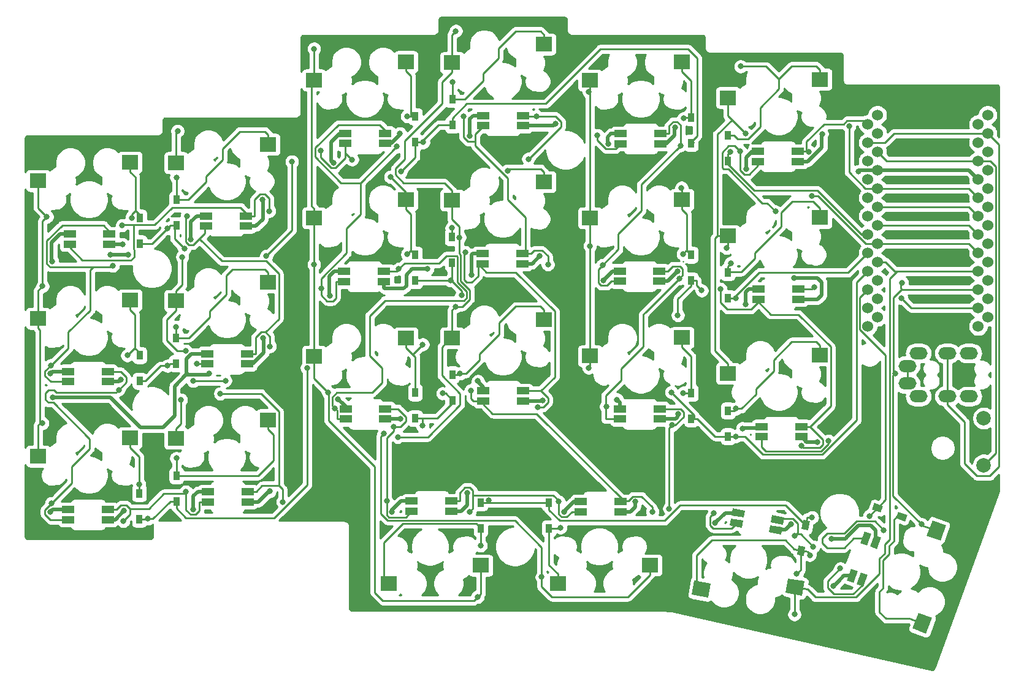
<source format=gbr>
%TF.GenerationSoftware,KiCad,Pcbnew,(5.1.10)-1*%
%TF.CreationDate,2021-08-29T08:11:49+09:00*%
%TF.ProjectId,korpo44,6b6f7270-6f34-4342-9e6b-696361645f70,rev?*%
%TF.SameCoordinates,Original*%
%TF.FileFunction,Copper,L2,Bot*%
%TF.FilePolarity,Positive*%
%FSLAX46Y46*%
G04 Gerber Fmt 4.6, Leading zero omitted, Abs format (unit mm)*
G04 Created by KiCad (PCBNEW (5.1.10)-1) date 2021-08-29 08:11:49*
%MOMM*%
%LPD*%
G01*
G04 APERTURE LIST*
%TA.AperFunction,ComponentPad*%
%ADD10C,1.524000*%
%TD*%
%TA.AperFunction,SMDPad,CuDef*%
%ADD11R,2.300000X2.000000*%
%TD*%
%TA.AperFunction,SMDPad,CuDef*%
%ADD12C,0.100000*%
%TD*%
%TA.AperFunction,SMDPad,CuDef*%
%ADD13R,0.950000X1.300000*%
%TD*%
%TA.AperFunction,ComponentPad*%
%ADD14O,2.500000X1.700000*%
%TD*%
%TA.AperFunction,SMDPad,CuDef*%
%ADD15R,1.700000X1.000000*%
%TD*%
%TA.AperFunction,ComponentPad*%
%ADD16C,2.000000*%
%TD*%
%TA.AperFunction,ViaPad*%
%ADD17C,0.800000*%
%TD*%
%TA.AperFunction,Conductor*%
%ADD18C,0.250000*%
%TD*%
%TA.AperFunction,Conductor*%
%ADD19C,0.500000*%
%TD*%
%TA.AperFunction,NonConductor*%
%ADD20C,0.254000*%
%TD*%
%TA.AperFunction,NonConductor*%
%ADD21C,0.100000*%
%TD*%
G04 APERTURE END LIST*
D10*
%TO.P,U1,24*%
%TO.N,Net-(U1-Pad24)*%
X145217400Y-40919400D03*
%TO.P,U1,23*%
%TO.N,GND*%
X145217400Y-43459400D03*
%TO.P,U1,22*%
%TO.N,reset*%
X145217400Y-45999400D03*
%TO.P,U1,21*%
%TO.N,VCC*%
X145217400Y-48539400D03*
%TO.P,U1,20*%
%TO.N,col0*%
X145217400Y-51079400D03*
%TO.P,U1,19*%
%TO.N,col1*%
X145217400Y-53619400D03*
%TO.P,U1,18*%
%TO.N,col2*%
X145217400Y-56159400D03*
%TO.P,U1,17*%
%TO.N,col3*%
X145217400Y-58699400D03*
%TO.P,U1,16*%
%TO.N,col4*%
X145217400Y-61239400D03*
%TO.P,U1,15*%
%TO.N,col5*%
X145217400Y-63779400D03*
%TO.P,U1,14*%
%TO.N,Net-(U1-Pad14)*%
X145217400Y-66319400D03*
%TO.P,U1,13*%
%TO.N,Net-(U1-Pad13)*%
X145217400Y-68859400D03*
%TO.P,U1,12*%
%TO.N,Net-(U1-Pad12)*%
X160437400Y-68859400D03*
%TO.P,U1,11*%
%TO.N,Net-(U1-Pad11)*%
X160437400Y-66319400D03*
%TO.P,U1,10*%
%TO.N,row3*%
X160437400Y-63779400D03*
%TO.P,U1,9*%
%TO.N,row2*%
X160437400Y-61239400D03*
%TO.P,U1,8*%
%TO.N,row1*%
X160437400Y-58699400D03*
%TO.P,U1,7*%
%TO.N,row0*%
X160437400Y-56159400D03*
%TO.P,U1,6*%
%TO.N,Net-(U1-Pad6)*%
X160437400Y-53619400D03*
%TO.P,U1,5*%
%TO.N,Net-(U1-Pad5)*%
X160437400Y-51079400D03*
%TO.P,U1,4*%
%TO.N,GND*%
X160437400Y-48539400D03*
%TO.P,U1,3*%
X160437400Y-45999400D03*
%TO.P,U1,2*%
%TO.N,data*%
X160437400Y-43459400D03*
%TO.P,U1,1*%
%TO.N,LED*%
X160437400Y-40919400D03*
X143891000Y-42189400D03*
%TO.P,U1,2*%
%TO.N,data*%
X143891000Y-44729400D03*
%TO.P,U1,3*%
%TO.N,GND*%
X143891000Y-47269400D03*
%TO.P,U1,4*%
X143891000Y-49809400D03*
%TO.P,U1,5*%
%TO.N,Net-(U1-Pad5)*%
X143891000Y-52349400D03*
%TO.P,U1,6*%
%TO.N,Net-(U1-Pad6)*%
X143891000Y-54889400D03*
%TO.P,U1,7*%
%TO.N,row0*%
X143891000Y-57429400D03*
%TO.P,U1,8*%
%TO.N,row1*%
X143891000Y-59969400D03*
%TO.P,U1,9*%
%TO.N,row2*%
X143891000Y-62509400D03*
%TO.P,U1,10*%
%TO.N,row3*%
X143891000Y-65049400D03*
%TO.P,U1,11*%
%TO.N,Net-(U1-Pad11)*%
X143891000Y-67589400D03*
%TO.P,U1,12*%
%TO.N,Net-(U1-Pad12)*%
X143891000Y-70129400D03*
%TO.P,U1,13*%
%TO.N,Net-(U1-Pad13)*%
X159131000Y-70129400D03*
%TO.P,U1,14*%
%TO.N,Net-(U1-Pad14)*%
X159131000Y-67589400D03*
%TO.P,U1,15*%
%TO.N,col5*%
X159131000Y-65049400D03*
%TO.P,U1,16*%
%TO.N,col4*%
X159131000Y-62509400D03*
%TO.P,U1,17*%
%TO.N,col3*%
X159131000Y-59969400D03*
%TO.P,U1,18*%
%TO.N,col2*%
X159131000Y-57429400D03*
%TO.P,U1,19*%
%TO.N,col1*%
X159131000Y-54889400D03*
%TO.P,U1,20*%
%TO.N,col0*%
X159131000Y-52349400D03*
%TO.P,U1,21*%
%TO.N,VCC*%
X159131000Y-49809400D03*
%TO.P,U1,22*%
%TO.N,reset*%
X159131000Y-47269400D03*
%TO.P,U1,23*%
%TO.N,GND*%
X159131000Y-44729400D03*
%TO.P,U1,24*%
%TO.N,Net-(U1-Pad24)*%
X159131000Y-42189400D03*
%TD*%
D11*
%TO.P,SW6,1*%
%TO.N,col1*%
X48372000Y-85608800D03*
%TO.P,SW6,2*%
%TO.N,Net-(D6-Pad2)*%
X61072000Y-83068800D03*
%TD*%
%TA.AperFunction,SMDPad,CuDef*%
D12*
%TO.P,SW18,1*%
%TO.N,col4*%
G36*
X132545465Y-106954453D02*
G01*
X132892761Y-104984838D01*
X135157819Y-105384229D01*
X134810523Y-107353844D01*
X132545465Y-106954453D01*
G37*
%TD.AperFunction*%
%TA.AperFunction,SMDPad,CuDef*%
%TO.P,SW18,2*%
%TO.N,Net-(D18-Pad2)*%
G36*
X119597340Y-107250533D02*
G01*
X119944636Y-105280918D01*
X122209694Y-105680309D01*
X121862398Y-107649924D01*
X119597340Y-107250533D01*
G37*
%TD.AperFunction*%
%TD*%
D11*
%TO.P,SW1,1*%
%TO.N,col0*%
X29322000Y-49998000D03*
%TO.P,SW1,2*%
%TO.N,Net-(D1-Pad2)*%
X42022000Y-47458000D03*
%TD*%
D13*
%TO.P,D1,1*%
%TO.N,row0*%
X43357800Y-58671000D03*
%TO.P,D1,2*%
%TO.N,Net-(D1-Pad2)*%
X43357800Y-55121000D03*
%TD*%
%TO.P,D2,1*%
%TO.N,row1*%
X43332400Y-77695600D03*
%TO.P,D2,2*%
%TO.N,Net-(D2-Pad2)*%
X43332400Y-74145600D03*
%TD*%
%TO.P,D3,1*%
%TO.N,row2*%
X43281600Y-96771000D03*
%TO.P,D3,2*%
%TO.N,Net-(D3-Pad2)*%
X43281600Y-93221000D03*
%TD*%
%TO.P,D4,1*%
%TO.N,row0*%
X48412400Y-56156400D03*
%TO.P,D4,2*%
%TO.N,Net-(D4-Pad2)*%
X48412400Y-52606400D03*
%TD*%
%TO.P,D5,1*%
%TO.N,row1*%
X48361600Y-75257200D03*
%TO.P,D5,2*%
%TO.N,Net-(D5-Pad2)*%
X48361600Y-71707200D03*
%TD*%
%TO.P,D6,1*%
%TO.N,row2*%
X48412400Y-94307200D03*
%TO.P,D6,2*%
%TO.N,Net-(D6-Pad2)*%
X48412400Y-90757200D03*
%TD*%
%TO.P,D7,1*%
%TO.N,row0*%
X81407000Y-44675600D03*
%TO.P,D7,2*%
%TO.N,Net-(D7-Pad2)*%
X81407000Y-41125600D03*
%TD*%
%TO.P,D8,1*%
%TO.N,row1*%
X81407000Y-63801800D03*
%TO.P,D8,2*%
%TO.N,Net-(D8-Pad2)*%
X81407000Y-60251800D03*
%TD*%
%TO.P,D9,1*%
%TO.N,row2*%
X81381600Y-82851800D03*
%TO.P,D9,2*%
%TO.N,Net-(D9-Pad2)*%
X81381600Y-79301800D03*
%TD*%
%TO.P,D10,1*%
%TO.N,row3*%
X90424000Y-94491000D03*
%TO.P,D10,2*%
%TO.N,Net-(D10-Pad2)*%
X90424000Y-98041000D03*
%TD*%
%TO.P,D11,1*%
%TO.N,row0*%
X86537800Y-42288000D03*
%TO.P,D11,2*%
%TO.N,Net-(D11-Pad2)*%
X86537800Y-38738000D03*
%TD*%
%TO.P,D12,1*%
%TO.N,row1*%
X86436200Y-61363400D03*
%TO.P,D12,2*%
%TO.N,Net-(D12-Pad2)*%
X86436200Y-57813400D03*
%TD*%
%TO.P,D13,1*%
%TO.N,row2*%
X86512400Y-80337200D03*
%TO.P,D13,2*%
%TO.N,Net-(D13-Pad2)*%
X86512400Y-76787200D03*
%TD*%
%TO.P,D14,1*%
%TO.N,row3*%
X99872800Y-94516400D03*
%TO.P,D14,2*%
%TO.N,Net-(D14-Pad2)*%
X99872800Y-98066400D03*
%TD*%
%TO.P,D15,1*%
%TO.N,row0*%
X119507000Y-44777200D03*
%TO.P,D15,2*%
%TO.N,Net-(D15-Pad2)*%
X119507000Y-41227200D03*
%TD*%
%TO.P,D16,1*%
%TO.N,row1*%
X119456000Y-63801800D03*
%TO.P,D16,2*%
%TO.N,Net-(D16-Pad2)*%
X119456000Y-60251800D03*
%TD*%
%TO.P,D17,1*%
%TO.N,row2*%
X119507000Y-82877200D03*
%TO.P,D17,2*%
%TO.N,Net-(D17-Pad2)*%
X119507000Y-79327200D03*
%TD*%
%TA.AperFunction,SMDPad,CuDef*%
D12*
%TO.P,D18,1*%
%TO.N,row3*%
G36*
X134951314Y-96914958D02*
G01*
X135886881Y-97079924D01*
X135661138Y-98360174D01*
X134725571Y-98195208D01*
X134951314Y-96914958D01*
G37*
%TD.AperFunction*%
%TA.AperFunction,SMDPad,CuDef*%
%TO.P,D18,2*%
%TO.N,Net-(D18-Pad2)*%
G36*
X134334862Y-100411026D02*
G01*
X135270429Y-100575992D01*
X135044686Y-101856242D01*
X134109119Y-101691276D01*
X134334862Y-100411026D01*
G37*
%TD.AperFunction*%
%TD*%
D13*
%TO.P,D19,1*%
%TO.N,row0*%
X124587000Y-47241000D03*
%TO.P,D19,2*%
%TO.N,Net-(D19-Pad2)*%
X124587000Y-43691000D03*
%TD*%
%TO.P,D20,1*%
%TO.N,row1*%
X124536000Y-66214800D03*
%TO.P,D20,2*%
%TO.N,Net-(D20-Pad2)*%
X124536000Y-62664800D03*
%TD*%
%TO.P,D21,1*%
%TO.N,row2*%
X124587000Y-85341000D03*
%TO.P,D21,2*%
%TO.N,Net-(D21-Pad2)*%
X124587000Y-81791000D03*
%TD*%
%TA.AperFunction,SMDPad,CuDef*%
D12*
%TO.P,D22,1*%
%TO.N,row3*%
G36*
X144446786Y-95451155D02*
G01*
X144771705Y-94558447D01*
X145993306Y-95003073D01*
X145668387Y-95895781D01*
X144446786Y-95451155D01*
G37*
%TD.AperFunction*%
%TA.AperFunction,SMDPad,CuDef*%
%TO.P,D22,2*%
%TO.N,Net-(D22-Pad2)*%
G36*
X147782694Y-96665327D02*
G01*
X148107613Y-95772619D01*
X149329214Y-96217245D01*
X149004295Y-97109953D01*
X147782694Y-96665327D01*
G37*
%TD.AperFunction*%
%TD*%
D14*
%TO.P,J1,D*%
%TO.N,VCC*%
X150863000Y-73848600D03*
%TO.P,J1,A*%
%TO.N,Net-(J1-PadA)*%
X149363000Y-78048600D03*
%TO.P,J1,B*%
%TO.N,GND*%
X157863000Y-73848600D03*
%TO.P,J1,C*%
%TO.N,data*%
X154863000Y-73848600D03*
%TO.P,J1,B*%
%TO.N,GND*%
X157863000Y-79798600D03*
%TO.P,J1,C*%
%TO.N,data*%
X154863000Y-79798600D03*
%TO.P,J1,D*%
%TO.N,VCC*%
X150863000Y-79798600D03*
%TO.P,J1,A*%
%TO.N,Net-(J1-PadA)*%
X149363000Y-75598600D03*
%TD*%
D15*
%TO.P,LED1,2*%
%TO.N,Net-(LED1-Pad2)*%
X33673600Y-58764400D03*
%TO.P,LED1,1*%
%TO.N,VCC*%
X33673600Y-57364400D03*
%TO.P,LED1,3*%
%TO.N,GND*%
X39173600Y-58764400D03*
%TO.P,LED1,4*%
%TO.N,Net-(LED1-Pad4)*%
X39173600Y-57364400D03*
%TD*%
%TO.P,LED2,2*%
%TO.N,Net-(LED1-Pad4)*%
X33470400Y-77789000D03*
%TO.P,LED2,1*%
%TO.N,VCC*%
X33470400Y-76389000D03*
%TO.P,LED2,3*%
%TO.N,GND*%
X38970400Y-77789000D03*
%TO.P,LED2,4*%
%TO.N,Net-(LED2-Pad4)*%
X38970400Y-76389000D03*
%TD*%
%TO.P,LED3,2*%
%TO.N,Net-(LED2-Pad4)*%
X33470400Y-96864400D03*
%TO.P,LED3,1*%
%TO.N,VCC*%
X33470400Y-95464400D03*
%TO.P,LED3,3*%
%TO.N,GND*%
X38970400Y-96864400D03*
%TO.P,LED3,4*%
%TO.N,Net-(LED3-Pad4)*%
X38970400Y-95464400D03*
%TD*%
%TO.P,LED4,4*%
%TO.N,Net-(LED1-Pad2)*%
X58052600Y-54861000D03*
%TO.P,LED4,3*%
%TO.N,GND*%
X58052600Y-56261000D03*
%TO.P,LED4,1*%
%TO.N,VCC*%
X52552600Y-54861000D03*
%TO.P,LED4,2*%
%TO.N,Net-(LED4-Pad2)*%
X52552600Y-56261000D03*
%TD*%
%TO.P,LED5,4*%
%TO.N,Net-(LED4-Pad2)*%
X58172800Y-73925200D03*
%TO.P,LED5,3*%
%TO.N,GND*%
X58172800Y-75325200D03*
%TO.P,LED5,1*%
%TO.N,VCC*%
X52672800Y-73925200D03*
%TO.P,LED5,2*%
%TO.N,Net-(LED5-Pad2)*%
X52672800Y-75325200D03*
%TD*%
%TO.P,LED6,4*%
%TO.N,Net-(LED5-Pad2)*%
X58249000Y-93000600D03*
%TO.P,LED6,3*%
%TO.N,GND*%
X58249000Y-94400600D03*
%TO.P,LED6,1*%
%TO.N,VCC*%
X52749000Y-93000600D03*
%TO.P,LED6,2*%
%TO.N,Net-(LED3-Pad4)*%
X52749000Y-94400600D03*
%TD*%
%TO.P,LED7,2*%
%TO.N,Net-(LED11-Pad4)*%
X71748200Y-44845200D03*
%TO.P,LED7,1*%
%TO.N,VCC*%
X71748200Y-43445200D03*
%TO.P,LED7,3*%
%TO.N,GND*%
X77248200Y-44845200D03*
%TO.P,LED7,4*%
%TO.N,Net-(LED7-Pad4)*%
X77248200Y-43445200D03*
%TD*%
%TO.P,LED8,2*%
%TO.N,Net-(LED7-Pad4)*%
X71595800Y-63920600D03*
%TO.P,LED8,1*%
%TO.N,VCC*%
X71595800Y-62520600D03*
%TO.P,LED8,3*%
%TO.N,GND*%
X77095800Y-63920600D03*
%TO.P,LED8,4*%
%TO.N,Net-(LED8-Pad4)*%
X77095800Y-62520600D03*
%TD*%
%TO.P,LED9,2*%
%TO.N,Net-(LED8-Pad4)*%
X71773600Y-82945200D03*
%TO.P,LED9,1*%
%TO.N,VCC*%
X71773600Y-81545200D03*
%TO.P,LED9,3*%
%TO.N,GND*%
X77273600Y-82945200D03*
%TO.P,LED9,4*%
%TO.N,Net-(LED10-Pad2)*%
X77273600Y-81545200D03*
%TD*%
%TO.P,LED10,2*%
%TO.N,Net-(LED10-Pad2)*%
X80892200Y-95696000D03*
%TO.P,LED10,1*%
%TO.N,VCC*%
X80892200Y-94296000D03*
%TO.P,LED10,3*%
%TO.N,GND*%
X86392200Y-95696000D03*
%TO.P,LED10,4*%
%TO.N,Net-(LED10-Pad4)*%
X86392200Y-94296000D03*
%TD*%
%TO.P,LED11,4*%
%TO.N,Net-(LED11-Pad4)*%
X96247400Y-40981400D03*
%TO.P,LED11,3*%
%TO.N,GND*%
X96247400Y-42381400D03*
%TO.P,LED11,1*%
%TO.N,VCC*%
X90747400Y-40981400D03*
%TO.P,LED11,2*%
%TO.N,Net-(LED11-Pad2)*%
X90747400Y-42381400D03*
%TD*%
%TO.P,LED12,4*%
%TO.N,Net-(LED11-Pad2)*%
X96171200Y-60082200D03*
%TO.P,LED12,3*%
%TO.N,GND*%
X96171200Y-61482200D03*
%TO.P,LED12,1*%
%TO.N,VCC*%
X90671200Y-60082200D03*
%TO.P,LED12,2*%
%TO.N,Net-(LED12-Pad2)*%
X90671200Y-61482200D03*
%TD*%
%TO.P,LED13,4*%
%TO.N,Net-(LED12-Pad2)*%
X96272800Y-79056000D03*
%TO.P,LED13,3*%
%TO.N,GND*%
X96272800Y-80456000D03*
%TO.P,LED13,1*%
%TO.N,VCC*%
X90772800Y-79056000D03*
%TO.P,LED13,2*%
%TO.N,Net-(LED13-Pad2)*%
X90772800Y-80456000D03*
%TD*%
%TO.P,LED14,4*%
%TO.N,Net-(LED13-Pad2)*%
X109735000Y-94372200D03*
%TO.P,LED14,3*%
%TO.N,GND*%
X109735000Y-95772200D03*
%TO.P,LED14,1*%
%TO.N,VCC*%
X104235000Y-94372200D03*
%TO.P,LED14,2*%
%TO.N,Net-(LED10-Pad4)*%
X104235000Y-95772200D03*
%TD*%
%TO.P,LED15,2*%
%TO.N,Net-(LED15-Pad2)*%
X109772000Y-44870600D03*
%TO.P,LED15,1*%
%TO.N,VCC*%
X109772000Y-43470600D03*
%TO.P,LED15,3*%
%TO.N,GND*%
X115272000Y-44870600D03*
%TO.P,LED15,4*%
%TO.N,Net-(LED15-Pad4)*%
X115272000Y-43470600D03*
%TD*%
%TO.P,LED16,2*%
%TO.N,Net-(LED15-Pad4)*%
X109620000Y-63895200D03*
%TO.P,LED16,1*%
%TO.N,VCC*%
X109620000Y-62495200D03*
%TO.P,LED16,3*%
%TO.N,GND*%
X115120000Y-63895200D03*
%TO.P,LED16,4*%
%TO.N,Net-(LED16-Pad4)*%
X115120000Y-62495200D03*
%TD*%
%TO.P,LED17,2*%
%TO.N,Net-(LED16-Pad4)*%
X109645000Y-82945200D03*
%TO.P,LED17,1*%
%TO.N,VCC*%
X109645000Y-81545200D03*
%TO.P,LED17,3*%
%TO.N,GND*%
X115145000Y-82945200D03*
%TO.P,LED17,4*%
%TO.N,Net-(LED17-Pad4)*%
X115145000Y-81545200D03*
%TD*%
%TA.AperFunction,SMDPad,CuDef*%
D12*
%TO.P,LED18,2*%
%TO.N,Net-(LED17-Pad4)*%
G36*
X126694136Y-96971230D02*
G01*
X126520488Y-97956038D01*
X124846314Y-97660836D01*
X125019962Y-96676028D01*
X126694136Y-96971230D01*
G37*
%TD.AperFunction*%
%TA.AperFunction,SMDPad,CuDef*%
%TO.P,LED18,1*%
%TO.N,VCC*%
G36*
X126937243Y-95592499D02*
G01*
X126763595Y-96577307D01*
X125089421Y-96282105D01*
X125263069Y-95297297D01*
X126937243Y-95592499D01*
G37*
%TD.AperFunction*%
%TA.AperFunction,SMDPad,CuDef*%
%TO.P,LED18,3*%
%TO.N,GND*%
G36*
X132110579Y-97926295D02*
G01*
X131936931Y-98911103D01*
X130262757Y-98615901D01*
X130436405Y-97631093D01*
X132110579Y-97926295D01*
G37*
%TD.AperFunction*%
%TA.AperFunction,SMDPad,CuDef*%
%TO.P,LED18,4*%
%TO.N,Net-(LED18-Pad4)*%
G36*
X132353686Y-96547564D02*
G01*
X132180038Y-97532372D01*
X130505864Y-97237170D01*
X130679512Y-96252362D01*
X132353686Y-96547564D01*
G37*
%TD.AperFunction*%
%TD*%
D15*
%TO.P,LED19,4*%
%TO.N,LED*%
X134246000Y-45934400D03*
%TO.P,LED19,3*%
%TO.N,GND*%
X134246000Y-47334400D03*
%TO.P,LED19,1*%
%TO.N,VCC*%
X128746000Y-45934400D03*
%TO.P,LED19,2*%
%TO.N,Net-(LED19-Pad2)*%
X128746000Y-47334400D03*
%TD*%
%TO.P,LED20,4*%
%TO.N,Net-(LED19-Pad2)*%
X134271000Y-64984400D03*
%TO.P,LED20,3*%
%TO.N,GND*%
X134271000Y-66384400D03*
%TO.P,LED20,1*%
%TO.N,VCC*%
X128771000Y-64984400D03*
%TO.P,LED20,2*%
%TO.N,Net-(LED20-Pad2)*%
X128771000Y-66384400D03*
%TD*%
%TO.P,LED21,4*%
%TO.N,Net-(LED20-Pad2)*%
X134703000Y-84009000D03*
%TO.P,LED21,3*%
%TO.N,GND*%
X134703000Y-85409000D03*
%TO.P,LED21,1*%
%TO.N,VCC*%
X129203000Y-84009000D03*
%TO.P,LED21,2*%
%TO.N,Net-(LED21-Pad2)*%
X129203000Y-85409000D03*
%TD*%
%TA.AperFunction,SMDPad,CuDef*%
D12*
%TO.P,LED22,4*%
%TO.N,Net-(LED21-Pad2)*%
G36*
X143461642Y-98492682D02*
G01*
X144401334Y-98834702D01*
X143819900Y-100432180D01*
X142880208Y-100090160D01*
X143461642Y-98492682D01*
G37*
%TD.AperFunction*%
%TA.AperFunction,SMDPad,CuDef*%
%TO.P,LED22,3*%
%TO.N,GND*%
G36*
X144777211Y-98971510D02*
G01*
X145716903Y-99313530D01*
X145135469Y-100911008D01*
X144195777Y-100568988D01*
X144777211Y-98971510D01*
G37*
%TD.AperFunction*%
%TA.AperFunction,SMDPad,CuDef*%
%TO.P,LED22,1*%
%TO.N,VCC*%
G36*
X141580531Y-103660992D02*
G01*
X142520223Y-104003012D01*
X141938789Y-105600490D01*
X140999097Y-105258470D01*
X141580531Y-103660992D01*
G37*
%TD.AperFunction*%
%TA.AperFunction,SMDPad,CuDef*%
%TO.P,LED22,2*%
%TO.N,Net-(LED18-Pad4)*%
G36*
X142896100Y-104139820D02*
G01*
X143835792Y-104481840D01*
X143254358Y-106079318D01*
X142314666Y-105737298D01*
X142896100Y-104139820D01*
G37*
%TD.AperFunction*%
%TD*%
D16*
%TO.P,RESET_SW1,1*%
%TO.N,reset*%
X159893000Y-89330600D03*
%TO.P,RESET_SW1,2*%
%TO.N,GND*%
X159893000Y-82830600D03*
%TD*%
D11*
%TO.P,SW2,2*%
%TO.N,Net-(D2-Pad2)*%
X42022000Y-66508000D03*
%TO.P,SW2,1*%
%TO.N,col0*%
X29322000Y-69048000D03*
%TD*%
%TO.P,SW3,1*%
%TO.N,col0*%
X29322000Y-88098000D03*
%TO.P,SW3,2*%
%TO.N,Net-(D3-Pad2)*%
X42022000Y-85558000D03*
%TD*%
%TO.P,SW4,2*%
%TO.N,Net-(D4-Pad2)*%
X61072000Y-44968800D03*
%TO.P,SW4,1*%
%TO.N,col1*%
X48372000Y-47508800D03*
%TD*%
%TO.P,SW5,2*%
%TO.N,Net-(D5-Pad2)*%
X61072000Y-64044200D03*
%TO.P,SW5,1*%
%TO.N,col1*%
X48372000Y-66584200D03*
%TD*%
%TO.P,SW7,1*%
%TO.N,col2*%
X67422000Y-36078800D03*
%TO.P,SW7,2*%
%TO.N,Net-(D7-Pad2)*%
X80122000Y-33538800D03*
%TD*%
%TO.P,SW8,2*%
%TO.N,Net-(D8-Pad2)*%
X80122000Y-52614200D03*
%TO.P,SW8,1*%
%TO.N,col2*%
X67422000Y-55154200D03*
%TD*%
%TO.P,SW9,2*%
%TO.N,Net-(D9-Pad2)*%
X80122000Y-71740400D03*
%TO.P,SW9,1*%
%TO.N,col2*%
X67422000Y-74280400D03*
%TD*%
%TO.P,SW10,1*%
%TO.N,col2*%
X90439000Y-103189000D03*
%TO.P,SW10,2*%
%TO.N,Net-(D10-Pad2)*%
X77739000Y-105729000D03*
%TD*%
%TO.P,SW11,2*%
%TO.N,Net-(D11-Pad2)*%
X99172000Y-31125800D03*
%TO.P,SW11,1*%
%TO.N,col3*%
X86472000Y-33665800D03*
%TD*%
%TO.P,SW12,1*%
%TO.N,col3*%
X86472000Y-52690400D03*
%TO.P,SW12,2*%
%TO.N,Net-(D12-Pad2)*%
X99172000Y-50150400D03*
%TD*%
%TO.P,SW13,1*%
%TO.N,col3*%
X86472000Y-71740400D03*
%TO.P,SW13,2*%
%TO.N,Net-(D13-Pad2)*%
X99172000Y-69200400D03*
%TD*%
%TO.P,SW14,2*%
%TO.N,Net-(D14-Pad2)*%
X101107000Y-105704000D03*
%TO.P,SW14,1*%
%TO.N,col3*%
X113807000Y-103164000D03*
%TD*%
%TO.P,SW15,1*%
%TO.N,col4*%
X105522000Y-36104200D03*
%TO.P,SW15,2*%
%TO.N,Net-(D15-Pad2)*%
X118222000Y-33564200D03*
%TD*%
%TO.P,SW16,2*%
%TO.N,Net-(D16-Pad2)*%
X118222000Y-52614200D03*
%TO.P,SW16,1*%
%TO.N,col4*%
X105522000Y-55154200D03*
%TD*%
%TO.P,SW17,1*%
%TO.N,col4*%
X105522000Y-74229600D03*
%TO.P,SW17,2*%
%TO.N,Net-(D17-Pad2)*%
X118222000Y-71689600D03*
%TD*%
%TO.P,SW19,2*%
%TO.N,Net-(D19-Pad2)*%
X137272000Y-35977200D03*
%TO.P,SW19,1*%
%TO.N,col5*%
X124572000Y-38517200D03*
%TD*%
%TO.P,SW20,2*%
%TO.N,Net-(D20-Pad2)*%
X137272000Y-55103400D03*
%TO.P,SW20,1*%
%TO.N,col5*%
X124572000Y-57643400D03*
%TD*%
%TO.P,SW21,1*%
%TO.N,col5*%
X124572000Y-76642600D03*
%TO.P,SW21,2*%
%TO.N,Net-(D21-Pad2)*%
X137272000Y-74102600D03*
%TD*%
%TA.AperFunction,SMDPad,CuDef*%
D12*
%TO.P,SW22,2*%
%TO.N,Net-(D22-Pad2)*%
G36*
X151947080Y-112594058D02*
G01*
X150067695Y-111910017D01*
X150854342Y-109748724D01*
X152733727Y-110432765D01*
X151947080Y-112594058D01*
G37*
%TD.AperFunction*%
%TA.AperFunction,SMDPad,CuDef*%
%TO.P,SW22,1*%
%TO.N,col5*%
G36*
X153903917Y-99791231D02*
G01*
X152024532Y-99107190D01*
X152811179Y-96945897D01*
X154690564Y-97629938D01*
X153903917Y-99791231D01*
G37*
%TD.AperFunction*%
%TD*%
D17*
%TO.N,Net-(D1-Pad2)*%
X42243900Y-55121000D03*
%TO.N,row0*%
X79412800Y-48743600D03*
X49521000Y-59387100D03*
X47175300Y-56593200D03*
X82512100Y-44675600D03*
X124893000Y-45978300D03*
X119557800Y-44729400D03*
%TO.N,Net-(D2-Pad2)*%
X41642900Y-74145600D03*
%TO.N,row1*%
X120960800Y-65167500D03*
X125623500Y-66214800D03*
X47196200Y-75592200D03*
X50739500Y-77684700D03*
X55182200Y-77641500D03*
X86279300Y-63801800D03*
X117656700Y-68591800D03*
X87779850Y-65834250D03*
%TO.N,row2*%
X66453200Y-75881200D03*
X116754300Y-79239400D03*
X44485400Y-96738400D03*
X82393700Y-83863900D03*
X125662700Y-85341000D03*
X85191600Y-79400400D03*
%TO.N,Net-(D3-Pad2)*%
X43281600Y-91958300D03*
%TO.N,Net-(D4-Pad2)*%
X48412400Y-49528300D03*
%TO.N,Net-(D5-Pad2)*%
X48361600Y-70213000D03*
%TO.N,Net-(D6-Pad2)*%
X48412400Y-88358000D03*
%TO.N,Net-(D7-Pad2)*%
X80291100Y-41084000D03*
%TO.N,Net-(D8-Pad2)*%
X77974200Y-49468900D03*
X80303500Y-60155700D03*
%TO.N,Net-(D9-Pad2)*%
X82431700Y-72630700D03*
%TO.N,Net-(D10-Pad2)*%
X90424000Y-100440000D03*
%TO.N,row3*%
X91504500Y-94210800D03*
X136198200Y-96538100D03*
X144134300Y-96337579D03*
%TO.N,Net-(D11-Pad2)*%
X86537800Y-36376900D03*
%TO.N,Net-(D12-Pad2)*%
X94188000Y-48618200D03*
X86436200Y-56539800D03*
%TO.N,Net-(D13-Pad2)*%
X87592300Y-76655700D03*
%TO.N,Net-(D14-Pad2)*%
X101449100Y-97948200D03*
%TO.N,Net-(D15-Pad2)*%
X118430000Y-41385200D03*
%TO.N,Net-(D16-Pad2)*%
X118156800Y-50966900D03*
X118365100Y-60122600D03*
%TO.N,Net-(D17-Pad2)*%
X118412100Y-79327200D03*
%TO.N,Net-(D18-Pad2)*%
X134068900Y-104380100D03*
X135880600Y-101761100D03*
%TO.N,Net-(D19-Pad2)*%
X126333900Y-34190000D03*
%TO.N,Net-(D20-Pad2)*%
X124949600Y-61385400D03*
%TO.N,Net-(D21-Pad2)*%
X125676300Y-81502000D03*
%TO.N,Net-(D22-Pad2)*%
X148556000Y-96441300D03*
%TO.N,VCC*%
X109245000Y-80264000D03*
X70690800Y-80185200D03*
X139136000Y-106050000D03*
X122826000Y-97316000D03*
X101916000Y-95772200D03*
X90045600Y-77696000D03*
X50723800Y-95427800D03*
X31038800Y-95808800D03*
X30988300Y-76656900D03*
X31271100Y-61166900D03*
X41794800Y-60248800D03*
X50429600Y-58130000D03*
X52933600Y-76682600D03*
X69612400Y-65904000D03*
X107391000Y-63754000D03*
X126975000Y-67056000D03*
X70099700Y-47493700D03*
X88950800Y-43840400D03*
X108037000Y-44870600D03*
X127122000Y-48341000D03*
X142568000Y-48694400D03*
X39344600Y-60248800D03*
X126579000Y-84241000D03*
X78183420Y-95760600D03*
X31347300Y-79912100D03*
X89145000Y-63008400D03*
%TO.N,GND*%
X136931000Y-86156800D03*
X117704000Y-82270600D03*
X133706000Y-63474600D03*
X133299000Y-97485200D03*
X111800000Y-94372200D03*
X88595200Y-93141800D03*
X98958400Y-80340200D03*
X79349600Y-82931000D03*
X61292800Y-92936000D03*
X41198800Y-95605600D03*
X40767000Y-77520800D03*
X40956000Y-58764400D03*
X60317600Y-52596000D03*
X60397500Y-71700500D03*
X98602800Y-60401200D03*
X117602000Y-62534800D03*
X79262200Y-43445200D03*
X117277000Y-42591000D03*
X137559000Y-43517400D03*
X138887202Y-99480210D03*
X100795440Y-42130760D03*
X83058000Y-62204600D03*
%TO.N,Net-(LED1-Pad4)*%
X39629400Y-61749100D03*
X31113500Y-75527800D03*
%TO.N,Net-(LED1-Pad2)*%
X61232400Y-54190600D03*
X40946824Y-56153310D03*
%TO.N,Net-(LED2-Pad4)*%
X40458500Y-78907600D03*
X31182100Y-94584500D03*
%TO.N,Net-(LED3-Pad4)*%
X49737600Y-93000600D03*
X41090100Y-97049600D03*
%TO.N,Net-(LED4-Pad2)*%
X49876900Y-54861000D03*
X61330000Y-72899100D03*
%TO.N,Net-(LED5-Pad2)*%
X51211200Y-75325200D03*
X63100100Y-94400600D03*
X54480302Y-79431398D03*
%TO.N,Net-(LED7-Pad4)*%
X78848300Y-45270000D03*
X68427400Y-64916000D03*
%TO.N,Net-(LED11-Pad4)*%
X72684900Y-47067900D03*
X97007800Y-46978700D03*
X68322300Y-45799100D03*
X98171000Y-41097200D03*
%TO.N,Net-(LED8-Pad4)*%
X70304100Y-81468700D03*
X79133700Y-62191900D03*
%TO.N,Net-(LED10-Pad2)*%
X78448900Y-83993200D03*
X77458410Y-94296000D03*
%TO.N,Net-(LED10-Pad4)*%
X88901800Y-95745900D03*
X101181400Y-94372200D03*
%TO.N,Net-(LED11-Pad2)*%
X88069500Y-41121100D03*
X99717400Y-61578100D03*
%TO.N,Net-(LED12-Pad2)*%
X98303700Y-81330300D03*
X88306653Y-59891908D03*
%TO.N,Net-(LED13-Pad2)*%
X114146300Y-95772200D03*
X89103200Y-78994000D03*
%TO.N,Net-(LED15-Pad4)*%
X118008200Y-45130400D03*
X107265000Y-61687300D03*
%TO.N,Net-(LED15-Pad2)*%
X106553500Y-43710800D03*
%TO.N,Net-(LED16-Pad4)*%
X117840500Y-63540000D03*
X107772200Y-81229200D03*
%TO.N,Net-(LED17-Pad4)*%
X116475400Y-95325200D03*
X122638500Y-95964100D03*
X116849100Y-83801700D03*
%TO.N,Net-(LED18-Pad4)*%
X140086500Y-103604100D03*
X136344900Y-100601900D03*
X133793200Y-99124800D03*
%TO.N,LED*%
X135715900Y-45988500D03*
%TO.N,Net-(LED19-Pad2)*%
X131124700Y-54256900D03*
X126253000Y-45934400D03*
X136474200Y-64693800D03*
%TO.N,Net-(LED20-Pad2)*%
X123533200Y-64984400D03*
X134703000Y-86657400D03*
%TO.N,Net-(LED21-Pad2)*%
X138442700Y-85979200D03*
X146079296Y-98301904D03*
%TO.N,col0*%
X141311900Y-42436800D03*
X29941600Y-64587000D03*
X30528300Y-54977800D03*
X29884500Y-83530100D03*
%TO.N,col1*%
X64370900Y-47336400D03*
X60842300Y-60390500D03*
X48589600Y-43118600D03*
X49694800Y-73524400D03*
X49230400Y-60533600D03*
X49025800Y-80288400D03*
%TO.N,col2*%
X67422000Y-61594700D03*
X67423800Y-31740400D03*
X69388400Y-79281900D03*
X90010100Y-107543500D03*
%TO.N,col3*%
X86994700Y-29291000D03*
X136145500Y-52090700D03*
X87515100Y-57817800D03*
X86964700Y-67387600D03*
X98854700Y-104799300D03*
X78981300Y-85444900D03*
X77030500Y-84970900D03*
%TO.N,col4*%
X105522000Y-59010100D03*
X105377000Y-37708100D03*
X105346600Y-75853100D03*
X133763900Y-109954800D03*
%TO.N,col5*%
X124382300Y-59281400D03*
X147636900Y-76642600D03*
X127054100Y-43501500D03*
X151312300Y-97505500D03*
X148590000Y-64084200D03*
%TO.N,Net-(U1-Pad14)*%
X148513800Y-66217800D03*
%TD*%
D18*
%TO.N,Net-(D1-Pad2)*%
X42731700Y-54145700D02*
X42731700Y-49493000D01*
X42731700Y-49493000D02*
X42022000Y-48783300D01*
X42731700Y-54145700D02*
X42243900Y-54633500D01*
X42243900Y-54633500D02*
X42243900Y-55121000D01*
X42022000Y-47458000D02*
X42022000Y-48783300D01*
X42766500Y-54145700D02*
X42731700Y-54145700D01*
X43357800Y-54737000D02*
X42766500Y-54145700D01*
X43357800Y-55121000D02*
X43357800Y-54737000D01*
%TO.N,row0*%
X81407000Y-44675600D02*
X81407000Y-46749400D01*
X81407000Y-46749400D02*
X79412800Y-48743600D01*
X48143400Y-56156400D02*
X48168100Y-56181100D01*
X48168100Y-56181100D02*
X48168200Y-56181100D01*
X48168200Y-56181100D02*
X48168200Y-58034300D01*
X48168200Y-58034300D02*
X49521000Y-59387100D01*
X48143400Y-56156400D02*
X47612100Y-56156400D01*
X48412400Y-56156400D02*
X48143400Y-56156400D01*
X86537800Y-42288000D02*
X84594900Y-42288000D01*
X84594900Y-42288000D02*
X82207300Y-44675600D01*
X47175300Y-56593200D02*
X45097500Y-58671000D01*
X45097500Y-58671000D02*
X43357800Y-58671000D01*
X47612100Y-56156400D02*
X47175300Y-56593200D01*
X82207300Y-44675600D02*
X82512100Y-44675600D01*
X81407000Y-44675600D02*
X82207300Y-44675600D01*
X124587000Y-47214000D02*
X124587000Y-47241000D01*
X124587000Y-47214000D02*
X124587000Y-46265700D01*
X124587000Y-46265700D02*
X124605600Y-46265700D01*
X124605600Y-46265700D02*
X124893000Y-45978300D01*
X124587000Y-47728600D02*
X124587000Y-47241000D01*
X128223800Y-51365400D02*
X124587000Y-47728600D01*
X136963400Y-51365400D02*
X128223800Y-51365400D01*
X143027400Y-57429400D02*
X136963400Y-51365400D01*
X143891000Y-57429400D02*
X143027400Y-57429400D01*
X119510000Y-44777200D02*
X119557800Y-44729400D01*
X119507000Y-44777200D02*
X119510000Y-44777200D01*
X120307300Y-33026100D02*
X120307300Y-43802100D01*
X119557800Y-44551600D02*
X119557800Y-44729400D01*
X119057300Y-31776100D02*
X120307300Y-33026100D01*
X106985000Y-31776100D02*
X119057300Y-31776100D01*
X99405500Y-39355600D02*
X106985000Y-31776100D01*
X88494900Y-39355600D02*
X99405500Y-39355600D01*
X86537800Y-41312700D02*
X88494900Y-39355600D01*
X120307300Y-43802100D02*
X119557800Y-44551600D01*
X86537800Y-42288000D02*
X86537800Y-41312700D01*
%TO.N,Net-(D2-Pad2)*%
X42698700Y-73149600D02*
X42638900Y-73149600D01*
X42638900Y-73149600D02*
X41642900Y-74145600D01*
X42022000Y-67833300D02*
X42698700Y-68510000D01*
X42698700Y-68510000D02*
X42698700Y-73149600D01*
X42022000Y-66508000D02*
X42022000Y-67833300D01*
X42777300Y-73228200D02*
X42698700Y-73149600D01*
X43332400Y-73783300D02*
X42777300Y-73228200D01*
X43332400Y-74145600D02*
X43332400Y-73783300D01*
%TO.N,row1*%
X120256300Y-63801800D02*
X120256300Y-64463000D01*
X120256300Y-64463000D02*
X120960800Y-65167500D01*
X119456000Y-63801800D02*
X120256300Y-63801800D01*
X125623500Y-66214800D02*
X125336300Y-66214800D01*
X143891000Y-59969400D02*
X141157500Y-62702900D01*
X141157500Y-62702900D02*
X128848200Y-62702900D01*
X128848200Y-62702900D02*
X125623500Y-65927600D01*
X125623500Y-65927600D02*
X125623500Y-66214800D01*
X43332400Y-77695600D02*
X44132700Y-77695600D01*
X44132700Y-77695600D02*
X46236100Y-75592200D01*
X46236100Y-75592200D02*
X47196200Y-75592200D01*
X47561300Y-75257200D02*
X47226300Y-75592200D01*
X47226300Y-75592200D02*
X47196200Y-75592200D01*
X48361600Y-75257200D02*
X47561300Y-75257200D01*
X55182200Y-77641500D02*
X50782700Y-77641500D01*
X50782700Y-77641500D02*
X50739500Y-77684700D01*
X124536000Y-66214800D02*
X125336300Y-66214800D01*
X119456000Y-64525300D02*
X117656700Y-66324600D01*
X117656700Y-66324600D02*
X117656700Y-68591800D01*
X81407000Y-63801800D02*
X82207300Y-63801800D01*
X82207300Y-63801800D02*
X86279300Y-63801800D01*
X86436200Y-63731300D02*
X86349800Y-63731300D01*
X86349800Y-63731300D02*
X86279300Y-63801800D01*
X86436200Y-63731300D02*
X86436200Y-61363400D01*
X119456000Y-63801800D02*
X119456000Y-64525300D01*
X86436200Y-63906400D02*
X87779850Y-65250050D01*
X87779850Y-65250050D02*
X87779850Y-65834250D01*
X86436200Y-63731300D02*
X86436200Y-63906400D01*
%TO.N,row2*%
X48412400Y-94307200D02*
X48412400Y-95282500D01*
X48412400Y-95282500D02*
X49748400Y-96618500D01*
X49748400Y-96618500D02*
X61913400Y-96618500D01*
X61913400Y-96618500D02*
X66453200Y-92078700D01*
X66453200Y-92078700D02*
X66453200Y-75881200D01*
X48012300Y-94307200D02*
X48412400Y-94307200D01*
X124587000Y-85341000D02*
X125662700Y-85341000D01*
X119907200Y-82877200D02*
X119907200Y-82392300D01*
X119907200Y-82392300D02*
X116754300Y-79239400D01*
X119907200Y-82877200D02*
X120307300Y-82877200D01*
X119507000Y-82877200D02*
X119907200Y-82877200D01*
X82393700Y-82851800D02*
X81381600Y-82851800D01*
X82393700Y-83863900D02*
X82393700Y-82851800D01*
X48012300Y-94307200D02*
X47612100Y-94307200D01*
X47612100Y-94307200D02*
X45180900Y-96738400D01*
X45180900Y-96738400D02*
X44485400Y-96738400D01*
X44485400Y-96738400D02*
X44452800Y-96771000D01*
X44452800Y-96771000D02*
X43281600Y-96771000D01*
X124587000Y-85341000D02*
X122771100Y-85341000D01*
X122771100Y-85341000D02*
X120307300Y-82877200D01*
X85575600Y-79400400D02*
X85191600Y-79400400D01*
X86512400Y-80337200D02*
X85575600Y-79400400D01*
X84398000Y-82851800D02*
X82393700Y-82851800D01*
X86512400Y-80737400D02*
X84398000Y-82851800D01*
X86512400Y-80337200D02*
X86512400Y-80737400D01*
X126895400Y-85341000D02*
X125662700Y-85341000D01*
X142353400Y-83103800D02*
X137610300Y-87846900D01*
X129401300Y-87846900D02*
X126895400Y-85341000D01*
X142353400Y-64047000D02*
X142353400Y-83103800D01*
X137610300Y-87846900D02*
X129401300Y-87846900D01*
X143891000Y-62509400D02*
X142353400Y-64047000D01*
%TO.N,Net-(D3-Pad2)*%
X43281600Y-91958300D02*
X43281600Y-88142900D01*
X43281600Y-88142900D02*
X42022000Y-86883300D01*
X43281600Y-93221000D02*
X43281600Y-91958300D01*
X42022000Y-85558000D02*
X42022000Y-86883300D01*
%TO.N,Net-(D4-Pad2)*%
X48412400Y-52606400D02*
X48412400Y-49528300D01*
X50089200Y-52606400D02*
X48412400Y-52606400D01*
X52527200Y-50168400D02*
X50089200Y-52606400D01*
X54782000Y-47114900D02*
X52527200Y-49369700D01*
X52527200Y-49369700D02*
X52527200Y-50168400D01*
X54782000Y-45550300D02*
X54782000Y-47114900D01*
X57156700Y-43175600D02*
X54782000Y-45550300D01*
X60604100Y-43175600D02*
X57156700Y-43175600D01*
X61072000Y-43643500D02*
X60604100Y-43175600D01*
X61072000Y-44968800D02*
X61072000Y-43643500D01*
%TO.N,Net-(D5-Pad2)*%
X48361600Y-70815200D02*
X48361600Y-70213000D01*
X48361600Y-71707200D02*
X48361600Y-70815200D01*
X61072000Y-62718900D02*
X61072000Y-64044200D01*
X60609200Y-62256100D02*
X61072000Y-62718900D01*
X56134700Y-62256100D02*
X60609200Y-62256100D01*
X56134000Y-62255400D02*
X56134700Y-62256100D01*
X55295800Y-63093600D02*
X56134000Y-62255400D01*
X55295800Y-65725398D02*
X55295800Y-63093600D01*
X52996999Y-68024199D02*
X55295800Y-65725398D01*
X52996999Y-68846801D02*
X52996999Y-68024199D01*
X50136600Y-71707200D02*
X52996999Y-68846801D01*
X48361600Y-71707200D02*
X50136600Y-71707200D01*
%TO.N,Net-(D6-Pad2)*%
X48412400Y-90757200D02*
X48412400Y-88358000D01*
X48412400Y-90757200D02*
X59700400Y-90757200D01*
X59700400Y-90757200D02*
X61785900Y-88671700D01*
X61785900Y-88671700D02*
X61785900Y-85108000D01*
X61785900Y-85108000D02*
X61072000Y-84394100D01*
X61072000Y-83068800D02*
X61072000Y-84394100D01*
%TO.N,Net-(D7-Pad2)*%
X80779300Y-41084000D02*
X80291100Y-41084000D01*
X81407000Y-41125600D02*
X81365400Y-41084000D01*
X81365400Y-41084000D02*
X80779300Y-41084000D01*
X80779300Y-41084000D02*
X80779300Y-35521400D01*
X80779300Y-35521400D02*
X80122000Y-34864100D01*
X80122000Y-33538800D02*
X80122000Y-34864100D01*
%TO.N,Net-(D8-Pad2)*%
X80807200Y-59652000D02*
X80303500Y-60155700D01*
X80122000Y-53939500D02*
X80807200Y-54624700D01*
X80807200Y-54624700D02*
X80807200Y-59652000D01*
X81407000Y-60251800D02*
X80807200Y-59652000D01*
X80122000Y-52614200D02*
X80122000Y-53939500D01*
X80122000Y-51616700D02*
X80122000Y-52614200D01*
X77974200Y-49468900D02*
X80122000Y-51616700D01*
%TO.N,Net-(D9-Pad2)*%
X81059400Y-74003000D02*
X81381600Y-74325300D01*
X81381600Y-74325300D02*
X81381600Y-79301800D01*
X80122000Y-73065700D02*
X81059400Y-74003000D01*
X82431700Y-72630700D02*
X81059400Y-74003000D01*
X80122000Y-71740400D02*
X80122000Y-73065700D01*
%TO.N,Net-(D10-Pad2)*%
X90424000Y-98041000D02*
X90424000Y-100440000D01*
X77083999Y-105073999D02*
X77739000Y-105729000D01*
X77083999Y-99996999D02*
X77083999Y-105073999D01*
X79646598Y-97434400D02*
X77083999Y-99996999D01*
X90424000Y-98041000D02*
X89817400Y-97434400D01*
X89817400Y-97434400D02*
X79646598Y-97434400D01*
%TO.N,row3*%
X99872800Y-94516400D02*
X99872800Y-95499400D01*
X99872800Y-95499400D02*
X101366100Y-96992700D01*
X101366100Y-96992700D02*
X115833700Y-96992700D01*
X115833700Y-96992700D02*
X117939100Y-94887300D01*
X117939100Y-94887300D02*
X132555900Y-94887300D01*
X132555900Y-94887300D02*
X135306200Y-97637600D01*
X136198200Y-96538100D02*
X135500000Y-96538100D01*
X91224300Y-94491000D02*
X91504500Y-94210800D01*
X90424000Y-94491000D02*
X91224300Y-94491000D01*
X99872800Y-94516400D02*
X91249700Y-94516400D01*
X91249700Y-94516400D02*
X91224300Y-94491000D01*
X135280400Y-97663000D02*
X135474200Y-96563500D01*
X146354800Y-94117079D02*
X144134300Y-96337579D01*
X142803700Y-70579800D02*
X146354800Y-74130900D01*
X142803700Y-66136700D02*
X142803700Y-70579800D01*
X146354800Y-74130900D02*
X146354800Y-94117079D01*
X143891000Y-65049400D02*
X142803700Y-66136700D01*
%TO.N,Net-(D11-Pad2)*%
X86537800Y-38738000D02*
X86537800Y-36376900D01*
X99172000Y-29800500D02*
X98705900Y-29334400D01*
X98705900Y-29334400D02*
X95254900Y-29334400D01*
X95254900Y-29334400D02*
X92882000Y-31707300D01*
X92882000Y-31707300D02*
X92882000Y-33067400D01*
X92882000Y-33067400D02*
X90781400Y-35168000D01*
X90781400Y-35168000D02*
X90781400Y-36159400D01*
X90781400Y-36159400D02*
X88202800Y-38738000D01*
X88202800Y-38738000D02*
X86537800Y-38738000D01*
X99172000Y-31125800D02*
X99172000Y-29800500D01*
%TO.N,Net-(D12-Pad2)*%
X99172000Y-48825100D02*
X98702700Y-48355800D01*
X98702700Y-48355800D02*
X94450400Y-48355800D01*
X94450400Y-48355800D02*
X94188000Y-48618200D01*
X99172000Y-50150400D02*
X99172000Y-48825100D01*
X86436200Y-57813400D02*
X86436200Y-56539800D01*
%TO.N,Net-(D13-Pad2)*%
X99172000Y-69200400D02*
X99172000Y-67875100D01*
X99172000Y-67875100D02*
X98677100Y-67380200D01*
X98677100Y-67380200D02*
X95285700Y-67380200D01*
X95285700Y-67380200D02*
X93021700Y-69644200D01*
X93021700Y-69644200D02*
X93021700Y-71206800D01*
X93021700Y-71206800D02*
X90273500Y-73955000D01*
X90273500Y-73955000D02*
X90273500Y-74761800D01*
X90273500Y-74761800D02*
X88379600Y-76655700D01*
X88379600Y-76655700D02*
X87592300Y-76655700D01*
X86512400Y-76787200D02*
X87460800Y-76787200D01*
X87460800Y-76787200D02*
X87592300Y-76655700D01*
%TO.N,Net-(D14-Pad2)*%
X99872800Y-98066400D02*
X101330900Y-98066400D01*
X101330900Y-98066400D02*
X101449100Y-97948200D01*
X101107000Y-104378700D02*
X99872800Y-103144500D01*
X99872800Y-103144500D02*
X99872800Y-98066400D01*
X101107000Y-105704000D02*
X101107000Y-104378700D01*
%TO.N,Net-(D15-Pad2)*%
X119507000Y-41227200D02*
X118588000Y-41227200D01*
X118588000Y-41227200D02*
X118430000Y-41385200D01*
X119507000Y-41227200D02*
X119507000Y-36174500D01*
X119507000Y-36174500D02*
X118222000Y-34889500D01*
X118222000Y-33564200D02*
X118222000Y-34889500D01*
%TO.N,Net-(D16-Pad2)*%
X118222000Y-52614200D02*
X118222000Y-51032100D01*
X118222000Y-51032100D02*
X118156800Y-50966900D01*
X118888400Y-59726400D02*
X118761300Y-59726400D01*
X118761300Y-59726400D02*
X118365100Y-60122600D01*
X119456000Y-60251800D02*
X118930600Y-59726400D01*
X118930600Y-59726400D02*
X118888400Y-59726400D01*
X118222000Y-53939500D02*
X118888400Y-54605900D01*
X118888400Y-54605900D02*
X118888400Y-59726400D01*
X118222000Y-52614200D02*
X118222000Y-53939500D01*
%TO.N,Net-(D17-Pad2)*%
X119507000Y-79327200D02*
X118412100Y-79327200D01*
X119507000Y-79327200D02*
X119507000Y-74299900D01*
X119507000Y-74299900D02*
X118222000Y-73014900D01*
X118222000Y-71689600D02*
X118222000Y-73014900D01*
%TO.N,Net-(D18-Pad2)*%
X134689800Y-101133600D02*
X135647300Y-101302400D01*
X135880600Y-101761100D02*
X135647300Y-101527800D01*
X135647300Y-101527800D02*
X135647300Y-101302400D01*
X134689800Y-101133600D02*
X133732200Y-100964800D01*
X133732200Y-100964800D02*
X132487800Y-99720400D01*
X122326642Y-99720400D02*
X120269000Y-101778042D01*
X132487800Y-99720400D02*
X122326642Y-99720400D01*
X120269000Y-105830904D02*
X120903517Y-106465421D01*
X120269000Y-101778042D02*
X120269000Y-105830904D01*
X134645400Y-103803600D02*
X134068900Y-104380100D01*
X134645400Y-101012800D02*
X134645400Y-103803600D01*
%TO.N,Net-(D19-Pad2)*%
X131598200Y-35942500D02*
X131598200Y-37302600D01*
X131598200Y-37302600D02*
X129034600Y-39866200D01*
X129034600Y-39866200D02*
X129034600Y-42569500D01*
X129034600Y-42569500D02*
X127345000Y-44259100D01*
X127345000Y-44259100D02*
X125955400Y-44259100D01*
X125955400Y-44259100D02*
X125387300Y-43691000D01*
X137272000Y-34651900D02*
X136792100Y-34172000D01*
X136792100Y-34172000D02*
X133368700Y-34172000D01*
X133368700Y-34172000D02*
X131598200Y-35942500D01*
X131598200Y-35942500D02*
X129845700Y-34190000D01*
X129845700Y-34190000D02*
X126333900Y-34190000D01*
X124587000Y-43691000D02*
X125387300Y-43691000D01*
X137272000Y-35977200D02*
X137272000Y-34651900D01*
%TO.N,Net-(D20-Pad2)*%
X125336300Y-62559300D02*
X125338000Y-62557600D01*
X136325900Y-52832000D02*
X137272000Y-53778100D01*
X137272000Y-53778100D02*
X137272000Y-55103400D01*
X133477000Y-52832000D02*
X136325900Y-52832000D01*
X131904900Y-56326600D02*
X131904900Y-54404100D01*
X128254300Y-59977200D02*
X131904900Y-56326600D01*
X131904900Y-54404100D02*
X133477000Y-52832000D01*
X128254300Y-60764800D02*
X128254300Y-59977200D01*
X126461500Y-62557600D02*
X128254300Y-60764800D01*
X125338000Y-62557600D02*
X126461500Y-62557600D01*
X124536000Y-61799000D02*
X124949600Y-61385400D01*
X124536000Y-62557600D02*
X124536000Y-61799000D01*
X125338000Y-62557600D02*
X124536000Y-62557600D01*
%TO.N,Net-(D21-Pad2)*%
X137272000Y-74102600D02*
X137272000Y-72777300D01*
X137272000Y-72777300D02*
X136783800Y-72289100D01*
X136783800Y-72289100D02*
X133378100Y-72289100D01*
X133378100Y-72289100D02*
X130875300Y-74791900D01*
X130875300Y-74791900D02*
X130875300Y-76355400D01*
X130875300Y-76355400D02*
X128473500Y-78757200D01*
X128473500Y-78757200D02*
X128473500Y-79491600D01*
X128473500Y-79491600D02*
X126463100Y-81502000D01*
X126463100Y-81502000D02*
X125676300Y-81502000D01*
X125387300Y-81791000D02*
X125676300Y-81502000D01*
X124587000Y-81791000D02*
X125387300Y-81791000D01*
%TO.N,Net-(D22-Pad2)*%
X147472400Y-96850200D02*
X147881300Y-96441300D01*
X146811700Y-100482700D02*
X147472400Y-99822000D01*
X146811700Y-101588400D02*
X146811700Y-100482700D01*
X145963700Y-106366200D02*
X145963700Y-102436400D01*
X147472400Y-99822000D02*
X147472400Y-96850200D01*
X145513400Y-106816500D02*
X145963700Y-106366200D01*
X145513400Y-109648600D02*
X145513400Y-106816500D01*
X147881300Y-96441300D02*
X148556000Y-96441300D01*
X146399300Y-110534500D02*
X145513400Y-109648600D01*
X145963700Y-102436400D02*
X146811700Y-101588400D01*
X149650700Y-110534500D02*
X146399300Y-110534500D01*
X151400700Y-111171400D02*
X149650700Y-110534500D01*
%TO.N,VCC*%
X122826000Y-97316000D02*
X122851400Y-97316000D01*
X122851400Y-97316000D02*
X122987000Y-97180400D01*
X139899000Y-105338000D02*
X139848000Y-105338000D01*
X139848000Y-105338000D02*
X139136000Y-106050000D01*
D19*
X139899000Y-105338000D02*
X139192000Y-106045000D01*
X141759000Y-104631000D02*
X140606000Y-104631000D01*
X140606000Y-104631000D02*
X139899000Y-105338000D01*
D18*
X127127000Y-47488500D02*
X127122000Y-47493500D01*
X127122000Y-47493500D02*
X127122000Y-48341000D01*
D19*
X127127000Y-47488500D02*
X127127000Y-48183800D01*
X128746000Y-45934400D02*
X127986000Y-45934400D01*
X127986000Y-45934400D02*
X127127000Y-46793200D01*
X127127000Y-46793200D02*
X127127000Y-47488500D01*
D18*
X69900800Y-47345600D02*
X69951600Y-47345600D01*
X69951600Y-47345600D02*
X70099700Y-47493700D01*
D19*
X69900800Y-47345600D02*
X70002400Y-47447200D01*
X71748200Y-43445200D02*
X70988200Y-43445200D01*
X70988200Y-43445200D02*
X69799200Y-44634200D01*
X69799200Y-44634200D02*
X69799200Y-47244000D01*
X69799200Y-47244000D02*
X69900800Y-47345600D01*
D18*
X52933600Y-76682600D02*
X52806600Y-76809600D01*
X50419000Y-57411900D02*
X50429600Y-57422500D01*
X50429600Y-57422500D02*
X50429600Y-58130000D01*
D19*
X50419000Y-57411900D02*
X50419000Y-57962800D01*
X52552600Y-54861000D02*
X51202600Y-54861000D01*
X51202600Y-54861000D02*
X50419000Y-55644600D01*
X50419000Y-55644600D02*
X50419000Y-57411900D01*
D18*
X31191200Y-60200300D02*
X31271100Y-60280200D01*
X31271100Y-60280200D02*
X31271100Y-61166900D01*
D19*
X31191200Y-60200300D02*
X31191200Y-61036200D01*
X33673600Y-57364400D02*
X32323600Y-57364400D01*
X32323600Y-57364400D02*
X31191200Y-58496800D01*
X31191200Y-58496800D02*
X31191200Y-60200300D01*
D18*
X31038800Y-76581000D02*
X30988300Y-76631500D01*
X30988300Y-76631500D02*
X30988300Y-76656900D01*
D19*
X33470400Y-76389000D02*
X31230800Y-76389000D01*
X31230800Y-76389000D02*
X31038800Y-76581000D01*
D18*
X50774600Y-94501000D02*
X50723800Y-94551800D01*
X50723800Y-94551800D02*
X50723800Y-95427800D01*
D19*
X50774600Y-94501000D02*
X50774600Y-95377000D01*
X52749000Y-93000600D02*
X51399000Y-93000600D01*
X51399000Y-93000600D02*
X50774600Y-93625000D01*
X50774600Y-93625000D02*
X50774600Y-94501000D01*
D18*
X69612400Y-65904000D02*
X69570600Y-65862200D01*
X69570600Y-65862200D02*
X69570600Y-65786000D01*
D19*
X80892200Y-94296000D02*
X79465400Y-94296000D01*
X79465400Y-94296000D02*
X78102400Y-95659000D01*
X78102400Y-95659000D02*
X78079600Y-95681800D01*
D18*
X101956000Y-95707200D02*
X101916000Y-95747200D01*
X101916000Y-95747200D02*
X101916000Y-95772200D01*
D19*
X104235000Y-94372200D02*
X103291000Y-94372200D01*
X103291000Y-94372200D02*
X101956000Y-95707200D01*
D18*
X141759000Y-104631000D02*
X141759400Y-104631000D01*
X141759400Y-104631000D02*
X141759700Y-104630700D01*
X71307100Y-80755900D02*
X71261500Y-80755900D01*
X71261500Y-80755900D02*
X70690800Y-80185200D01*
D19*
X71307100Y-80755900D02*
X70840600Y-80289400D01*
X71773600Y-81545200D02*
X71773600Y-81222400D01*
X71773600Y-81222400D02*
X71307100Y-80755900D01*
D18*
X90045600Y-77696000D02*
X90017600Y-77724000D01*
X90017600Y-77724000D02*
X90017600Y-77774800D01*
D19*
X126013300Y-95937300D02*
X124230000Y-95937300D01*
X124230000Y-95937300D02*
X122987000Y-97180400D01*
X126014000Y-95937300D02*
X126013300Y-95937300D01*
X109645000Y-81545200D02*
X109645000Y-80663600D01*
X109645000Y-80663600D02*
X109245000Y-80264000D01*
X50419000Y-76809600D02*
X52806600Y-76809600D01*
X90772800Y-79056000D02*
X90772800Y-78530000D01*
X90772800Y-78530000D02*
X90017600Y-77774800D01*
X33470400Y-95464400D02*
X31383200Y-95464400D01*
X31383200Y-95464400D02*
X31038800Y-95808800D01*
X39344600Y-60248800D02*
X41794800Y-60248800D01*
X71595800Y-62520600D02*
X70245800Y-62520600D01*
X70245800Y-62520600D02*
X69570600Y-63195800D01*
X69570600Y-63195800D02*
X69570600Y-65786000D01*
X109620000Y-62495200D02*
X108650000Y-62495200D01*
X108650000Y-62495200D02*
X107391000Y-63754000D01*
X128771000Y-64984400D02*
X127421000Y-64984400D01*
X127421000Y-64984400D02*
X126975000Y-65431000D01*
X126975000Y-65431000D02*
X126975000Y-67056000D01*
X90747400Y-40981400D02*
X89397400Y-40981400D01*
X89397400Y-40981400D02*
X88950800Y-41428000D01*
X88950800Y-41428000D02*
X88950800Y-43840400D01*
X109772000Y-43470600D02*
X108422000Y-43470600D01*
X108422000Y-43470600D02*
X107950000Y-43942600D01*
X107950000Y-43942600D02*
X107950000Y-44783200D01*
X107950000Y-44783200D02*
X108037000Y-44870600D01*
X145217400Y-48539400D02*
X157861000Y-48539400D01*
X157861000Y-48539400D02*
X159131000Y-49809400D01*
X142568000Y-48694400D02*
X142723000Y-48539400D01*
X142723000Y-48539400D02*
X145217400Y-48539400D01*
X128981200Y-84175600D02*
X126517000Y-84175600D01*
X129147800Y-84009000D02*
X128981200Y-84175600D01*
X129203000Y-84009000D02*
X129147800Y-84009000D01*
D18*
X78102400Y-95679580D02*
X78183420Y-95760600D01*
X78102400Y-95659000D02*
X78102400Y-95679580D01*
X31466900Y-79912100D02*
X31347300Y-79912100D01*
D19*
X90671200Y-60082200D02*
X89321200Y-60082200D01*
X89321200Y-60082200D02*
X89145000Y-60258400D01*
X89145000Y-60258400D02*
X89145000Y-63008400D01*
X50317400Y-76809600D02*
X50419000Y-76809600D01*
X50038000Y-76809600D02*
X50317400Y-76809600D01*
X49784000Y-76555600D02*
X50038000Y-76809600D01*
X49784000Y-74650600D02*
X49784000Y-76555600D01*
X50509400Y-73925200D02*
X49784000Y-74650600D01*
X52672800Y-73925200D02*
X50509400Y-73925200D01*
X49758600Y-76809600D02*
X50419000Y-76809600D01*
X48175799Y-78392401D02*
X49758600Y-76809600D01*
X48175799Y-82532601D02*
X48175799Y-78392401D01*
X46609000Y-84099400D02*
X48175799Y-82532601D01*
X39297500Y-79912100D02*
X43484800Y-84099400D01*
X43484800Y-84099400D02*
X46609000Y-84099400D01*
X31347300Y-79912100D02*
X39297500Y-79912100D01*
D18*
%TO.N,Net-(J1-PadA)*%
X149363000Y-75598600D02*
X149363000Y-78048600D01*
%TO.N,GND*%
X137541000Y-44538600D02*
X137559000Y-44520600D01*
X137559000Y-44520600D02*
X137559000Y-43517400D01*
D19*
X137541000Y-44538600D02*
X137541000Y-43688000D01*
X134246000Y-47334400D02*
X135596000Y-47334400D01*
X135596000Y-47334400D02*
X137541000Y-45389200D01*
X137541000Y-45389200D02*
X137541000Y-44538600D01*
D18*
X117221000Y-43291100D02*
X117277000Y-43235100D01*
X117277000Y-43235100D02*
X117277000Y-42591000D01*
D19*
X117221000Y-43291100D02*
X117221000Y-42900600D01*
X115272000Y-44870600D02*
X116032000Y-44870600D01*
X116032000Y-44870600D02*
X117221000Y-43681600D01*
X117221000Y-43681600D02*
X117221000Y-43291100D01*
D18*
X79262200Y-43648400D02*
X79262200Y-43445200D01*
D19*
X79262200Y-43648400D02*
X79324200Y-43586400D01*
X77248200Y-44845200D02*
X78065400Y-44845200D01*
X78065400Y-44845200D02*
X79262200Y-43648400D01*
D18*
X60452000Y-72603500D02*
X60397500Y-72549000D01*
X60397500Y-72549000D02*
X60397500Y-71700500D01*
D19*
X60452000Y-72603500D02*
X60452000Y-71882000D01*
X58172800Y-75325200D02*
X58932800Y-75325200D01*
X58932800Y-75325200D02*
X60452000Y-73806000D01*
X60452000Y-73806000D02*
X60452000Y-72603500D01*
D18*
X60350400Y-53521000D02*
X60317600Y-53488200D01*
X60317600Y-53488200D02*
X60317600Y-52596000D01*
D19*
X60350400Y-53521000D02*
X60350400Y-52781200D01*
X58052600Y-56261000D02*
X59402600Y-56261000D01*
X59402600Y-56261000D02*
X60350400Y-55313200D01*
X60350400Y-55313200D02*
X60350400Y-53521000D01*
D18*
X60470300Y-93656900D02*
X60571900Y-93656900D01*
X60571900Y-93656900D02*
X61292800Y-92936000D01*
D19*
X60470300Y-93656900D02*
X61214000Y-92913200D01*
X58249000Y-94400600D02*
X59726600Y-94400600D01*
X59726600Y-94400600D02*
X60470300Y-93656900D01*
D18*
X98842600Y-80456000D02*
X98958400Y-80340200D01*
D19*
X96272800Y-80456000D02*
X98842600Y-80456000D01*
D18*
X111785000Y-94767100D02*
X111800000Y-94752100D01*
X111800000Y-94752100D02*
X111800000Y-94372200D01*
D19*
X111785000Y-94767100D02*
X111785000Y-94462600D01*
X109735000Y-95772200D02*
X111085000Y-95772200D01*
X111085000Y-95772200D02*
X111785000Y-95071600D01*
X111785000Y-95071600D02*
X111785000Y-94767100D01*
D18*
X144956000Y-99347100D02*
X144956300Y-99347400D01*
X144956300Y-99347400D02*
X144956300Y-99941300D01*
D19*
X144956000Y-99941100D02*
X144956000Y-99347100D01*
D18*
X117455000Y-82798400D02*
X117704000Y-82549400D01*
X117704000Y-82549400D02*
X117704000Y-82270600D01*
D19*
X117455000Y-82798400D02*
X117602000Y-82651600D01*
X115145000Y-82945200D02*
X117308000Y-82945200D01*
X117308000Y-82945200D02*
X117455000Y-82798400D01*
D18*
X136893500Y-86118700D02*
X136931000Y-86156200D01*
X136931000Y-86156200D02*
X136931000Y-86156800D01*
D19*
X136893500Y-86118700D02*
X136906000Y-86106000D01*
X134703000Y-85409000D02*
X135425000Y-86131400D01*
X135425000Y-86131400D02*
X136881000Y-86131400D01*
X136881000Y-86131400D02*
X136893500Y-86118700D01*
D18*
X131187000Y-98271100D02*
X131186700Y-98271100D01*
D19*
X131187000Y-98271100D02*
X132513000Y-98271100D01*
X132513000Y-98271100D02*
X133299000Y-97485200D01*
X79349600Y-82931000D02*
X79335400Y-82945200D01*
X77273600Y-82945200D02*
X79349600Y-82931000D01*
X86392200Y-95696000D02*
X87742200Y-95696000D01*
X87742200Y-95696000D02*
X88595200Y-94843000D01*
X88595200Y-94843000D02*
X88595200Y-93141800D01*
X38970400Y-96864400D02*
X39940000Y-96864400D01*
X39940000Y-96864400D02*
X41198800Y-95605600D01*
X38970400Y-77789000D02*
X40498800Y-77789000D01*
X40498800Y-77789000D02*
X40767000Y-77520800D01*
X39173600Y-58764400D02*
X40956000Y-58764400D01*
X96171200Y-61482200D02*
X97521800Y-61482200D01*
X97521800Y-61482200D02*
X98602800Y-60401200D01*
X115120000Y-63895200D02*
X116242000Y-63895200D01*
X116242000Y-63895200D02*
X117602000Y-62534800D01*
X142442900Y-97815400D02*
X141317300Y-98941000D01*
X142443200Y-97815400D02*
X142442900Y-97815400D01*
X142621000Y-97637600D02*
X142443200Y-97815400D01*
X144956000Y-98321600D02*
X144272000Y-97637600D01*
X144272000Y-97637600D02*
X142621000Y-97637600D01*
X144956000Y-99347100D02*
X144956000Y-98321600D01*
X140778090Y-99480210D02*
X138887202Y-99480210D01*
D18*
X141317300Y-98941000D02*
X140778090Y-99480210D01*
D19*
X140978814Y-99279411D02*
X140868000Y-99390200D01*
X141317300Y-98941000D02*
X140978889Y-99279411D01*
X140978889Y-99279411D02*
X140978814Y-99279411D01*
X96247400Y-42381400D02*
X100544800Y-42381400D01*
X100544800Y-42381400D02*
X100795440Y-42130760D01*
X83058000Y-62204600D02*
X83058000Y-62204600D01*
X82482699Y-62204600D02*
X83058000Y-62204600D01*
X80949800Y-62204600D02*
X82482699Y-62204600D01*
X80162400Y-62992000D02*
X80949800Y-62204600D01*
X80162400Y-64524899D02*
X80162400Y-62992000D01*
X79764899Y-64922400D02*
X80162400Y-64524899D01*
X77190600Y-64922400D02*
X79764899Y-64922400D01*
X77095800Y-64827600D02*
X77190600Y-64922400D01*
X77095800Y-63920600D02*
X77095800Y-64827600D01*
X136956800Y-63474600D02*
X133706000Y-63474600D01*
X137490200Y-64008000D02*
X136956800Y-63474600D01*
X137490200Y-65811400D02*
X137490200Y-64008000D01*
X136917200Y-66384400D02*
X137490200Y-65811400D01*
X134271000Y-66384400D02*
X136917200Y-66384400D01*
D18*
%TO.N,data*%
X154863000Y-79798600D02*
X154863000Y-73848600D01*
X160437400Y-43459400D02*
X147497800Y-43459400D01*
X146227800Y-44729400D02*
X143891000Y-44729400D01*
X147497800Y-43459400D02*
X146227800Y-44729400D01*
X157251400Y-83362300D02*
X154863000Y-80973900D01*
X154863000Y-80973900D02*
X154863000Y-79798600D01*
X157251400Y-89103200D02*
X157251400Y-83362300D01*
X158953200Y-90805000D02*
X157251400Y-89103200D01*
X160731200Y-90805000D02*
X158953200Y-90805000D01*
X161993000Y-89543200D02*
X160731200Y-90805000D01*
X161993000Y-45015000D02*
X161993000Y-89543200D01*
X160437400Y-43459400D02*
X161993000Y-45015000D01*
%TO.N,Net-(LED1-Pad4)*%
X36990200Y-61920700D02*
X39457800Y-61920700D01*
X39457800Y-61920700D02*
X39629400Y-61749100D01*
X39173600Y-57364400D02*
X39173600Y-56986500D01*
X39173600Y-56986500D02*
X38342400Y-56155300D01*
X38342400Y-56155300D02*
X32656700Y-56155300D01*
X32656700Y-56155300D02*
X30527800Y-58284200D01*
X30527800Y-58284200D02*
X30527800Y-61474000D01*
X30527800Y-61474000D02*
X30974500Y-61920700D01*
X30974500Y-61920700D02*
X36990200Y-61920700D01*
X33470400Y-77789000D02*
X31084400Y-77789000D01*
X31084400Y-77789000D02*
X30262900Y-76967500D01*
X30262900Y-76967500D02*
X30262900Y-76313100D01*
X30262900Y-76313100D02*
X31048200Y-75527800D01*
X31048200Y-75527800D02*
X31113500Y-75527800D01*
X36525200Y-62385700D02*
X36960300Y-61950600D01*
X36960300Y-61950600D02*
X36990200Y-61920700D01*
X36525200Y-67909798D02*
X36525200Y-62385700D01*
X33502600Y-70932398D02*
X36525200Y-67909798D01*
X33502600Y-73138700D02*
X33502600Y-70932398D01*
X31113500Y-75527800D02*
X33502600Y-73138700D01*
%TO.N,Net-(LED1-Pad2)*%
X42498500Y-56098200D02*
X45431500Y-56098200D01*
X45431500Y-56098200D02*
X47860800Y-53668900D01*
X47860800Y-53668900D02*
X57264000Y-53668900D01*
X57264000Y-53668900D02*
X58052600Y-54457500D01*
X58052600Y-54457500D02*
X58052600Y-54861000D01*
X42498500Y-56098200D02*
X42498500Y-59490600D01*
X42498500Y-59490600D02*
X42570800Y-59562900D01*
X42570800Y-59562900D02*
X42570800Y-60544500D01*
X42570800Y-60544500D02*
X42116400Y-60998900D01*
X42116400Y-60998900D02*
X35435400Y-60998900D01*
X35435400Y-60998900D02*
X33673600Y-59237100D01*
X33673600Y-59237100D02*
X33673600Y-58764400D01*
X58052600Y-54861000D02*
X59227900Y-54861000D01*
X59227900Y-54861000D02*
X59227900Y-52595000D01*
X59227900Y-52595000D02*
X59966900Y-51856000D01*
X59966900Y-51856000D02*
X60657200Y-51856000D01*
X60657200Y-51856000D02*
X61232400Y-52431200D01*
X61232400Y-52431200D02*
X61232400Y-54190600D01*
X42498500Y-56098200D02*
X41001934Y-56098200D01*
X41001934Y-56098200D02*
X40946824Y-56153310D01*
%TO.N,Net-(LED2-Pad4)*%
X33470400Y-96864400D02*
X31033200Y-96864400D01*
X31033200Y-96864400D02*
X30274600Y-96105800D01*
X30274600Y-96105800D02*
X30274600Y-95492000D01*
X30274600Y-95492000D02*
X31182100Y-94584500D01*
X38970400Y-76389000D02*
X40721200Y-76389000D01*
X40721200Y-76389000D02*
X41492400Y-77160200D01*
X41492400Y-77160200D02*
X41492400Y-77873700D01*
X41492400Y-77873700D02*
X40458500Y-78907600D01*
X40058501Y-79307599D02*
X40458500Y-78907600D01*
X31885799Y-79307599D02*
X40058501Y-79307599D01*
X31521400Y-78943200D02*
X31885799Y-79307599D01*
X30353000Y-79349600D02*
X30759400Y-78943200D01*
X30724811Y-80661211D02*
X30353000Y-80289400D01*
X31429809Y-80661211D02*
X30724811Y-80661211D01*
X30353000Y-80289400D02*
X30353000Y-79349600D01*
X36449000Y-85680402D02*
X31429809Y-80661211D01*
X30759400Y-78943200D02*
X31521400Y-78943200D01*
X36449000Y-87035998D02*
X36449000Y-85680402D01*
X33946999Y-89537999D02*
X36449000Y-87035998D01*
X33946999Y-91819601D02*
X33946999Y-89537999D01*
X31182100Y-94584500D02*
X33946999Y-91819601D01*
%TO.N,Net-(LED3-Pad4)*%
X41978200Y-95330800D02*
X41978200Y-96161500D01*
X41978200Y-96161500D02*
X41090100Y-97049600D01*
X40145700Y-95464400D02*
X40729900Y-94880200D01*
X40729900Y-94880200D02*
X41527600Y-94880200D01*
X41527600Y-94880200D02*
X41978200Y-95330800D01*
X49737600Y-93278800D02*
X46660900Y-93278800D01*
X46660900Y-93278800D02*
X44608900Y-95330800D01*
X44608900Y-95330800D02*
X41978200Y-95330800D01*
X49737600Y-93278800D02*
X49737600Y-93000600D01*
X51573700Y-94400600D02*
X51573700Y-95650200D01*
X51573700Y-95650200D02*
X51066100Y-96157800D01*
X51066100Y-96157800D02*
X50375900Y-96157800D01*
X50375900Y-96157800D02*
X49737600Y-95519500D01*
X49737600Y-95519500D02*
X49737600Y-93278800D01*
X52749000Y-94400600D02*
X51573700Y-94400600D01*
X38970400Y-95464400D02*
X40145700Y-95464400D01*
%TO.N,Net-(LED4-Pad2)*%
X51595700Y-58013900D02*
X54697600Y-61115800D01*
X54697600Y-61115800D02*
X60805200Y-61115800D01*
X60805200Y-61115800D02*
X62547400Y-62858000D01*
X62547400Y-62858000D02*
X62547400Y-69083900D01*
X62547400Y-69083900D02*
X60715400Y-70915900D01*
X51595700Y-58013900D02*
X50708600Y-58901000D01*
X50708600Y-58901000D02*
X50165700Y-58901000D01*
X50165700Y-58901000D02*
X49692800Y-58428100D01*
X49692800Y-58428100D02*
X49692800Y-55045100D01*
X49692800Y-55045100D02*
X49876900Y-54861000D01*
X60715400Y-70915900D02*
X61330000Y-71530500D01*
X61330000Y-71530500D02*
X61330000Y-72899100D01*
X59348100Y-73925200D02*
X59348100Y-71668300D01*
X59348100Y-71668300D02*
X60100500Y-70915900D01*
X60100500Y-70915900D02*
X60715400Y-70915900D01*
X58172800Y-73925200D02*
X59348100Y-73925200D01*
X52349400Y-57260200D02*
X51595700Y-58013900D01*
X52349400Y-56261000D02*
X52349400Y-57260200D01*
X52552600Y-56261000D02*
X52349400Y-56261000D01*
%TO.N,Net-(LED5-Pad2)*%
X51497500Y-75325200D02*
X51211200Y-75325200D01*
X52672800Y-75325200D02*
X51497500Y-75325200D01*
X62598600Y-92181300D02*
X63100100Y-92682800D01*
X63100100Y-92682800D02*
X63100100Y-94400600D01*
X59424300Y-93000600D02*
X60243600Y-92181300D01*
X60243600Y-92181300D02*
X62598600Y-92181300D01*
X58249000Y-93000600D02*
X59424300Y-93000600D01*
X62598600Y-92181300D02*
X62598600Y-81937400D01*
X60092598Y-79431398D02*
X54480302Y-79431398D01*
X62598600Y-81937400D02*
X60092598Y-79431398D01*
%TO.N,Net-(LED7-Pad4)*%
X73836700Y-50281600D02*
X71162000Y-50281600D01*
X71162000Y-50281600D02*
X67590800Y-46710400D01*
X67590800Y-46710400D02*
X67590800Y-45440000D01*
X67590800Y-45440000D02*
X70794600Y-42236200D01*
X70794600Y-42236200D02*
X76459800Y-42236200D01*
X76459800Y-42236200D02*
X77248200Y-43024600D01*
X77248200Y-43024600D02*
X77248200Y-43445200D01*
X73836700Y-50281600D02*
X78848300Y-45270000D01*
X70420500Y-63920600D02*
X70420500Y-66208700D01*
X70420500Y-66208700D02*
X69999800Y-66629400D01*
X69999800Y-66629400D02*
X69224900Y-66629400D01*
X69224900Y-66629400D02*
X68427400Y-65831900D01*
X68427400Y-65831900D02*
X68427400Y-64916000D01*
X71595800Y-63920600D02*
X70420500Y-63920600D01*
X73836700Y-53789500D02*
X73836700Y-50281600D01*
X71932800Y-56574402D02*
X73836700Y-54670502D01*
X71932800Y-59987400D02*
X71932800Y-56574402D01*
X73836700Y-54670502D02*
X73836700Y-53789500D01*
X68427400Y-63492800D02*
X71932800Y-59987400D01*
X68427400Y-64916000D02*
X68427400Y-63492800D01*
%TO.N,Net-(LED11-Pad4)*%
X71748200Y-44845200D02*
X71748200Y-46131200D01*
X71748200Y-46131200D02*
X72684900Y-47067900D01*
X96363200Y-41097200D02*
X98171000Y-41097200D01*
X96247400Y-40981400D02*
X96363200Y-41097200D01*
X68322300Y-46742800D02*
X68322300Y-45799100D01*
X69803600Y-48224100D02*
X68322300Y-46742800D01*
X70408500Y-48224100D02*
X69803600Y-48224100D01*
X71748200Y-46884400D02*
X70408500Y-48224100D01*
X71748200Y-44845200D02*
X71748200Y-46884400D01*
X97074350Y-46978700D02*
X97007800Y-46978700D01*
X101538400Y-42514650D02*
X97074350Y-46978700D01*
X101538400Y-41848400D02*
X101538400Y-42514650D01*
X100787200Y-41097200D02*
X101538400Y-41848400D01*
X98171000Y-41097200D02*
X100787200Y-41097200D01*
%TO.N,Net-(LED8-Pad4)*%
X70598300Y-82945200D02*
X70598300Y-81762900D01*
X70598300Y-81762900D02*
X70304100Y-81468700D01*
X71773600Y-82945200D02*
X70598300Y-82945200D01*
X78805000Y-62520600D02*
X77095800Y-62520600D01*
X79133700Y-62191900D02*
X78805000Y-62520600D01*
X79918401Y-61407199D02*
X79133700Y-62191900D01*
X84682399Y-61407199D02*
X79918401Y-61407199D01*
X87171201Y-60388399D02*
X85701199Y-60388399D01*
X87236201Y-64052826D02*
X87236201Y-60453399D01*
X70304100Y-81468700D02*
X69919011Y-81083611D01*
X88504851Y-66182251D02*
X88504851Y-65321476D01*
X69919011Y-81083611D02*
X69919011Y-79927889D01*
X70557700Y-79289200D02*
X75441400Y-79289200D01*
X88127851Y-66559251D02*
X88504851Y-66182251D01*
X75441400Y-79289200D02*
X76797400Y-77933200D01*
X85701199Y-60388399D02*
X84682399Y-61407199D01*
X76797400Y-75876400D02*
X75090200Y-74169200D01*
X76797400Y-77933200D02*
X76797400Y-75876400D01*
X75090200Y-68677002D02*
X77207951Y-66559251D01*
X69919011Y-79927889D02*
X70557700Y-79289200D01*
X75090200Y-74169200D02*
X75090200Y-68677002D01*
X88504851Y-65321476D02*
X87236201Y-64052826D01*
X87236201Y-60453399D02*
X87171201Y-60388399D01*
X77207951Y-66559251D02*
X88127851Y-66559251D01*
%TO.N,Net-(LED10-Pad2)*%
X77273600Y-81545200D02*
X78990000Y-81545200D01*
X78990000Y-81545200D02*
X80110900Y-82666100D01*
X80110900Y-82666100D02*
X80110900Y-83258600D01*
X80110900Y-83258600D02*
X79376300Y-83993200D01*
X79376300Y-83993200D02*
X78448900Y-83993200D01*
X78448900Y-83993200D02*
X78448900Y-84578300D01*
X80081600Y-96506600D02*
X77766400Y-96506600D01*
X80892200Y-95696000D02*
X80081600Y-96506600D01*
X77458410Y-85568790D02*
X77458410Y-94296000D01*
X78448900Y-84578300D02*
X77458410Y-85568790D01*
X77458410Y-96198610D02*
X77458410Y-94296000D01*
X77766400Y-96506600D02*
X77458410Y-96198610D01*
%TO.N,Net-(LED10-Pad4)*%
X89331300Y-93462800D02*
X89331300Y-95316400D01*
X89331300Y-95316400D02*
X88901800Y-95745900D01*
X87567500Y-94296000D02*
X87567500Y-93120700D01*
X87567500Y-93120700D02*
X88277600Y-92410600D01*
X88277600Y-92410600D02*
X88936800Y-92410600D01*
X88936800Y-92410600D02*
X89331300Y-92805100D01*
X89331300Y-92805100D02*
X89331300Y-93462800D01*
X101181400Y-94372200D02*
X101181400Y-94182700D01*
X101181400Y-94182700D02*
X100461500Y-93462800D01*
X100461500Y-93462800D02*
X89331300Y-93462800D01*
X103059700Y-95772200D02*
X102333800Y-96498100D01*
X102333800Y-96498100D02*
X101584100Y-96498100D01*
X101584100Y-96498100D02*
X101181400Y-96095400D01*
X101181400Y-96095400D02*
X101181400Y-94372200D01*
X86392200Y-94296000D02*
X87567500Y-94296000D01*
X104235000Y-95772200D02*
X103059700Y-95772200D01*
%TO.N,Net-(LED11-Pad2)*%
X89712500Y-44570300D02*
X89712500Y-45168400D01*
X89712500Y-45168400D02*
X94186600Y-49642500D01*
X94186600Y-49642500D02*
X94186600Y-52625600D01*
X94186600Y-52625600D02*
X96596600Y-55035600D01*
X96596600Y-55035600D02*
X96596600Y-60082200D01*
X89712500Y-44570300D02*
X88648800Y-44570300D01*
X88648800Y-44570300D02*
X88069500Y-43991000D01*
X88069500Y-43991000D02*
X88069500Y-41121100D01*
X96596600Y-60082200D02*
X97346500Y-60082200D01*
X96171200Y-60082200D02*
X96596600Y-60082200D01*
X99717400Y-61578100D02*
X99717400Y-60423600D01*
X99717400Y-60423600D02*
X98942900Y-59649100D01*
X98942900Y-59649100D02*
X97779600Y-59649100D01*
X97779600Y-59649100D02*
X97346500Y-60082200D01*
X90805000Y-42381400D02*
X90747400Y-42381400D01*
X90805000Y-42442900D02*
X90805000Y-42381400D01*
X89712500Y-43535400D02*
X90805000Y-42442900D01*
X89712500Y-44570300D02*
X89712500Y-43535400D01*
%TO.N,Net-(LED12-Pad2)*%
X98752600Y-79056000D02*
X99724800Y-80028200D01*
X99724800Y-80028200D02*
X99724800Y-80644000D01*
X99724800Y-80644000D02*
X99038500Y-81330300D01*
X99038500Y-81330300D02*
X98303700Y-81330300D01*
X96272800Y-79056000D02*
X98752600Y-79056000D01*
X90062800Y-61482200D02*
X91238200Y-62657600D01*
X91238200Y-62657600D02*
X95285500Y-62657600D01*
X95285500Y-62657600D02*
X100682300Y-68054400D01*
X100682300Y-68054400D02*
X100682300Y-77126300D01*
X100682300Y-77126300D02*
X98752600Y-79056000D01*
X90671200Y-61482200D02*
X90062800Y-61482200D01*
X88136223Y-60062338D02*
X88306653Y-59891908D01*
X88138000Y-63119000D02*
X88136223Y-63117223D01*
X88138000Y-63681803D02*
X88138000Y-63119000D01*
X88493302Y-64037105D02*
X88138000Y-63681803D01*
X89189301Y-64037105D02*
X88493302Y-64037105D01*
X90062800Y-63163606D02*
X89189301Y-64037105D01*
X88136223Y-63117223D02*
X88136223Y-60062338D01*
X90062800Y-61482200D02*
X90062800Y-63163606D01*
%TO.N,Net-(LED13-Pad2)*%
X110322700Y-94372200D02*
X98150900Y-82200400D01*
X98150900Y-82200400D02*
X92081000Y-82200400D01*
X92081000Y-82200400D02*
X90772800Y-80892200D01*
X90772800Y-80892200D02*
X90772800Y-80456000D01*
X109735000Y-94372200D02*
X110322700Y-94372200D01*
X89103200Y-78994000D02*
X89027000Y-79070200D01*
X89103200Y-80162400D02*
X89103200Y-78994000D01*
X89396800Y-80456000D02*
X89103200Y-80162400D01*
X90772800Y-80456000D02*
X89396800Y-80456000D01*
X114146300Y-95147100D02*
X114146300Y-95772200D01*
X111455000Y-93645800D02*
X112645000Y-93645800D01*
X110816000Y-94284800D02*
X111455000Y-93645800D01*
X112645000Y-93645800D02*
X114146300Y-95147100D01*
X110312200Y-94284800D02*
X110816000Y-94284800D01*
X110322700Y-94295300D02*
X110312200Y-94284800D01*
X110322700Y-94372200D02*
X110322700Y-94295300D01*
%TO.N,Net-(LED15-Pad4)*%
X118008200Y-45130400D02*
X118008200Y-42268400D01*
X118008200Y-42268400D02*
X117559500Y-41819700D01*
X117559500Y-41819700D02*
X117010400Y-41819700D01*
X117010400Y-41819700D02*
X116447300Y-42382800D01*
X116447300Y-42382800D02*
X116447300Y-43470600D01*
X115272000Y-43470600D02*
X116447300Y-43470600D01*
X109620000Y-63895200D02*
X108444700Y-63895200D01*
X108444700Y-63895200D02*
X107848000Y-64491900D01*
X107848000Y-64491900D02*
X107049700Y-64491900D01*
X107049700Y-64491900D02*
X106665600Y-64107800D01*
X106665600Y-64107800D02*
X106665600Y-62286700D01*
X106665600Y-62286700D02*
X107265000Y-61687300D01*
X112623600Y-50515000D02*
X118008200Y-45130400D01*
X109448600Y-57327800D02*
X112623600Y-54152800D01*
X109448600Y-59503700D02*
X109448600Y-57327800D01*
X112623600Y-54152800D02*
X112623600Y-50515000D01*
X107265000Y-61687300D02*
X109448600Y-59503700D01*
%TO.N,Net-(LED15-Pad2)*%
X109772000Y-44870600D02*
X109046600Y-45596000D01*
X109046600Y-45596000D02*
X107725900Y-45596000D01*
X107725900Y-45596000D02*
X106553500Y-44423600D01*
X106553500Y-44423600D02*
X106553500Y-43710800D01*
%TO.N,Net-(LED16-Pad4)*%
X116295300Y-62495200D02*
X116983300Y-61807200D01*
X116983300Y-61807200D02*
X117975600Y-61807200D01*
X117975600Y-61807200D02*
X118338200Y-62169800D01*
X118338200Y-62169800D02*
X118338200Y-63042300D01*
X118338200Y-63042300D02*
X117840500Y-63540000D01*
X115120000Y-62495200D02*
X116295300Y-62495200D01*
X113186700Y-68194700D02*
X113186700Y-68193800D01*
X112903000Y-72913598D02*
X112903000Y-68478400D01*
X109829600Y-75986998D02*
X112903000Y-72913598D01*
X113186700Y-68193800D02*
X117840500Y-63540000D01*
X109829600Y-77571600D02*
X109829600Y-75986998D01*
X112903000Y-68478400D02*
X113186700Y-68194700D01*
X107696000Y-79705200D02*
X109829600Y-77571600D01*
X107696000Y-82945200D02*
X107696000Y-79705200D01*
X109645000Y-82945200D02*
X107696000Y-82945200D01*
%TO.N,Net-(LED17-Pad4)*%
X116475400Y-95325200D02*
X116475400Y-84175400D01*
X116475400Y-84175400D02*
X116849100Y-83801700D01*
X116849100Y-83801700D02*
X117272500Y-83801700D01*
X117272500Y-83801700D02*
X118434600Y-82639600D01*
X118434600Y-82639600D02*
X118434600Y-81945300D01*
X118434600Y-81945300D02*
X118034500Y-81545200D01*
X118034500Y-81545200D02*
X115145000Y-81545200D01*
X122100600Y-96502000D02*
X122638500Y-95964100D01*
X122100600Y-97628400D02*
X122100600Y-96502000D01*
X122513600Y-98041400D02*
X122100600Y-97628400D01*
X125097600Y-98041400D02*
X122513600Y-98041400D01*
X125770200Y-97368800D02*
X125097600Y-98041400D01*
X125770200Y-97316000D02*
X125770200Y-97368800D01*
%TO.N,Net-(LED18-Pad4)*%
X133793200Y-99124800D02*
X134049100Y-98868900D01*
X138366000Y-105324600D02*
X140086500Y-103604100D01*
X141859000Y-107137200D02*
X139191900Y-107137200D01*
X143075200Y-105921000D02*
X141859000Y-107137200D01*
X138366000Y-106311300D02*
X138366000Y-105324600D01*
X143075200Y-105109600D02*
X143075200Y-105921000D01*
X139191900Y-107137200D02*
X138366000Y-106311300D01*
X131609900Y-96712300D02*
X131429800Y-96892400D01*
X133560800Y-96712300D02*
X131609900Y-96712300D01*
X134239000Y-97390500D02*
X133560800Y-96712300D01*
X134239000Y-98679000D02*
X134239000Y-97390500D01*
X134049100Y-98868900D02*
X134239000Y-98679000D01*
X136344900Y-100601900D02*
X134611900Y-98868900D01*
X134611900Y-98868900D02*
X134049100Y-98868900D01*
%TO.N,LED*%
X143891000Y-42189400D02*
X143413100Y-41711500D01*
X143413100Y-41711500D02*
X141011500Y-41711500D01*
X141011500Y-41711500D02*
X140533700Y-42189300D01*
X140533700Y-42189300D02*
X140533700Y-42189400D01*
X140533700Y-42189400D02*
X137821700Y-42189400D01*
X137821700Y-42189400D02*
X135421300Y-44589800D01*
X135421300Y-44589800D02*
X135421300Y-45934400D01*
X135421300Y-45934400D02*
X135661800Y-45934400D01*
X135661800Y-45934400D02*
X135715900Y-45988500D01*
X134246000Y-45934400D02*
X135421300Y-45934400D01*
%TO.N,Net-(LED19-Pad2)*%
X128746000Y-47334400D02*
X128746000Y-47855400D01*
X128746000Y-47855400D02*
X127505400Y-49096000D01*
X127505400Y-49096000D02*
X126814300Y-49096000D01*
X126814300Y-49096000D02*
X126253000Y-48534700D01*
X126253000Y-48534700D02*
X126253000Y-45934400D01*
X134271000Y-64984400D02*
X136132800Y-64984400D01*
X136132800Y-64984400D02*
X136372600Y-64744600D01*
X129940700Y-53072900D02*
X131124700Y-54256900D01*
X124612400Y-48412400D02*
X129272900Y-53072900D01*
X129272900Y-53072900D02*
X129940700Y-53072900D01*
X123786999Y-48196599D02*
X124002800Y-48412400D01*
X123786999Y-47586999D02*
X123786999Y-48196599D01*
X123785500Y-47585500D02*
X123786999Y-47586999D01*
X123785500Y-46049700D02*
X123785500Y-47585500D01*
X124002800Y-48412400D02*
X124612400Y-48412400D01*
X124638300Y-45196900D02*
X123785500Y-46049700D01*
X125515500Y-45196900D02*
X124638300Y-45196900D01*
X126253000Y-45934400D02*
X125515500Y-45196900D01*
%TO.N,Net-(LED20-Pad2)*%
X128771000Y-66777800D02*
X127767400Y-67781400D01*
X127767400Y-67781400D02*
X124481100Y-67781400D01*
X124481100Y-67781400D02*
X123533200Y-66833500D01*
X123533200Y-66833500D02*
X123533200Y-64984400D01*
X128771000Y-66777800D02*
X128771000Y-66384400D01*
X135878300Y-84009000D02*
X138747400Y-81139900D01*
X138747400Y-81139900D02*
X138747400Y-72966200D01*
X138747400Y-72966200D02*
X134263100Y-68481900D01*
X134263100Y-68481900D02*
X130475100Y-68481900D01*
X130475100Y-68481900D02*
X128771000Y-66777800D01*
X135878300Y-84009000D02*
X137699300Y-85830000D01*
X137699300Y-85830000D02*
X137699300Y-86476000D01*
X137699300Y-86476000D02*
X137270800Y-86904500D01*
X137270800Y-86904500D02*
X134950100Y-86904500D01*
X134950100Y-86904500D02*
X134703000Y-86657400D01*
X134703000Y-84009000D02*
X135878300Y-84009000D01*
%TO.N,Net-(LED21-Pad2)*%
X140689912Y-98755200D02*
X142382523Y-97062589D01*
X138245998Y-98755200D02*
X140689912Y-98755200D01*
X137603399Y-99397799D02*
X138245998Y-98755200D01*
X137603399Y-100093801D02*
X137603399Y-99397799D01*
X138285199Y-100775601D02*
X137603399Y-100093801D01*
X144839981Y-97062589D02*
X146079296Y-98301904D01*
X140632601Y-100775601D02*
X138285199Y-100775601D01*
X142382523Y-97062589D02*
X144839981Y-97062589D01*
X143640800Y-99462400D02*
X141945802Y-99462400D01*
X141945802Y-99462400D02*
X140632601Y-100775601D01*
X129203000Y-86785000D02*
X129203000Y-85409000D01*
X129814500Y-87396500D02*
X129203000Y-86785000D01*
X137418900Y-87396500D02*
X129814500Y-87396500D01*
X138442700Y-86372700D02*
X137418900Y-87396500D01*
X138442700Y-85979200D02*
X138442700Y-86372700D01*
%TO.N,reset*%
X159131000Y-47269400D02*
X160778200Y-47269400D01*
X160778200Y-47269400D02*
X161542600Y-48033800D01*
X161542600Y-48033800D02*
X161542600Y-87681000D01*
X161542600Y-87681000D02*
X159893000Y-89330600D01*
X145217400Y-45999400D02*
X146487400Y-47269400D01*
X146487400Y-47269400D02*
X159131000Y-47269400D01*
%TO.N,col0*%
X145217400Y-51079400D02*
X143556300Y-51079400D01*
X143556300Y-51079400D02*
X141311900Y-48835000D01*
X141311900Y-48835000D02*
X141311900Y-42436800D01*
X159131000Y-52349400D02*
X157861000Y-51079400D01*
X157861000Y-51079400D02*
X145217400Y-51079400D01*
X30528300Y-54977800D02*
X29941600Y-55564500D01*
X29941600Y-55564500D02*
X29941600Y-64587000D01*
X29941600Y-64587000D02*
X29322000Y-65206600D01*
X29322000Y-65206600D02*
X29322000Y-69048000D01*
X29322000Y-49998000D02*
X29322000Y-53771500D01*
X29322000Y-53771500D02*
X30528300Y-54977800D01*
X29603300Y-83530100D02*
X29603300Y-70654600D01*
X29603300Y-70654600D02*
X29322000Y-70373300D01*
X29322000Y-88098000D02*
X29322000Y-83811400D01*
X29322000Y-83811400D02*
X29603300Y-83530100D01*
X29884500Y-83530100D02*
X29603300Y-83530100D01*
X29322000Y-69048000D02*
X29322000Y-70373300D01*
%TO.N,col1*%
X60842300Y-60390500D02*
X64370900Y-56861900D01*
X64370900Y-56861900D02*
X64370900Y-47336400D01*
X48372000Y-47508800D02*
X48372000Y-43336200D01*
X48372000Y-43336200D02*
X48589600Y-43118600D01*
X48372000Y-65258900D02*
X49230400Y-64400500D01*
X49230400Y-64400500D02*
X49230400Y-60533600D01*
X48372000Y-66584200D02*
X48372000Y-67909500D01*
X48372000Y-67909500D02*
X47110900Y-69170600D01*
X47110900Y-69170600D02*
X47110900Y-72082300D01*
X47110900Y-72082300D02*
X48553000Y-73524400D01*
X48553000Y-73524400D02*
X49694800Y-73524400D01*
X48372000Y-65921500D02*
X48372000Y-66584200D01*
X48372000Y-65921500D02*
X48372000Y-65258900D01*
X48372000Y-85608800D02*
X48372000Y-84283500D01*
X49025800Y-80288400D02*
X49025800Y-83629700D01*
X49025800Y-83629700D02*
X48372000Y-84283500D01*
X145217400Y-53619400D02*
X157861000Y-53619400D01*
X157861000Y-53619400D02*
X159131000Y-54889400D01*
%TO.N,col2*%
X67422000Y-61594700D02*
X67422000Y-55154200D01*
X67422000Y-74280400D02*
X67422000Y-61594700D01*
X69388400Y-79281900D02*
X67422000Y-77315500D01*
X67422000Y-77315500D02*
X67422000Y-74280400D01*
X90439000Y-103189000D02*
X90439000Y-107114600D01*
X90439000Y-107114600D02*
X90010100Y-107543500D01*
X159131000Y-57429400D02*
X157861000Y-56159400D01*
X157861000Y-56159400D02*
X145217400Y-56159400D01*
X67422000Y-36078800D02*
X67422000Y-31742200D01*
X67422000Y-31742200D02*
X67423800Y-31740400D01*
X67422000Y-53828900D02*
X67422000Y-55154200D01*
X67103500Y-36397300D02*
X67103500Y-53510400D01*
X67103500Y-53510400D02*
X67422000Y-53828900D01*
X67422000Y-36078800D02*
X67103500Y-36397300D01*
X76922100Y-108037100D02*
X89516500Y-108037100D01*
X69469000Y-83159600D02*
X75819000Y-89509600D01*
X75819000Y-106934000D02*
X76922100Y-108037100D01*
X75819000Y-89509600D02*
X75819000Y-106934000D01*
X69469000Y-79362500D02*
X69469000Y-83159600D01*
X89516500Y-108037100D02*
X90010100Y-107543500D01*
X69388400Y-79281900D02*
X69469000Y-79362500D01*
%TO.N,col3*%
X86964700Y-67387600D02*
X86472000Y-67880300D01*
X86472000Y-67880300D02*
X86472000Y-71740400D01*
X86472000Y-33665800D02*
X86472000Y-29813700D01*
X86472000Y-29813700D02*
X86994700Y-29291000D01*
X113807000Y-104489300D02*
X110773300Y-107523000D01*
X110773300Y-107523000D02*
X100252500Y-107523000D01*
X100252500Y-107523000D02*
X98854700Y-106125200D01*
X98854700Y-106125200D02*
X98854700Y-104799300D01*
X145217400Y-58699400D02*
X143589500Y-58699400D01*
X143589500Y-58699400D02*
X136980800Y-52090700D01*
X136980800Y-52090700D02*
X136145500Y-52090700D01*
X159131000Y-59969400D02*
X157861000Y-58699400D01*
X157861000Y-58699400D02*
X145217400Y-58699400D01*
X87515100Y-57817800D02*
X87515100Y-56342700D01*
X87515100Y-56342700D02*
X86472000Y-55299600D01*
X86472000Y-55299600D02*
X86472000Y-52690400D01*
X113807000Y-103164000D02*
X113807000Y-104489300D01*
X87579200Y-79439100D02*
X87579200Y-79883000D01*
X85072000Y-76931900D02*
X87579200Y-79439100D01*
X85072000Y-72990400D02*
X85072000Y-76931900D01*
X86322000Y-71740400D02*
X85072000Y-72990400D01*
X86472000Y-71740400D02*
X86322000Y-71740400D01*
X87579200Y-80980402D02*
X87579200Y-80721200D01*
X83139402Y-85420200D02*
X87579200Y-80980402D01*
X79006000Y-85420200D02*
X83139402Y-85420200D01*
X78981300Y-85444900D02*
X79006000Y-85420200D01*
X87579200Y-80721200D02*
X87579200Y-80924400D01*
X87579200Y-79857600D02*
X87579200Y-80721200D01*
X98854700Y-100694600D02*
X98854700Y-104799300D01*
X90003800Y-96984389D02*
X90011911Y-96992500D01*
X76630501Y-85370899D02*
X76630501Y-96039901D01*
X77030500Y-84970900D02*
X76630501Y-85370899D01*
X76630501Y-96039901D02*
X77574989Y-96984389D01*
X77574989Y-96984389D02*
X90003800Y-96984389D01*
X90011911Y-96992500D02*
X95152600Y-96992500D01*
X95152600Y-96992500D02*
X98854700Y-100694600D01*
X85429500Y-50322600D02*
X86472000Y-51365100D01*
X79812000Y-50322600D02*
X85429500Y-50322600D01*
X78647000Y-49157600D02*
X79812000Y-50322600D01*
X79952700Y-47019800D02*
X78647000Y-48325500D01*
X79952700Y-44515000D02*
X79952700Y-47019800D01*
X86472000Y-51365100D02*
X86472000Y-52690400D01*
X85146700Y-39321000D02*
X79952700Y-44515000D01*
X85146700Y-36316400D02*
X85146700Y-39321000D01*
X78647000Y-48325500D02*
X78647000Y-49157600D01*
X86472000Y-34991100D02*
X85146700Y-36316400D01*
X86472000Y-33665800D02*
X86472000Y-34991100D01*
X87686212Y-63866426D02*
X87686212Y-60266999D01*
X87686212Y-60266999D02*
X87515100Y-60095887D01*
X88954862Y-65135076D02*
X87686212Y-63866426D01*
X87515100Y-60095887D02*
X87515100Y-57817800D01*
X88954862Y-66368651D02*
X88954862Y-65135076D01*
X87935913Y-67387600D02*
X88954862Y-66368651D01*
X86964700Y-67387600D02*
X87935913Y-67387600D01*
%TO.N,col4*%
X105522000Y-59010100D02*
X105522000Y-55154200D01*
X105522000Y-74229600D02*
X105522000Y-59010100D01*
X159131000Y-62509400D02*
X149393200Y-62509400D01*
X105522000Y-55154200D02*
X105522000Y-37708100D01*
X105522000Y-37708100D02*
X105377000Y-37708100D01*
X105522000Y-37708100D02*
X105522000Y-36104200D01*
X105522000Y-74229600D02*
X105522000Y-75677700D01*
X105522000Y-75677700D02*
X105346600Y-75853100D01*
X147599400Y-62509400D02*
X149393200Y-62509400D01*
X146329400Y-61239400D02*
X147599400Y-62509400D01*
X145217400Y-61239400D02*
X146329400Y-61239400D01*
X149393200Y-62509400D02*
X147929600Y-62509400D01*
X136655911Y-107587211D02*
X135534700Y-106466000D01*
X133763900Y-109389115D02*
X133763900Y-109954800D01*
X133851600Y-106169300D02*
X133763900Y-106257000D01*
X146911500Y-63527500D02*
X146911500Y-99595200D01*
X147929600Y-62509400D02*
X146911500Y-63527500D01*
X146911500Y-99595200D02*
X146202400Y-100304300D01*
X146202400Y-100304300D02*
X146202400Y-101560800D01*
X145513400Y-104349600D02*
X142275789Y-107587211D01*
X146202400Y-101560800D02*
X145513400Y-102249800D01*
X145513400Y-102249800D02*
X145513400Y-104349600D01*
X142275789Y-107587211D02*
X136655911Y-107587211D01*
X135534700Y-106466000D02*
X133851600Y-106169300D01*
X133763900Y-106257000D02*
X133763900Y-109389115D01*
%TO.N,col5*%
X159131000Y-65049400D02*
X149715900Y-65049400D01*
X124572000Y-76642600D02*
X124572000Y-75317300D01*
X123096700Y-57643400D02*
X122790900Y-57949200D01*
X122790900Y-57949200D02*
X122790900Y-73536200D01*
X122790900Y-73536200D02*
X124572000Y-75317300D01*
X125115000Y-41562300D02*
X123096700Y-43580600D01*
X123096700Y-43580600D02*
X123096700Y-57643400D01*
X124382300Y-59281400D02*
X124382300Y-59158400D01*
X124382300Y-59158400D02*
X124572000Y-58968700D01*
X124572000Y-57643400D02*
X124572000Y-58968700D01*
X125115000Y-41562300D02*
X127054100Y-43501500D01*
X124572000Y-38517200D02*
X124572000Y-41019400D01*
X124572000Y-41019400D02*
X125115000Y-41562300D01*
X124572000Y-57643400D02*
X123096700Y-57643400D01*
X151312300Y-97505500D02*
X151381400Y-97505500D01*
X151381400Y-97505500D02*
X151607500Y-97731600D01*
X151607500Y-97731600D02*
X151607500Y-97731700D01*
X153357500Y-98368600D02*
X151607500Y-97731700D01*
X148412200Y-64262000D02*
X148590000Y-64084200D01*
X148412200Y-64846200D02*
X148412200Y-64262000D01*
X148615400Y-65049400D02*
X148412200Y-64846200D01*
X149715900Y-65049400D02*
X148615400Y-65049400D01*
X147370800Y-76908700D02*
X147636900Y-76642600D01*
X147370800Y-93564000D02*
X147370800Y-76908700D01*
X151312300Y-97505500D02*
X147370800Y-93564000D01*
X147421600Y-76427300D02*
X147636900Y-76642600D01*
X147421600Y-66116200D02*
X147421600Y-76427300D01*
X148488400Y-65049400D02*
X147421600Y-66116200D01*
X149715900Y-65049400D02*
X148488400Y-65049400D01*
%TO.N,Net-(U1-Pad14)*%
X149885400Y-67589400D02*
X148513800Y-66217800D01*
X159131000Y-67589400D02*
X149885400Y-67589400D01*
%TD*%
D20*
X148211902Y-67213026D02*
X148411861Y-67252800D01*
X148473999Y-67252800D01*
X149321601Y-68100403D01*
X149345399Y-68129401D01*
X149461124Y-68224374D01*
X149593153Y-68294946D01*
X149736414Y-68338403D01*
X149848067Y-68349400D01*
X149848076Y-68349400D01*
X149885399Y-68353076D01*
X149922722Y-68349400D01*
X157958659Y-68349400D01*
X158045880Y-68479935D01*
X158240465Y-68674520D01*
X158469273Y-68827405D01*
X158546515Y-68859400D01*
X158469273Y-68891395D01*
X158240465Y-69044280D01*
X158045880Y-69238865D01*
X157892995Y-69467673D01*
X157787686Y-69721910D01*
X157734000Y-69991808D01*
X157734000Y-70266992D01*
X157787686Y-70536890D01*
X157892995Y-70791127D01*
X158045880Y-71019935D01*
X158240465Y-71214520D01*
X158469273Y-71367405D01*
X158723510Y-71472714D01*
X158993408Y-71526400D01*
X159268592Y-71526400D01*
X159538490Y-71472714D01*
X159792727Y-71367405D01*
X160021535Y-71214520D01*
X160216120Y-71019935D01*
X160369005Y-70791127D01*
X160474314Y-70536890D01*
X160528000Y-70266992D01*
X160528000Y-70256400D01*
X160574992Y-70256400D01*
X160782601Y-70215104D01*
X160782601Y-75424344D01*
X160757443Y-75363608D01*
X160622287Y-75161333D01*
X160450267Y-74989313D01*
X160247992Y-74854157D01*
X160023236Y-74761060D01*
X159784637Y-74713600D01*
X159541363Y-74713600D01*
X159461065Y-74729572D01*
X159503706Y-74677614D01*
X159641599Y-74419634D01*
X159726513Y-74139711D01*
X159755185Y-73848600D01*
X159726513Y-73557489D01*
X159641599Y-73277566D01*
X159503706Y-73019586D01*
X159318134Y-72793466D01*
X159092014Y-72607894D01*
X158834034Y-72470001D01*
X158554111Y-72385087D01*
X158335950Y-72363600D01*
X157390050Y-72363600D01*
X157171889Y-72385087D01*
X156891966Y-72470001D01*
X156633986Y-72607894D01*
X156407866Y-72793466D01*
X156363000Y-72848135D01*
X156318134Y-72793466D01*
X156092014Y-72607894D01*
X155834034Y-72470001D01*
X155554111Y-72385087D01*
X155335950Y-72363600D01*
X154390050Y-72363600D01*
X154171889Y-72385087D01*
X153891966Y-72470001D01*
X153633986Y-72607894D01*
X153407866Y-72793466D01*
X153222294Y-73019586D01*
X153084401Y-73277566D01*
X152999487Y-73557489D01*
X152970815Y-73848600D01*
X152999487Y-74139711D01*
X153084401Y-74419634D01*
X153222294Y-74677614D01*
X153407866Y-74903734D01*
X153633986Y-75089306D01*
X153891966Y-75227199D01*
X154103001Y-75291216D01*
X154103000Y-78355984D01*
X153891966Y-78420001D01*
X153633986Y-78557894D01*
X153407866Y-78743466D01*
X153222294Y-78969586D01*
X153084401Y-79227566D01*
X152999487Y-79507489D01*
X152970815Y-79798600D01*
X152999487Y-80089711D01*
X153084401Y-80369634D01*
X153222294Y-80627614D01*
X153407866Y-80853734D01*
X153633986Y-81039306D01*
X153891966Y-81177199D01*
X154154644Y-81256882D01*
X154155114Y-81258432D01*
X154157454Y-81266146D01*
X154228026Y-81398176D01*
X154251187Y-81426397D01*
X154322999Y-81513901D01*
X154352003Y-81537704D01*
X156491401Y-83677103D01*
X156491400Y-89065877D01*
X156487724Y-89103200D01*
X156491400Y-89140522D01*
X156491400Y-89140532D01*
X156502397Y-89252185D01*
X156540333Y-89377246D01*
X156545854Y-89395446D01*
X156616426Y-89527476D01*
X156656271Y-89576026D01*
X156711399Y-89643201D01*
X156740403Y-89667004D01*
X158389401Y-91316003D01*
X158413199Y-91345001D01*
X158528924Y-91439974D01*
X158660953Y-91510546D01*
X158804214Y-91554003D01*
X158915867Y-91565000D01*
X158915875Y-91565000D01*
X158953200Y-91568676D01*
X158990525Y-91565000D01*
X160693878Y-91565000D01*
X160731200Y-91568676D01*
X160768522Y-91565000D01*
X160768533Y-91565000D01*
X160880186Y-91554003D01*
X161023447Y-91510546D01*
X161155476Y-91439974D01*
X161271201Y-91345001D01*
X161295004Y-91315997D01*
X161991373Y-90619629D01*
X161991373Y-92661041D01*
X161963066Y-92949737D01*
X161905430Y-93156166D01*
X153078367Y-117408332D01*
X153040712Y-117486925D01*
X153010141Y-117527789D01*
X152972215Y-117561938D01*
X152928387Y-117588065D01*
X152880309Y-117605185D01*
X152829827Y-117612639D01*
X152756675Y-117609062D01*
X152745170Y-117606917D01*
X117526230Y-109656162D01*
X117510074Y-109654151D01*
X116745808Y-109516833D01*
X116738559Y-109516022D01*
X116731445Y-109514399D01*
X116665184Y-109506908D01*
X115486615Y-109427589D01*
X115462341Y-109425177D01*
X72625618Y-109387609D01*
X72538887Y-109379028D01*
X72490049Y-109364237D01*
X72445009Y-109340238D01*
X72405491Y-109307950D01*
X72372998Y-109268601D01*
X72348765Y-109223690D01*
X72333719Y-109174933D01*
X72324900Y-109090309D01*
X72324900Y-97775305D01*
X72328456Y-97739200D01*
X72314265Y-97595115D01*
X72272237Y-97456567D01*
X72203987Y-97328880D01*
X72112138Y-97216962D01*
X72000220Y-97125113D01*
X71872533Y-97056863D01*
X71733985Y-97014835D01*
X71626005Y-97004200D01*
X71589900Y-97000644D01*
X71553795Y-97004200D01*
X62602501Y-97004200D01*
X66964204Y-92642498D01*
X66993201Y-92618701D01*
X67088174Y-92502976D01*
X67158746Y-92370947D01*
X67202203Y-92227686D01*
X67213200Y-92116033D01*
X67213200Y-92116025D01*
X67216876Y-92078700D01*
X67213200Y-92041375D01*
X67213200Y-78181501D01*
X68353400Y-79321702D01*
X68353400Y-79383839D01*
X68393174Y-79583798D01*
X68471195Y-79772156D01*
X68584463Y-79941674D01*
X68709000Y-80066211D01*
X68709001Y-83122268D01*
X68705324Y-83159600D01*
X68709001Y-83196933D01*
X68719998Y-83308586D01*
X68722323Y-83316250D01*
X68763454Y-83451846D01*
X68834026Y-83583876D01*
X68905098Y-83670476D01*
X68929000Y-83699601D01*
X68957998Y-83723399D01*
X75059000Y-89824402D01*
X75059001Y-106896667D01*
X75055324Y-106934000D01*
X75059001Y-106971333D01*
X75069998Y-107082986D01*
X75083180Y-107126442D01*
X75113454Y-107226246D01*
X75184026Y-107358276D01*
X75242435Y-107429447D01*
X75279000Y-107474001D01*
X75307998Y-107497799D01*
X76358301Y-108548103D01*
X76382099Y-108577101D01*
X76411097Y-108600899D01*
X76497823Y-108672074D01*
X76598290Y-108725775D01*
X76629853Y-108742646D01*
X76773114Y-108786103D01*
X76884767Y-108797100D01*
X76884777Y-108797100D01*
X76922100Y-108800776D01*
X76959422Y-108797100D01*
X89479178Y-108797100D01*
X89516500Y-108800776D01*
X89553822Y-108797100D01*
X89553833Y-108797100D01*
X89665486Y-108786103D01*
X89808747Y-108742646D01*
X89940776Y-108672074D01*
X90054796Y-108578500D01*
X90112039Y-108578500D01*
X90311998Y-108538726D01*
X90500356Y-108460705D01*
X90669874Y-108347437D01*
X90814037Y-108203274D01*
X90927305Y-108033756D01*
X91005326Y-107845398D01*
X91045100Y-107645439D01*
X91045100Y-107574059D01*
X91073974Y-107538876D01*
X91144546Y-107406847D01*
X91188003Y-107263586D01*
X91199000Y-107151933D01*
X91199000Y-107151924D01*
X91202676Y-107114601D01*
X91199000Y-107077278D01*
X91199000Y-104827072D01*
X91589000Y-104827072D01*
X91713482Y-104814812D01*
X91833180Y-104778502D01*
X91943494Y-104719537D01*
X92040185Y-104640185D01*
X92119537Y-104543494D01*
X92178502Y-104433180D01*
X92214812Y-104313482D01*
X92227072Y-104189000D01*
X92227072Y-102189000D01*
X92214812Y-102064518D01*
X92178502Y-101944820D01*
X92119537Y-101834506D01*
X92040185Y-101737815D01*
X91943494Y-101658463D01*
X91833180Y-101599498D01*
X91713482Y-101563188D01*
X91589000Y-101550928D01*
X89795887Y-101550928D01*
X89923609Y-101359779D01*
X89926641Y-101352459D01*
X89933744Y-101357205D01*
X90122102Y-101435226D01*
X90322061Y-101475000D01*
X90525939Y-101475000D01*
X90725898Y-101435226D01*
X90914256Y-101357205D01*
X91083774Y-101243937D01*
X91227937Y-101099774D01*
X91341205Y-100930256D01*
X91419226Y-100741898D01*
X91459000Y-100541939D01*
X91459000Y-100338061D01*
X91419226Y-100138102D01*
X91341205Y-99949744D01*
X91227937Y-99780226D01*
X91184000Y-99736289D01*
X91184000Y-99258683D01*
X91253494Y-99221537D01*
X91350185Y-99142185D01*
X91429537Y-99045494D01*
X91488502Y-98935180D01*
X91524812Y-98815482D01*
X91537072Y-98691000D01*
X91537072Y-97752500D01*
X94837799Y-97752500D01*
X94886821Y-97801522D01*
X94361446Y-97906026D01*
X93854608Y-98115965D01*
X93398466Y-98420750D01*
X93010550Y-98808666D01*
X92705765Y-99264808D01*
X92495826Y-99771646D01*
X92388800Y-100309701D01*
X92388800Y-100858299D01*
X92495826Y-101396354D01*
X92705765Y-101903192D01*
X93010550Y-102359334D01*
X93398466Y-102747250D01*
X93854608Y-103052035D01*
X94361446Y-103261974D01*
X94899501Y-103369000D01*
X95448099Y-103369000D01*
X95986154Y-103261974D01*
X96492992Y-103052035D01*
X96949134Y-102747250D01*
X97337050Y-102359334D01*
X97641835Y-101903192D01*
X97851774Y-101396354D01*
X97956278Y-100870980D01*
X98094700Y-101009402D01*
X98094701Y-104095588D01*
X98050763Y-104139526D01*
X97937495Y-104309044D01*
X97859474Y-104497402D01*
X97819700Y-104697361D01*
X97819700Y-104901239D01*
X97859474Y-105101198D01*
X97937495Y-105289556D01*
X98050763Y-105459074D01*
X98094700Y-105503011D01*
X98094700Y-106087877D01*
X98091024Y-106125200D01*
X98094700Y-106162522D01*
X98094700Y-106162532D01*
X98105697Y-106274185D01*
X98139407Y-106385313D01*
X98149154Y-106417446D01*
X98219726Y-106549476D01*
X98255918Y-106593575D01*
X98314699Y-106665201D01*
X98343703Y-106689004D01*
X99688701Y-108034003D01*
X99712499Y-108063001D01*
X99828224Y-108157974D01*
X99960253Y-108228546D01*
X100103514Y-108272003D01*
X100215167Y-108283000D01*
X100215175Y-108283000D01*
X100252500Y-108286676D01*
X100289825Y-108283000D01*
X110735978Y-108283000D01*
X110773300Y-108286676D01*
X110810622Y-108283000D01*
X110810633Y-108283000D01*
X110922286Y-108272003D01*
X111065547Y-108228546D01*
X111197576Y-108157974D01*
X111313301Y-108063001D01*
X111337104Y-108033997D01*
X114318003Y-105053099D01*
X114347001Y-105029301D01*
X114441974Y-104913576D01*
X114501575Y-104802072D01*
X114957000Y-104802072D01*
X115081482Y-104789812D01*
X115201180Y-104753502D01*
X115311494Y-104694537D01*
X115408185Y-104615185D01*
X115487537Y-104518494D01*
X115546502Y-104408180D01*
X115582812Y-104288482D01*
X115595072Y-104164000D01*
X115595072Y-102164000D01*
X115582812Y-102039518D01*
X115546502Y-101919820D01*
X115487537Y-101809506D01*
X115408185Y-101712815D01*
X115311494Y-101633463D01*
X115201180Y-101574498D01*
X115081482Y-101538188D01*
X114957000Y-101525928D01*
X113163887Y-101525928D01*
X113291609Y-101334779D01*
X113411089Y-101046327D01*
X113472000Y-100740109D01*
X113472000Y-100427891D01*
X113411089Y-100121673D01*
X113291609Y-99833221D01*
X113118150Y-99573621D01*
X112897379Y-99352850D01*
X112637779Y-99179391D01*
X112349327Y-99059911D01*
X112043109Y-98999000D01*
X111730891Y-98999000D01*
X111424673Y-99059911D01*
X111330303Y-99099000D01*
X111160740Y-99099000D01*
X110873842Y-99156068D01*
X110603589Y-99268010D01*
X110360368Y-99430525D01*
X110153525Y-99637368D01*
X109991010Y-99880589D01*
X109879068Y-100150842D01*
X109822000Y-100437740D01*
X109822000Y-100730260D01*
X109879068Y-101017158D01*
X109914988Y-101103876D01*
X109605698Y-101231988D01*
X109383252Y-101380622D01*
X109388817Y-101367186D01*
X109492000Y-100848449D01*
X109492000Y-100319551D01*
X109388817Y-99800814D01*
X109186417Y-99312175D01*
X108892576Y-98872412D01*
X108518588Y-98498424D01*
X108078825Y-98204583D01*
X107590186Y-98002183D01*
X107071449Y-97899000D01*
X106542551Y-97899000D01*
X106023814Y-98002183D01*
X105535175Y-98204583D01*
X105095412Y-98498424D01*
X104721424Y-98872412D01*
X104427583Y-99312175D01*
X104225183Y-99800814D01*
X104122000Y-100319551D01*
X104122000Y-100848449D01*
X104225183Y-101367186D01*
X104230749Y-101380623D01*
X104008302Y-101231989D01*
X103699012Y-101103877D01*
X103734932Y-101017158D01*
X103792000Y-100730260D01*
X103792000Y-100437740D01*
X103734932Y-100150842D01*
X103622990Y-99880589D01*
X103460475Y-99637368D01*
X103253632Y-99430525D01*
X103010411Y-99268010D01*
X102740158Y-99156068D01*
X102453260Y-99099000D01*
X102283697Y-99099000D01*
X102189327Y-99059911D01*
X101883109Y-98999000D01*
X101570891Y-98999000D01*
X101264673Y-99059911D01*
X100976221Y-99179391D01*
X100716621Y-99352850D01*
X100632800Y-99436671D01*
X100632800Y-99284083D01*
X100702294Y-99246937D01*
X100798985Y-99167585D01*
X100878337Y-99070894D01*
X100937302Y-98960580D01*
X100965355Y-98868102D01*
X101147202Y-98943426D01*
X101347161Y-98983200D01*
X101551039Y-98983200D01*
X101750998Y-98943426D01*
X101939356Y-98865405D01*
X102108874Y-98752137D01*
X102253037Y-98607974D01*
X102366305Y-98438456D01*
X102444326Y-98250098D01*
X102484100Y-98050139D01*
X102484100Y-97846261D01*
X102465490Y-97752700D01*
X115796378Y-97752700D01*
X115833700Y-97756376D01*
X115871022Y-97752700D01*
X115871033Y-97752700D01*
X115982686Y-97741703D01*
X116125947Y-97698246D01*
X116257976Y-97627674D01*
X116373701Y-97532701D01*
X116397504Y-97503697D01*
X118253902Y-95647300D01*
X121649447Y-95647300D01*
X121643274Y-95662202D01*
X121603500Y-95862161D01*
X121603500Y-95924299D01*
X121589597Y-95938202D01*
X121560600Y-95961999D01*
X121536802Y-95990997D01*
X121536801Y-95990998D01*
X121465626Y-96077724D01*
X121395054Y-96209754D01*
X121371637Y-96286954D01*
X121351598Y-96353014D01*
X121341780Y-96452699D01*
X121336924Y-96502000D01*
X121340601Y-96539332D01*
X121340600Y-97591077D01*
X121336924Y-97628400D01*
X121340600Y-97665722D01*
X121340600Y-97665732D01*
X121351597Y-97777385D01*
X121388488Y-97899000D01*
X121395054Y-97920646D01*
X121465626Y-98052676D01*
X121484768Y-98076000D01*
X121560599Y-98168401D01*
X121589603Y-98192204D01*
X121949796Y-98552397D01*
X121973599Y-98581401D01*
X122089324Y-98676374D01*
X122221353Y-98746946D01*
X122364614Y-98790403D01*
X122476267Y-98801400D01*
X122476276Y-98801400D01*
X122513599Y-98805076D01*
X122550922Y-98801400D01*
X125060278Y-98801400D01*
X125097600Y-98805076D01*
X125134922Y-98801400D01*
X125134933Y-98801400D01*
X125246586Y-98790403D01*
X125389847Y-98746946D01*
X125521876Y-98676374D01*
X125637601Y-98581401D01*
X125661403Y-98552398D01*
X125746350Y-98467452D01*
X125883728Y-98491675D01*
X125918972Y-98599347D01*
X125986126Y-98718649D01*
X126075265Y-98822556D01*
X126182961Y-98907077D01*
X126288181Y-98960400D01*
X122363964Y-98960400D01*
X122326641Y-98956724D01*
X122289318Y-98960400D01*
X122289309Y-98960400D01*
X122177656Y-98971397D01*
X122034395Y-99014854D01*
X121902366Y-99085426D01*
X121786641Y-99180399D01*
X121762843Y-99209397D01*
X119758003Y-101214238D01*
X119728999Y-101238041D01*
X119673871Y-101305216D01*
X119634026Y-101353766D01*
X119587296Y-101441191D01*
X119563454Y-101485796D01*
X119519997Y-101629057D01*
X119509000Y-101740710D01*
X119509000Y-101740720D01*
X119505324Y-101778042D01*
X119509000Y-101815365D01*
X119509001Y-104817992D01*
X119483716Y-104839683D01*
X119406491Y-104938082D01*
X119349948Y-105049657D01*
X119316258Y-105170118D01*
X118968962Y-107139733D01*
X118959420Y-107264452D01*
X118974393Y-107388637D01*
X119013305Y-107507514D01*
X119074662Y-107616516D01*
X119156105Y-107711453D01*
X119254504Y-107788677D01*
X119366078Y-107845221D01*
X119486540Y-107878911D01*
X121751598Y-108278302D01*
X121876318Y-108287844D01*
X122000502Y-108272871D01*
X122119379Y-108233959D01*
X122228381Y-108172602D01*
X122245357Y-108158039D01*
X122364093Y-108335740D01*
X122661473Y-108633120D01*
X123011154Y-108866769D01*
X123399700Y-109027710D01*
X123812177Y-109109757D01*
X124232735Y-109109757D01*
X124645212Y-109027710D01*
X125033758Y-108866769D01*
X125383439Y-108633120D01*
X125680819Y-108335740D01*
X125914468Y-107986059D01*
X126075409Y-107597513D01*
X126157456Y-107185036D01*
X126157456Y-106764478D01*
X126075409Y-106352001D01*
X125914468Y-105963455D01*
X125680819Y-105613774D01*
X125383439Y-105316394D01*
X125148263Y-105159254D01*
X125265769Y-104875569D01*
X125347816Y-104463092D01*
X125347816Y-104151980D01*
X125694412Y-104498576D01*
X126134175Y-104792417D01*
X126622814Y-104994817D01*
X127141551Y-105098000D01*
X127670449Y-105098000D01*
X128189186Y-104994817D01*
X128677825Y-104792417D01*
X128750961Y-104743549D01*
X128664098Y-104953255D01*
X128582051Y-105365732D01*
X128582051Y-105768227D01*
X128402523Y-105803937D01*
X128013977Y-105964878D01*
X127664296Y-106198527D01*
X127366916Y-106495907D01*
X127133267Y-106845588D01*
X126972326Y-107234134D01*
X126890279Y-107646611D01*
X126890279Y-108067169D01*
X126972326Y-108479646D01*
X127133267Y-108868192D01*
X127366916Y-109217873D01*
X127664296Y-109515253D01*
X128013977Y-109748902D01*
X128402523Y-109909843D01*
X128815000Y-109991890D01*
X129235558Y-109991890D01*
X129648035Y-109909843D01*
X130036581Y-109748902D01*
X130386262Y-109515253D01*
X130683642Y-109217873D01*
X130917291Y-108868192D01*
X131078232Y-108479646D01*
X131160279Y-108067169D01*
X131160279Y-107664674D01*
X131339807Y-107628964D01*
X131728353Y-107468023D01*
X132002683Y-107284722D01*
X132022787Y-107320436D01*
X132104230Y-107415373D01*
X132202629Y-107492597D01*
X132314203Y-107549141D01*
X132434665Y-107582831D01*
X133003900Y-107683203D01*
X133003901Y-109251088D01*
X132959963Y-109295026D01*
X132846695Y-109464544D01*
X132768674Y-109652902D01*
X132728900Y-109852861D01*
X132728900Y-110056739D01*
X132768674Y-110256698D01*
X132846695Y-110445056D01*
X132959963Y-110614574D01*
X133104126Y-110758737D01*
X133273644Y-110872005D01*
X133462002Y-110950026D01*
X133661961Y-110989800D01*
X133865839Y-110989800D01*
X134065798Y-110950026D01*
X134254156Y-110872005D01*
X134423674Y-110758737D01*
X134567837Y-110614574D01*
X134681105Y-110445056D01*
X134759126Y-110256698D01*
X134798900Y-110056739D01*
X134798900Y-109852861D01*
X134759126Y-109652902D01*
X134681105Y-109464544D01*
X134567837Y-109295026D01*
X134523900Y-109251089D01*
X134523900Y-107951220D01*
X134699723Y-107982222D01*
X134824443Y-107991764D01*
X134948627Y-107976791D01*
X135067504Y-107937879D01*
X135176506Y-107876522D01*
X135271443Y-107795079D01*
X135348668Y-107696680D01*
X135405211Y-107585105D01*
X135438901Y-107464644D01*
X135441845Y-107447947D01*
X136092112Y-108098214D01*
X136115910Y-108127212D01*
X136231635Y-108222185D01*
X136363664Y-108292757D01*
X136506925Y-108336214D01*
X136618578Y-108347211D01*
X136618588Y-108347211D01*
X136655911Y-108350887D01*
X136693234Y-108347211D01*
X142238467Y-108347211D01*
X142275789Y-108350887D01*
X142313111Y-108347211D01*
X142313122Y-108347211D01*
X142424775Y-108336214D01*
X142568036Y-108292757D01*
X142700065Y-108222185D01*
X142815790Y-108127212D01*
X142839593Y-108098208D01*
X145203700Y-105734102D01*
X145203700Y-106051399D01*
X145002398Y-106252701D01*
X144973400Y-106276499D01*
X144949602Y-106305497D01*
X144949601Y-106305498D01*
X144878426Y-106392224D01*
X144807854Y-106524254D01*
X144780332Y-106614985D01*
X144764398Y-106667514D01*
X144755519Y-106757667D01*
X144749724Y-106816500D01*
X144753401Y-106853832D01*
X144753400Y-109611277D01*
X144749724Y-109648600D01*
X144753400Y-109685922D01*
X144753400Y-109685932D01*
X144764397Y-109797585D01*
X144804296Y-109929116D01*
X144807854Y-109940846D01*
X144878426Y-110072876D01*
X144909077Y-110110224D01*
X144973399Y-110188601D01*
X145002402Y-110212403D01*
X145835501Y-111045503D01*
X145859299Y-111074501D01*
X145975024Y-111169474D01*
X146107053Y-111240046D01*
X146250314Y-111283503D01*
X146361967Y-111294500D01*
X146361975Y-111294500D01*
X146399300Y-111298176D01*
X146436625Y-111294500D01*
X149516704Y-111294500D01*
X149601474Y-111325352D01*
X149468104Y-111691783D01*
X149437049Y-111812951D01*
X149430230Y-111937849D01*
X149447909Y-112061677D01*
X149489405Y-112179678D01*
X149553125Y-112287315D01*
X149636620Y-112380453D01*
X149736680Y-112455512D01*
X149849461Y-112509608D01*
X151728846Y-113193649D01*
X151850014Y-113224704D01*
X151974912Y-113231523D01*
X152098741Y-113213844D01*
X152216741Y-113172348D01*
X152324378Y-113108628D01*
X152417516Y-113025133D01*
X152492575Y-112925073D01*
X152546671Y-112812292D01*
X153333318Y-110650999D01*
X153364373Y-110529831D01*
X153371192Y-110404933D01*
X153353513Y-110281105D01*
X153312017Y-110163104D01*
X153300846Y-110144233D01*
X153455209Y-110080294D01*
X153804890Y-109846645D01*
X154102270Y-109549265D01*
X154335919Y-109199584D01*
X154496860Y-108811038D01*
X154578907Y-108398561D01*
X154578907Y-107978003D01*
X154496860Y-107565526D01*
X154335919Y-107176980D01*
X154102270Y-106827299D01*
X153804890Y-106529919D01*
X153455209Y-106296270D01*
X153066663Y-106135329D01*
X152654186Y-106053282D01*
X152233628Y-106053282D01*
X151821151Y-106135329D01*
X151432605Y-106296270D01*
X151082924Y-106529919D01*
X150848553Y-106764290D01*
X150634025Y-106620948D01*
X150245479Y-106460007D01*
X149891403Y-106389577D01*
X150250588Y-106149576D01*
X150624576Y-105775588D01*
X150918417Y-105335825D01*
X151120817Y-104847186D01*
X151224000Y-104328449D01*
X151224000Y-103799551D01*
X151120817Y-103280814D01*
X151062985Y-103141194D01*
X151217614Y-103244514D01*
X151606160Y-103405455D01*
X152018637Y-103487502D01*
X152046370Y-103487502D01*
X152046370Y-103624922D01*
X152128417Y-104037399D01*
X152289358Y-104425945D01*
X152523007Y-104775626D01*
X152820387Y-105073006D01*
X153170068Y-105306655D01*
X153558614Y-105467596D01*
X153971091Y-105549643D01*
X154391649Y-105549643D01*
X154804126Y-105467596D01*
X155192672Y-105306655D01*
X155542353Y-105073006D01*
X155839733Y-104775626D01*
X156073382Y-104425945D01*
X156234323Y-104037399D01*
X156316370Y-103624922D01*
X156316370Y-103204364D01*
X156234323Y-102791887D01*
X156073382Y-102403341D01*
X155839733Y-102053660D01*
X155542353Y-101756280D01*
X155192672Y-101522631D01*
X154804126Y-101361690D01*
X154391649Y-101279643D01*
X154363916Y-101279643D01*
X154363916Y-101142223D01*
X154281869Y-100729746D01*
X154137862Y-100382081D01*
X154173578Y-100369521D01*
X154281215Y-100305801D01*
X154374353Y-100222306D01*
X154449412Y-100122246D01*
X154503508Y-100009465D01*
X155290155Y-97848172D01*
X155321210Y-97727004D01*
X155328029Y-97602106D01*
X155310350Y-97478278D01*
X155268854Y-97360277D01*
X155205134Y-97252640D01*
X155121639Y-97159502D01*
X155021579Y-97084443D01*
X154908798Y-97030347D01*
X153029413Y-96346306D01*
X152908245Y-96315251D01*
X152783347Y-96308432D01*
X152659518Y-96326111D01*
X152541518Y-96367607D01*
X152433881Y-96431327D01*
X152340743Y-96514822D01*
X152265684Y-96614882D01*
X152211588Y-96727663D01*
X152150146Y-96896474D01*
X152116237Y-96845726D01*
X151972074Y-96701563D01*
X151802556Y-96588295D01*
X151614198Y-96510274D01*
X151414239Y-96470500D01*
X151352102Y-96470500D01*
X148130800Y-93249199D01*
X148130800Y-86773317D01*
X152494000Y-86773317D01*
X152494000Y-87115083D01*
X152560675Y-87450281D01*
X152691463Y-87766031D01*
X152881337Y-88050198D01*
X153123002Y-88291863D01*
X153407169Y-88481737D01*
X153722919Y-88612525D01*
X154058117Y-88679200D01*
X154399883Y-88679200D01*
X154735081Y-88612525D01*
X155050831Y-88481737D01*
X155334998Y-88291863D01*
X155576663Y-88050198D01*
X155766537Y-87766031D01*
X155897325Y-87450281D01*
X155964000Y-87115083D01*
X155964000Y-86773317D01*
X155897325Y-86438119D01*
X155766537Y-86122369D01*
X155576663Y-85838202D01*
X155334998Y-85596537D01*
X155050831Y-85406663D01*
X154735081Y-85275875D01*
X154399883Y-85209200D01*
X154058117Y-85209200D01*
X153722919Y-85275875D01*
X153407169Y-85406663D01*
X153123002Y-85596537D01*
X152881337Y-85838202D01*
X152691463Y-86122369D01*
X152560675Y-86438119D01*
X152494000Y-86773317D01*
X148130800Y-86773317D01*
X148130800Y-79286691D01*
X148133986Y-79289306D01*
X148391966Y-79427199D01*
X148671889Y-79512113D01*
X148890050Y-79533600D01*
X148996915Y-79533600D01*
X148970815Y-79798600D01*
X148999487Y-80089711D01*
X149084401Y-80369634D01*
X149222294Y-80627614D01*
X149407866Y-80853734D01*
X149633986Y-81039306D01*
X149891966Y-81177199D01*
X150171889Y-81262113D01*
X150390050Y-81283600D01*
X151335950Y-81283600D01*
X151554111Y-81262113D01*
X151834034Y-81177199D01*
X152092014Y-81039306D01*
X152318134Y-80853734D01*
X152503706Y-80627614D01*
X152641599Y-80369634D01*
X152726513Y-80089711D01*
X152755185Y-79798600D01*
X152726513Y-79507489D01*
X152641599Y-79227566D01*
X152503706Y-78969586D01*
X152461065Y-78917628D01*
X152541363Y-78933600D01*
X152784637Y-78933600D01*
X153023236Y-78886140D01*
X153247992Y-78793043D01*
X153450267Y-78657887D01*
X153622287Y-78485867D01*
X153757443Y-78283592D01*
X153850540Y-78058836D01*
X153898000Y-77820237D01*
X153898000Y-77576963D01*
X153850540Y-77338364D01*
X153757443Y-77113608D01*
X153622287Y-76911333D01*
X153534554Y-76823600D01*
X153622287Y-76735867D01*
X153757443Y-76533592D01*
X153850540Y-76308836D01*
X153898000Y-76070237D01*
X153898000Y-75826963D01*
X153850540Y-75588364D01*
X153757443Y-75363608D01*
X153622287Y-75161333D01*
X153450267Y-74989313D01*
X153247992Y-74854157D01*
X153023236Y-74761060D01*
X152784637Y-74713600D01*
X152541363Y-74713600D01*
X152461065Y-74729572D01*
X152503706Y-74677614D01*
X152641599Y-74419634D01*
X152726513Y-74139711D01*
X152755185Y-73848600D01*
X152726513Y-73557489D01*
X152641599Y-73277566D01*
X152503706Y-73019586D01*
X152318134Y-72793466D01*
X152092014Y-72607894D01*
X151834034Y-72470001D01*
X151554111Y-72385087D01*
X151335950Y-72363600D01*
X150390050Y-72363600D01*
X150171889Y-72385087D01*
X149891966Y-72470001D01*
X149633986Y-72607894D01*
X149407866Y-72793466D01*
X149222294Y-73019586D01*
X149084401Y-73277566D01*
X148999487Y-73557489D01*
X148970815Y-73848600D01*
X148996915Y-74113600D01*
X148890050Y-74113600D01*
X148671889Y-74135087D01*
X148391966Y-74220001D01*
X148181600Y-74332444D01*
X148181600Y-67200474D01*
X148211902Y-67213026D01*
%TA.AperFunction,NonConductor*%
D21*
G36*
X148211902Y-67213026D02*
G01*
X148411861Y-67252800D01*
X148473999Y-67252800D01*
X149321601Y-68100403D01*
X149345399Y-68129401D01*
X149461124Y-68224374D01*
X149593153Y-68294946D01*
X149736414Y-68338403D01*
X149848067Y-68349400D01*
X149848076Y-68349400D01*
X149885399Y-68353076D01*
X149922722Y-68349400D01*
X157958659Y-68349400D01*
X158045880Y-68479935D01*
X158240465Y-68674520D01*
X158469273Y-68827405D01*
X158546515Y-68859400D01*
X158469273Y-68891395D01*
X158240465Y-69044280D01*
X158045880Y-69238865D01*
X157892995Y-69467673D01*
X157787686Y-69721910D01*
X157734000Y-69991808D01*
X157734000Y-70266992D01*
X157787686Y-70536890D01*
X157892995Y-70791127D01*
X158045880Y-71019935D01*
X158240465Y-71214520D01*
X158469273Y-71367405D01*
X158723510Y-71472714D01*
X158993408Y-71526400D01*
X159268592Y-71526400D01*
X159538490Y-71472714D01*
X159792727Y-71367405D01*
X160021535Y-71214520D01*
X160216120Y-71019935D01*
X160369005Y-70791127D01*
X160474314Y-70536890D01*
X160528000Y-70266992D01*
X160528000Y-70256400D01*
X160574992Y-70256400D01*
X160782601Y-70215104D01*
X160782601Y-75424344D01*
X160757443Y-75363608D01*
X160622287Y-75161333D01*
X160450267Y-74989313D01*
X160247992Y-74854157D01*
X160023236Y-74761060D01*
X159784637Y-74713600D01*
X159541363Y-74713600D01*
X159461065Y-74729572D01*
X159503706Y-74677614D01*
X159641599Y-74419634D01*
X159726513Y-74139711D01*
X159755185Y-73848600D01*
X159726513Y-73557489D01*
X159641599Y-73277566D01*
X159503706Y-73019586D01*
X159318134Y-72793466D01*
X159092014Y-72607894D01*
X158834034Y-72470001D01*
X158554111Y-72385087D01*
X158335950Y-72363600D01*
X157390050Y-72363600D01*
X157171889Y-72385087D01*
X156891966Y-72470001D01*
X156633986Y-72607894D01*
X156407866Y-72793466D01*
X156363000Y-72848135D01*
X156318134Y-72793466D01*
X156092014Y-72607894D01*
X155834034Y-72470001D01*
X155554111Y-72385087D01*
X155335950Y-72363600D01*
X154390050Y-72363600D01*
X154171889Y-72385087D01*
X153891966Y-72470001D01*
X153633986Y-72607894D01*
X153407866Y-72793466D01*
X153222294Y-73019586D01*
X153084401Y-73277566D01*
X152999487Y-73557489D01*
X152970815Y-73848600D01*
X152999487Y-74139711D01*
X153084401Y-74419634D01*
X153222294Y-74677614D01*
X153407866Y-74903734D01*
X153633986Y-75089306D01*
X153891966Y-75227199D01*
X154103001Y-75291216D01*
X154103000Y-78355984D01*
X153891966Y-78420001D01*
X153633986Y-78557894D01*
X153407866Y-78743466D01*
X153222294Y-78969586D01*
X153084401Y-79227566D01*
X152999487Y-79507489D01*
X152970815Y-79798600D01*
X152999487Y-80089711D01*
X153084401Y-80369634D01*
X153222294Y-80627614D01*
X153407866Y-80853734D01*
X153633986Y-81039306D01*
X153891966Y-81177199D01*
X154154644Y-81256882D01*
X154155114Y-81258432D01*
X154157454Y-81266146D01*
X154228026Y-81398176D01*
X154251187Y-81426397D01*
X154322999Y-81513901D01*
X154352003Y-81537704D01*
X156491401Y-83677103D01*
X156491400Y-89065877D01*
X156487724Y-89103200D01*
X156491400Y-89140522D01*
X156491400Y-89140532D01*
X156502397Y-89252185D01*
X156540333Y-89377246D01*
X156545854Y-89395446D01*
X156616426Y-89527476D01*
X156656271Y-89576026D01*
X156711399Y-89643201D01*
X156740403Y-89667004D01*
X158389401Y-91316003D01*
X158413199Y-91345001D01*
X158528924Y-91439974D01*
X158660953Y-91510546D01*
X158804214Y-91554003D01*
X158915867Y-91565000D01*
X158915875Y-91565000D01*
X158953200Y-91568676D01*
X158990525Y-91565000D01*
X160693878Y-91565000D01*
X160731200Y-91568676D01*
X160768522Y-91565000D01*
X160768533Y-91565000D01*
X160880186Y-91554003D01*
X161023447Y-91510546D01*
X161155476Y-91439974D01*
X161271201Y-91345001D01*
X161295004Y-91315997D01*
X161991373Y-90619629D01*
X161991373Y-92661041D01*
X161963066Y-92949737D01*
X161905430Y-93156166D01*
X153078367Y-117408332D01*
X153040712Y-117486925D01*
X153010141Y-117527789D01*
X152972215Y-117561938D01*
X152928387Y-117588065D01*
X152880309Y-117605185D01*
X152829827Y-117612639D01*
X152756675Y-117609062D01*
X152745170Y-117606917D01*
X117526230Y-109656162D01*
X117510074Y-109654151D01*
X116745808Y-109516833D01*
X116738559Y-109516022D01*
X116731445Y-109514399D01*
X116665184Y-109506908D01*
X115486615Y-109427589D01*
X115462341Y-109425177D01*
X72625618Y-109387609D01*
X72538887Y-109379028D01*
X72490049Y-109364237D01*
X72445009Y-109340238D01*
X72405491Y-109307950D01*
X72372998Y-109268601D01*
X72348765Y-109223690D01*
X72333719Y-109174933D01*
X72324900Y-109090309D01*
X72324900Y-97775305D01*
X72328456Y-97739200D01*
X72314265Y-97595115D01*
X72272237Y-97456567D01*
X72203987Y-97328880D01*
X72112138Y-97216962D01*
X72000220Y-97125113D01*
X71872533Y-97056863D01*
X71733985Y-97014835D01*
X71626005Y-97004200D01*
X71589900Y-97000644D01*
X71553795Y-97004200D01*
X62602501Y-97004200D01*
X66964204Y-92642498D01*
X66993201Y-92618701D01*
X67088174Y-92502976D01*
X67158746Y-92370947D01*
X67202203Y-92227686D01*
X67213200Y-92116033D01*
X67213200Y-92116025D01*
X67216876Y-92078700D01*
X67213200Y-92041375D01*
X67213200Y-78181501D01*
X68353400Y-79321702D01*
X68353400Y-79383839D01*
X68393174Y-79583798D01*
X68471195Y-79772156D01*
X68584463Y-79941674D01*
X68709000Y-80066211D01*
X68709001Y-83122268D01*
X68705324Y-83159600D01*
X68709001Y-83196933D01*
X68719998Y-83308586D01*
X68722323Y-83316250D01*
X68763454Y-83451846D01*
X68834026Y-83583876D01*
X68905098Y-83670476D01*
X68929000Y-83699601D01*
X68957998Y-83723399D01*
X75059000Y-89824402D01*
X75059001Y-106896667D01*
X75055324Y-106934000D01*
X75059001Y-106971333D01*
X75069998Y-107082986D01*
X75083180Y-107126442D01*
X75113454Y-107226246D01*
X75184026Y-107358276D01*
X75242435Y-107429447D01*
X75279000Y-107474001D01*
X75307998Y-107497799D01*
X76358301Y-108548103D01*
X76382099Y-108577101D01*
X76411097Y-108600899D01*
X76497823Y-108672074D01*
X76598290Y-108725775D01*
X76629853Y-108742646D01*
X76773114Y-108786103D01*
X76884767Y-108797100D01*
X76884777Y-108797100D01*
X76922100Y-108800776D01*
X76959422Y-108797100D01*
X89479178Y-108797100D01*
X89516500Y-108800776D01*
X89553822Y-108797100D01*
X89553833Y-108797100D01*
X89665486Y-108786103D01*
X89808747Y-108742646D01*
X89940776Y-108672074D01*
X90054796Y-108578500D01*
X90112039Y-108578500D01*
X90311998Y-108538726D01*
X90500356Y-108460705D01*
X90669874Y-108347437D01*
X90814037Y-108203274D01*
X90927305Y-108033756D01*
X91005326Y-107845398D01*
X91045100Y-107645439D01*
X91045100Y-107574059D01*
X91073974Y-107538876D01*
X91144546Y-107406847D01*
X91188003Y-107263586D01*
X91199000Y-107151933D01*
X91199000Y-107151924D01*
X91202676Y-107114601D01*
X91199000Y-107077278D01*
X91199000Y-104827072D01*
X91589000Y-104827072D01*
X91713482Y-104814812D01*
X91833180Y-104778502D01*
X91943494Y-104719537D01*
X92040185Y-104640185D01*
X92119537Y-104543494D01*
X92178502Y-104433180D01*
X92214812Y-104313482D01*
X92227072Y-104189000D01*
X92227072Y-102189000D01*
X92214812Y-102064518D01*
X92178502Y-101944820D01*
X92119537Y-101834506D01*
X92040185Y-101737815D01*
X91943494Y-101658463D01*
X91833180Y-101599498D01*
X91713482Y-101563188D01*
X91589000Y-101550928D01*
X89795887Y-101550928D01*
X89923609Y-101359779D01*
X89926641Y-101352459D01*
X89933744Y-101357205D01*
X90122102Y-101435226D01*
X90322061Y-101475000D01*
X90525939Y-101475000D01*
X90725898Y-101435226D01*
X90914256Y-101357205D01*
X91083774Y-101243937D01*
X91227937Y-101099774D01*
X91341205Y-100930256D01*
X91419226Y-100741898D01*
X91459000Y-100541939D01*
X91459000Y-100338061D01*
X91419226Y-100138102D01*
X91341205Y-99949744D01*
X91227937Y-99780226D01*
X91184000Y-99736289D01*
X91184000Y-99258683D01*
X91253494Y-99221537D01*
X91350185Y-99142185D01*
X91429537Y-99045494D01*
X91488502Y-98935180D01*
X91524812Y-98815482D01*
X91537072Y-98691000D01*
X91537072Y-97752500D01*
X94837799Y-97752500D01*
X94886821Y-97801522D01*
X94361446Y-97906026D01*
X93854608Y-98115965D01*
X93398466Y-98420750D01*
X93010550Y-98808666D01*
X92705765Y-99264808D01*
X92495826Y-99771646D01*
X92388800Y-100309701D01*
X92388800Y-100858299D01*
X92495826Y-101396354D01*
X92705765Y-101903192D01*
X93010550Y-102359334D01*
X93398466Y-102747250D01*
X93854608Y-103052035D01*
X94361446Y-103261974D01*
X94899501Y-103369000D01*
X95448099Y-103369000D01*
X95986154Y-103261974D01*
X96492992Y-103052035D01*
X96949134Y-102747250D01*
X97337050Y-102359334D01*
X97641835Y-101903192D01*
X97851774Y-101396354D01*
X97956278Y-100870980D01*
X98094700Y-101009402D01*
X98094701Y-104095588D01*
X98050763Y-104139526D01*
X97937495Y-104309044D01*
X97859474Y-104497402D01*
X97819700Y-104697361D01*
X97819700Y-104901239D01*
X97859474Y-105101198D01*
X97937495Y-105289556D01*
X98050763Y-105459074D01*
X98094700Y-105503011D01*
X98094700Y-106087877D01*
X98091024Y-106125200D01*
X98094700Y-106162522D01*
X98094700Y-106162532D01*
X98105697Y-106274185D01*
X98139407Y-106385313D01*
X98149154Y-106417446D01*
X98219726Y-106549476D01*
X98255918Y-106593575D01*
X98314699Y-106665201D01*
X98343703Y-106689004D01*
X99688701Y-108034003D01*
X99712499Y-108063001D01*
X99828224Y-108157974D01*
X99960253Y-108228546D01*
X100103514Y-108272003D01*
X100215167Y-108283000D01*
X100215175Y-108283000D01*
X100252500Y-108286676D01*
X100289825Y-108283000D01*
X110735978Y-108283000D01*
X110773300Y-108286676D01*
X110810622Y-108283000D01*
X110810633Y-108283000D01*
X110922286Y-108272003D01*
X111065547Y-108228546D01*
X111197576Y-108157974D01*
X111313301Y-108063001D01*
X111337104Y-108033997D01*
X114318003Y-105053099D01*
X114347001Y-105029301D01*
X114441974Y-104913576D01*
X114501575Y-104802072D01*
X114957000Y-104802072D01*
X115081482Y-104789812D01*
X115201180Y-104753502D01*
X115311494Y-104694537D01*
X115408185Y-104615185D01*
X115487537Y-104518494D01*
X115546502Y-104408180D01*
X115582812Y-104288482D01*
X115595072Y-104164000D01*
X115595072Y-102164000D01*
X115582812Y-102039518D01*
X115546502Y-101919820D01*
X115487537Y-101809506D01*
X115408185Y-101712815D01*
X115311494Y-101633463D01*
X115201180Y-101574498D01*
X115081482Y-101538188D01*
X114957000Y-101525928D01*
X113163887Y-101525928D01*
X113291609Y-101334779D01*
X113411089Y-101046327D01*
X113472000Y-100740109D01*
X113472000Y-100427891D01*
X113411089Y-100121673D01*
X113291609Y-99833221D01*
X113118150Y-99573621D01*
X112897379Y-99352850D01*
X112637779Y-99179391D01*
X112349327Y-99059911D01*
X112043109Y-98999000D01*
X111730891Y-98999000D01*
X111424673Y-99059911D01*
X111330303Y-99099000D01*
X111160740Y-99099000D01*
X110873842Y-99156068D01*
X110603589Y-99268010D01*
X110360368Y-99430525D01*
X110153525Y-99637368D01*
X109991010Y-99880589D01*
X109879068Y-100150842D01*
X109822000Y-100437740D01*
X109822000Y-100730260D01*
X109879068Y-101017158D01*
X109914988Y-101103876D01*
X109605698Y-101231988D01*
X109383252Y-101380622D01*
X109388817Y-101367186D01*
X109492000Y-100848449D01*
X109492000Y-100319551D01*
X109388817Y-99800814D01*
X109186417Y-99312175D01*
X108892576Y-98872412D01*
X108518588Y-98498424D01*
X108078825Y-98204583D01*
X107590186Y-98002183D01*
X107071449Y-97899000D01*
X106542551Y-97899000D01*
X106023814Y-98002183D01*
X105535175Y-98204583D01*
X105095412Y-98498424D01*
X104721424Y-98872412D01*
X104427583Y-99312175D01*
X104225183Y-99800814D01*
X104122000Y-100319551D01*
X104122000Y-100848449D01*
X104225183Y-101367186D01*
X104230749Y-101380623D01*
X104008302Y-101231989D01*
X103699012Y-101103877D01*
X103734932Y-101017158D01*
X103792000Y-100730260D01*
X103792000Y-100437740D01*
X103734932Y-100150842D01*
X103622990Y-99880589D01*
X103460475Y-99637368D01*
X103253632Y-99430525D01*
X103010411Y-99268010D01*
X102740158Y-99156068D01*
X102453260Y-99099000D01*
X102283697Y-99099000D01*
X102189327Y-99059911D01*
X101883109Y-98999000D01*
X101570891Y-98999000D01*
X101264673Y-99059911D01*
X100976221Y-99179391D01*
X100716621Y-99352850D01*
X100632800Y-99436671D01*
X100632800Y-99284083D01*
X100702294Y-99246937D01*
X100798985Y-99167585D01*
X100878337Y-99070894D01*
X100937302Y-98960580D01*
X100965355Y-98868102D01*
X101147202Y-98943426D01*
X101347161Y-98983200D01*
X101551039Y-98983200D01*
X101750998Y-98943426D01*
X101939356Y-98865405D01*
X102108874Y-98752137D01*
X102253037Y-98607974D01*
X102366305Y-98438456D01*
X102444326Y-98250098D01*
X102484100Y-98050139D01*
X102484100Y-97846261D01*
X102465490Y-97752700D01*
X115796378Y-97752700D01*
X115833700Y-97756376D01*
X115871022Y-97752700D01*
X115871033Y-97752700D01*
X115982686Y-97741703D01*
X116125947Y-97698246D01*
X116257976Y-97627674D01*
X116373701Y-97532701D01*
X116397504Y-97503697D01*
X118253902Y-95647300D01*
X121649447Y-95647300D01*
X121643274Y-95662202D01*
X121603500Y-95862161D01*
X121603500Y-95924299D01*
X121589597Y-95938202D01*
X121560600Y-95961999D01*
X121536802Y-95990997D01*
X121536801Y-95990998D01*
X121465626Y-96077724D01*
X121395054Y-96209754D01*
X121371637Y-96286954D01*
X121351598Y-96353014D01*
X121341780Y-96452699D01*
X121336924Y-96502000D01*
X121340601Y-96539332D01*
X121340600Y-97591077D01*
X121336924Y-97628400D01*
X121340600Y-97665722D01*
X121340600Y-97665732D01*
X121351597Y-97777385D01*
X121388488Y-97899000D01*
X121395054Y-97920646D01*
X121465626Y-98052676D01*
X121484768Y-98076000D01*
X121560599Y-98168401D01*
X121589603Y-98192204D01*
X121949796Y-98552397D01*
X121973599Y-98581401D01*
X122089324Y-98676374D01*
X122221353Y-98746946D01*
X122364614Y-98790403D01*
X122476267Y-98801400D01*
X122476276Y-98801400D01*
X122513599Y-98805076D01*
X122550922Y-98801400D01*
X125060278Y-98801400D01*
X125097600Y-98805076D01*
X125134922Y-98801400D01*
X125134933Y-98801400D01*
X125246586Y-98790403D01*
X125389847Y-98746946D01*
X125521876Y-98676374D01*
X125637601Y-98581401D01*
X125661403Y-98552398D01*
X125746350Y-98467452D01*
X125883728Y-98491675D01*
X125918972Y-98599347D01*
X125986126Y-98718649D01*
X126075265Y-98822556D01*
X126182961Y-98907077D01*
X126288181Y-98960400D01*
X122363964Y-98960400D01*
X122326641Y-98956724D01*
X122289318Y-98960400D01*
X122289309Y-98960400D01*
X122177656Y-98971397D01*
X122034395Y-99014854D01*
X121902366Y-99085426D01*
X121786641Y-99180399D01*
X121762843Y-99209397D01*
X119758003Y-101214238D01*
X119728999Y-101238041D01*
X119673871Y-101305216D01*
X119634026Y-101353766D01*
X119587296Y-101441191D01*
X119563454Y-101485796D01*
X119519997Y-101629057D01*
X119509000Y-101740710D01*
X119509000Y-101740720D01*
X119505324Y-101778042D01*
X119509000Y-101815365D01*
X119509001Y-104817992D01*
X119483716Y-104839683D01*
X119406491Y-104938082D01*
X119349948Y-105049657D01*
X119316258Y-105170118D01*
X118968962Y-107139733D01*
X118959420Y-107264452D01*
X118974393Y-107388637D01*
X119013305Y-107507514D01*
X119074662Y-107616516D01*
X119156105Y-107711453D01*
X119254504Y-107788677D01*
X119366078Y-107845221D01*
X119486540Y-107878911D01*
X121751598Y-108278302D01*
X121876318Y-108287844D01*
X122000502Y-108272871D01*
X122119379Y-108233959D01*
X122228381Y-108172602D01*
X122245357Y-108158039D01*
X122364093Y-108335740D01*
X122661473Y-108633120D01*
X123011154Y-108866769D01*
X123399700Y-109027710D01*
X123812177Y-109109757D01*
X124232735Y-109109757D01*
X124645212Y-109027710D01*
X125033758Y-108866769D01*
X125383439Y-108633120D01*
X125680819Y-108335740D01*
X125914468Y-107986059D01*
X126075409Y-107597513D01*
X126157456Y-107185036D01*
X126157456Y-106764478D01*
X126075409Y-106352001D01*
X125914468Y-105963455D01*
X125680819Y-105613774D01*
X125383439Y-105316394D01*
X125148263Y-105159254D01*
X125265769Y-104875569D01*
X125347816Y-104463092D01*
X125347816Y-104151980D01*
X125694412Y-104498576D01*
X126134175Y-104792417D01*
X126622814Y-104994817D01*
X127141551Y-105098000D01*
X127670449Y-105098000D01*
X128189186Y-104994817D01*
X128677825Y-104792417D01*
X128750961Y-104743549D01*
X128664098Y-104953255D01*
X128582051Y-105365732D01*
X128582051Y-105768227D01*
X128402523Y-105803937D01*
X128013977Y-105964878D01*
X127664296Y-106198527D01*
X127366916Y-106495907D01*
X127133267Y-106845588D01*
X126972326Y-107234134D01*
X126890279Y-107646611D01*
X126890279Y-108067169D01*
X126972326Y-108479646D01*
X127133267Y-108868192D01*
X127366916Y-109217873D01*
X127664296Y-109515253D01*
X128013977Y-109748902D01*
X128402523Y-109909843D01*
X128815000Y-109991890D01*
X129235558Y-109991890D01*
X129648035Y-109909843D01*
X130036581Y-109748902D01*
X130386262Y-109515253D01*
X130683642Y-109217873D01*
X130917291Y-108868192D01*
X131078232Y-108479646D01*
X131160279Y-108067169D01*
X131160279Y-107664674D01*
X131339807Y-107628964D01*
X131728353Y-107468023D01*
X132002683Y-107284722D01*
X132022787Y-107320436D01*
X132104230Y-107415373D01*
X132202629Y-107492597D01*
X132314203Y-107549141D01*
X132434665Y-107582831D01*
X133003900Y-107683203D01*
X133003901Y-109251088D01*
X132959963Y-109295026D01*
X132846695Y-109464544D01*
X132768674Y-109652902D01*
X132728900Y-109852861D01*
X132728900Y-110056739D01*
X132768674Y-110256698D01*
X132846695Y-110445056D01*
X132959963Y-110614574D01*
X133104126Y-110758737D01*
X133273644Y-110872005D01*
X133462002Y-110950026D01*
X133661961Y-110989800D01*
X133865839Y-110989800D01*
X134065798Y-110950026D01*
X134254156Y-110872005D01*
X134423674Y-110758737D01*
X134567837Y-110614574D01*
X134681105Y-110445056D01*
X134759126Y-110256698D01*
X134798900Y-110056739D01*
X134798900Y-109852861D01*
X134759126Y-109652902D01*
X134681105Y-109464544D01*
X134567837Y-109295026D01*
X134523900Y-109251089D01*
X134523900Y-107951220D01*
X134699723Y-107982222D01*
X134824443Y-107991764D01*
X134948627Y-107976791D01*
X135067504Y-107937879D01*
X135176506Y-107876522D01*
X135271443Y-107795079D01*
X135348668Y-107696680D01*
X135405211Y-107585105D01*
X135438901Y-107464644D01*
X135441845Y-107447947D01*
X136092112Y-108098214D01*
X136115910Y-108127212D01*
X136231635Y-108222185D01*
X136363664Y-108292757D01*
X136506925Y-108336214D01*
X136618578Y-108347211D01*
X136618588Y-108347211D01*
X136655911Y-108350887D01*
X136693234Y-108347211D01*
X142238467Y-108347211D01*
X142275789Y-108350887D01*
X142313111Y-108347211D01*
X142313122Y-108347211D01*
X142424775Y-108336214D01*
X142568036Y-108292757D01*
X142700065Y-108222185D01*
X142815790Y-108127212D01*
X142839593Y-108098208D01*
X145203700Y-105734102D01*
X145203700Y-106051399D01*
X145002398Y-106252701D01*
X144973400Y-106276499D01*
X144949602Y-106305497D01*
X144949601Y-106305498D01*
X144878426Y-106392224D01*
X144807854Y-106524254D01*
X144780332Y-106614985D01*
X144764398Y-106667514D01*
X144755519Y-106757667D01*
X144749724Y-106816500D01*
X144753401Y-106853832D01*
X144753400Y-109611277D01*
X144749724Y-109648600D01*
X144753400Y-109685922D01*
X144753400Y-109685932D01*
X144764397Y-109797585D01*
X144804296Y-109929116D01*
X144807854Y-109940846D01*
X144878426Y-110072876D01*
X144909077Y-110110224D01*
X144973399Y-110188601D01*
X145002402Y-110212403D01*
X145835501Y-111045503D01*
X145859299Y-111074501D01*
X145975024Y-111169474D01*
X146107053Y-111240046D01*
X146250314Y-111283503D01*
X146361967Y-111294500D01*
X146361975Y-111294500D01*
X146399300Y-111298176D01*
X146436625Y-111294500D01*
X149516704Y-111294500D01*
X149601474Y-111325352D01*
X149468104Y-111691783D01*
X149437049Y-111812951D01*
X149430230Y-111937849D01*
X149447909Y-112061677D01*
X149489405Y-112179678D01*
X149553125Y-112287315D01*
X149636620Y-112380453D01*
X149736680Y-112455512D01*
X149849461Y-112509608D01*
X151728846Y-113193649D01*
X151850014Y-113224704D01*
X151974912Y-113231523D01*
X152098741Y-113213844D01*
X152216741Y-113172348D01*
X152324378Y-113108628D01*
X152417516Y-113025133D01*
X152492575Y-112925073D01*
X152546671Y-112812292D01*
X153333318Y-110650999D01*
X153364373Y-110529831D01*
X153371192Y-110404933D01*
X153353513Y-110281105D01*
X153312017Y-110163104D01*
X153300846Y-110144233D01*
X153455209Y-110080294D01*
X153804890Y-109846645D01*
X154102270Y-109549265D01*
X154335919Y-109199584D01*
X154496860Y-108811038D01*
X154578907Y-108398561D01*
X154578907Y-107978003D01*
X154496860Y-107565526D01*
X154335919Y-107176980D01*
X154102270Y-106827299D01*
X153804890Y-106529919D01*
X153455209Y-106296270D01*
X153066663Y-106135329D01*
X152654186Y-106053282D01*
X152233628Y-106053282D01*
X151821151Y-106135329D01*
X151432605Y-106296270D01*
X151082924Y-106529919D01*
X150848553Y-106764290D01*
X150634025Y-106620948D01*
X150245479Y-106460007D01*
X149891403Y-106389577D01*
X150250588Y-106149576D01*
X150624576Y-105775588D01*
X150918417Y-105335825D01*
X151120817Y-104847186D01*
X151224000Y-104328449D01*
X151224000Y-103799551D01*
X151120817Y-103280814D01*
X151062985Y-103141194D01*
X151217614Y-103244514D01*
X151606160Y-103405455D01*
X152018637Y-103487502D01*
X152046370Y-103487502D01*
X152046370Y-103624922D01*
X152128417Y-104037399D01*
X152289358Y-104425945D01*
X152523007Y-104775626D01*
X152820387Y-105073006D01*
X153170068Y-105306655D01*
X153558614Y-105467596D01*
X153971091Y-105549643D01*
X154391649Y-105549643D01*
X154804126Y-105467596D01*
X155192672Y-105306655D01*
X155542353Y-105073006D01*
X155839733Y-104775626D01*
X156073382Y-104425945D01*
X156234323Y-104037399D01*
X156316370Y-103624922D01*
X156316370Y-103204364D01*
X156234323Y-102791887D01*
X156073382Y-102403341D01*
X155839733Y-102053660D01*
X155542353Y-101756280D01*
X155192672Y-101522631D01*
X154804126Y-101361690D01*
X154391649Y-101279643D01*
X154363916Y-101279643D01*
X154363916Y-101142223D01*
X154281869Y-100729746D01*
X154137862Y-100382081D01*
X154173578Y-100369521D01*
X154281215Y-100305801D01*
X154374353Y-100222306D01*
X154449412Y-100122246D01*
X154503508Y-100009465D01*
X155290155Y-97848172D01*
X155321210Y-97727004D01*
X155328029Y-97602106D01*
X155310350Y-97478278D01*
X155268854Y-97360277D01*
X155205134Y-97252640D01*
X155121639Y-97159502D01*
X155021579Y-97084443D01*
X154908798Y-97030347D01*
X153029413Y-96346306D01*
X152908245Y-96315251D01*
X152783347Y-96308432D01*
X152659518Y-96326111D01*
X152541518Y-96367607D01*
X152433881Y-96431327D01*
X152340743Y-96514822D01*
X152265684Y-96614882D01*
X152211588Y-96727663D01*
X152150146Y-96896474D01*
X152116237Y-96845726D01*
X151972074Y-96701563D01*
X151802556Y-96588295D01*
X151614198Y-96510274D01*
X151414239Y-96470500D01*
X151352102Y-96470500D01*
X148130800Y-93249199D01*
X148130800Y-86773317D01*
X152494000Y-86773317D01*
X152494000Y-87115083D01*
X152560675Y-87450281D01*
X152691463Y-87766031D01*
X152881337Y-88050198D01*
X153123002Y-88291863D01*
X153407169Y-88481737D01*
X153722919Y-88612525D01*
X154058117Y-88679200D01*
X154399883Y-88679200D01*
X154735081Y-88612525D01*
X155050831Y-88481737D01*
X155334998Y-88291863D01*
X155576663Y-88050198D01*
X155766537Y-87766031D01*
X155897325Y-87450281D01*
X155964000Y-87115083D01*
X155964000Y-86773317D01*
X155897325Y-86438119D01*
X155766537Y-86122369D01*
X155576663Y-85838202D01*
X155334998Y-85596537D01*
X155050831Y-85406663D01*
X154735081Y-85275875D01*
X154399883Y-85209200D01*
X154058117Y-85209200D01*
X153722919Y-85275875D01*
X153407169Y-85406663D01*
X153123002Y-85596537D01*
X152881337Y-85838202D01*
X152691463Y-86122369D01*
X152560675Y-86438119D01*
X152494000Y-86773317D01*
X148130800Y-86773317D01*
X148130800Y-79286691D01*
X148133986Y-79289306D01*
X148391966Y-79427199D01*
X148671889Y-79512113D01*
X148890050Y-79533600D01*
X148996915Y-79533600D01*
X148970815Y-79798600D01*
X148999487Y-80089711D01*
X149084401Y-80369634D01*
X149222294Y-80627614D01*
X149407866Y-80853734D01*
X149633986Y-81039306D01*
X149891966Y-81177199D01*
X150171889Y-81262113D01*
X150390050Y-81283600D01*
X151335950Y-81283600D01*
X151554111Y-81262113D01*
X151834034Y-81177199D01*
X152092014Y-81039306D01*
X152318134Y-80853734D01*
X152503706Y-80627614D01*
X152641599Y-80369634D01*
X152726513Y-80089711D01*
X152755185Y-79798600D01*
X152726513Y-79507489D01*
X152641599Y-79227566D01*
X152503706Y-78969586D01*
X152461065Y-78917628D01*
X152541363Y-78933600D01*
X152784637Y-78933600D01*
X153023236Y-78886140D01*
X153247992Y-78793043D01*
X153450267Y-78657887D01*
X153622287Y-78485867D01*
X153757443Y-78283592D01*
X153850540Y-78058836D01*
X153898000Y-77820237D01*
X153898000Y-77576963D01*
X153850540Y-77338364D01*
X153757443Y-77113608D01*
X153622287Y-76911333D01*
X153534554Y-76823600D01*
X153622287Y-76735867D01*
X153757443Y-76533592D01*
X153850540Y-76308836D01*
X153898000Y-76070237D01*
X153898000Y-75826963D01*
X153850540Y-75588364D01*
X153757443Y-75363608D01*
X153622287Y-75161333D01*
X153450267Y-74989313D01*
X153247992Y-74854157D01*
X153023236Y-74761060D01*
X152784637Y-74713600D01*
X152541363Y-74713600D01*
X152461065Y-74729572D01*
X152503706Y-74677614D01*
X152641599Y-74419634D01*
X152726513Y-74139711D01*
X152755185Y-73848600D01*
X152726513Y-73557489D01*
X152641599Y-73277566D01*
X152503706Y-73019586D01*
X152318134Y-72793466D01*
X152092014Y-72607894D01*
X151834034Y-72470001D01*
X151554111Y-72385087D01*
X151335950Y-72363600D01*
X150390050Y-72363600D01*
X150171889Y-72385087D01*
X149891966Y-72470001D01*
X149633986Y-72607894D01*
X149407866Y-72793466D01*
X149222294Y-73019586D01*
X149084401Y-73277566D01*
X148999487Y-73557489D01*
X148970815Y-73848600D01*
X148996915Y-74113600D01*
X148890050Y-74113600D01*
X148671889Y-74135087D01*
X148391966Y-74220001D01*
X148181600Y-74332444D01*
X148181600Y-67200474D01*
X148211902Y-67213026D01*
G37*
%TD.AperFunction*%
D20*
X85114000Y-102938721D02*
X85114000Y-103359279D01*
X85183302Y-103707682D01*
X84967698Y-103796988D01*
X84618017Y-104030637D01*
X84320637Y-104328017D01*
X84086988Y-104677698D01*
X83926047Y-105066244D01*
X83844000Y-105478721D01*
X83844000Y-105899279D01*
X83926047Y-106311756D01*
X84086988Y-106700302D01*
X84320637Y-107049983D01*
X84547754Y-107277100D01*
X82330246Y-107277100D01*
X82557363Y-107049983D01*
X82791012Y-106700302D01*
X82951953Y-106311756D01*
X83034000Y-105899279D01*
X83034000Y-105478721D01*
X82951953Y-105066244D01*
X82791012Y-104677698D01*
X82557363Y-104328017D01*
X82259983Y-104030637D01*
X81910302Y-103796988D01*
X81694698Y-103707682D01*
X81764000Y-103359280D01*
X81764000Y-102938722D01*
X81712463Y-102679627D01*
X81727412Y-102694576D01*
X82167175Y-102988417D01*
X82655814Y-103190817D01*
X83174551Y-103294000D01*
X83703449Y-103294000D01*
X84222186Y-103190817D01*
X84710825Y-102988417D01*
X85150588Y-102694576D01*
X85165537Y-102679627D01*
X85114000Y-102938721D01*
%TA.AperFunction,NonConductor*%
D21*
G36*
X85114000Y-102938721D02*
G01*
X85114000Y-103359279D01*
X85183302Y-103707682D01*
X84967698Y-103796988D01*
X84618017Y-104030637D01*
X84320637Y-104328017D01*
X84086988Y-104677698D01*
X83926047Y-105066244D01*
X83844000Y-105478721D01*
X83844000Y-105899279D01*
X83926047Y-106311756D01*
X84086988Y-106700302D01*
X84320637Y-107049983D01*
X84547754Y-107277100D01*
X82330246Y-107277100D01*
X82557363Y-107049983D01*
X82791012Y-106700302D01*
X82951953Y-106311756D01*
X83034000Y-105899279D01*
X83034000Y-105478721D01*
X82951953Y-105066244D01*
X82791012Y-104677698D01*
X82557363Y-104328017D01*
X82259983Y-104030637D01*
X81910302Y-103796988D01*
X81694698Y-103707682D01*
X81764000Y-103359280D01*
X81764000Y-102938722D01*
X81712463Y-102679627D01*
X81727412Y-102694576D01*
X82167175Y-102988417D01*
X82655814Y-103190817D01*
X83174551Y-103294000D01*
X83703449Y-103294000D01*
X84222186Y-103190817D01*
X84710825Y-102988417D01*
X85150588Y-102694576D01*
X85165537Y-102679627D01*
X85114000Y-102938721D01*
G37*
%TD.AperFunction*%
D20*
X88837815Y-104640185D02*
X88934506Y-104719537D01*
X89044820Y-104778502D01*
X89164518Y-104814812D01*
X89289000Y-104827072D01*
X89679000Y-104827072D01*
X89679001Y-106560370D01*
X89519844Y-106626295D01*
X89350326Y-106739563D01*
X89206163Y-106883726D01*
X89092895Y-107053244D01*
X89014874Y-107241602D01*
X89007813Y-107277100D01*
X87410246Y-107277100D01*
X87637363Y-107049983D01*
X87871012Y-106700302D01*
X88031953Y-106311756D01*
X88114000Y-105899279D01*
X88114000Y-105478721D01*
X88044698Y-105130318D01*
X88260302Y-105041012D01*
X88609983Y-104807363D01*
X88810475Y-104606871D01*
X88837815Y-104640185D01*
%TA.AperFunction,NonConductor*%
D21*
G36*
X88837815Y-104640185D02*
G01*
X88934506Y-104719537D01*
X89044820Y-104778502D01*
X89164518Y-104814812D01*
X89289000Y-104827072D01*
X89679000Y-104827072D01*
X89679001Y-106560370D01*
X89519844Y-106626295D01*
X89350326Y-106739563D01*
X89206163Y-106883726D01*
X89092895Y-107053244D01*
X89014874Y-107241602D01*
X89007813Y-107277100D01*
X87410246Y-107277100D01*
X87637363Y-107049983D01*
X87871012Y-106700302D01*
X88031953Y-106311756D01*
X88114000Y-105899279D01*
X88114000Y-105478721D01*
X88044698Y-105130318D01*
X88260302Y-105041012D01*
X88609983Y-104807363D01*
X88810475Y-104606871D01*
X88837815Y-104640185D01*
G37*
%TD.AperFunction*%
D20*
X79467754Y-107277100D02*
X79210636Y-107277100D01*
X79243494Y-107259537D01*
X79340185Y-107180185D01*
X79354002Y-107163348D01*
X79467754Y-107277100D01*
%TA.AperFunction,NonConductor*%
D21*
G36*
X79467754Y-107277100D02*
G01*
X79210636Y-107277100D01*
X79243494Y-107259537D01*
X79340185Y-107180185D01*
X79354002Y-107163348D01*
X79467754Y-107277100D01*
G37*
%TD.AperFunction*%
D20*
X146827412Y-106149576D02*
X147267175Y-106443417D01*
X147755814Y-106645817D01*
X148274551Y-106749000D01*
X148419777Y-106749000D01*
X148261740Y-106854597D01*
X147964360Y-107151977D01*
X147962364Y-107154965D01*
X147946541Y-107139142D01*
X147703320Y-106976627D01*
X147433067Y-106864685D01*
X147146169Y-106807617D01*
X146853649Y-106807617D01*
X146566751Y-106864685D01*
X146522848Y-106882870D01*
X146598674Y-106790476D01*
X146669246Y-106658447D01*
X146712703Y-106515186D01*
X146723700Y-106403533D01*
X146723700Y-106403524D01*
X146727376Y-106366201D01*
X146723700Y-106328878D01*
X146723700Y-106045864D01*
X146827412Y-106149576D01*
%TA.AperFunction,NonConductor*%
D21*
G36*
X146827412Y-106149576D02*
G01*
X147267175Y-106443417D01*
X147755814Y-106645817D01*
X148274551Y-106749000D01*
X148419777Y-106749000D01*
X148261740Y-106854597D01*
X147964360Y-107151977D01*
X147962364Y-107154965D01*
X147946541Y-107139142D01*
X147703320Y-106976627D01*
X147433067Y-106864685D01*
X147146169Y-106807617D01*
X146853649Y-106807617D01*
X146566751Y-106864685D01*
X146522848Y-106882870D01*
X146598674Y-106790476D01*
X146669246Y-106658447D01*
X146712703Y-106515186D01*
X146723700Y-106403533D01*
X146723700Y-106403524D01*
X146727376Y-106366201D01*
X146723700Y-106328878D01*
X146723700Y-106045864D01*
X146827412Y-106149576D01*
G37*
%TD.AperFunction*%
D20*
X137721400Y-101286603D02*
X137745198Y-101315602D01*
X137860923Y-101410575D01*
X137992952Y-101481147D01*
X138136213Y-101524604D01*
X138247866Y-101535601D01*
X138247876Y-101535601D01*
X138285199Y-101539277D01*
X138322522Y-101535601D01*
X140595279Y-101535601D01*
X140632601Y-101539277D01*
X140669923Y-101535601D01*
X140669934Y-101535601D01*
X140781587Y-101524604D01*
X140924848Y-101481147D01*
X141056877Y-101410575D01*
X141172602Y-101315602D01*
X141196405Y-101286598D01*
X141410653Y-101072350D01*
X140772306Y-102826195D01*
X140746274Y-102800163D01*
X140576756Y-102686895D01*
X140388398Y-102608874D01*
X140188439Y-102569100D01*
X139984561Y-102569100D01*
X139784602Y-102608874D01*
X139596244Y-102686895D01*
X139426726Y-102800163D01*
X139282563Y-102944326D01*
X139169295Y-103113844D01*
X139091274Y-103302202D01*
X139051500Y-103502161D01*
X139051500Y-103564298D01*
X137854998Y-104760801D01*
X137826000Y-104784599D01*
X137802202Y-104813597D01*
X137802201Y-104813598D01*
X137731026Y-104900324D01*
X137660454Y-105032354D01*
X137632333Y-105125059D01*
X137616998Y-105175614D01*
X137612332Y-105222984D01*
X137602324Y-105324600D01*
X137606001Y-105361932D01*
X137606000Y-106273977D01*
X137602324Y-106311300D01*
X137606000Y-106348622D01*
X137606000Y-106348632D01*
X137616997Y-106460285D01*
X137651673Y-106574599D01*
X137660454Y-106603546D01*
X137731026Y-106735576D01*
X137753533Y-106763000D01*
X137806229Y-106827211D01*
X136970713Y-106827211D01*
X136092607Y-105949106D01*
X136062767Y-105914325D01*
X136010421Y-105873246D01*
X135958976Y-105831026D01*
X135951588Y-105827077D01*
X135944995Y-105821903D01*
X135885648Y-105791831D01*
X135826946Y-105760454D01*
X135818922Y-105758020D01*
X135811454Y-105754236D01*
X135747378Y-105736318D01*
X135743840Y-105735245D01*
X135786197Y-105495029D01*
X135795739Y-105370310D01*
X135780766Y-105246125D01*
X135741854Y-105127248D01*
X135680497Y-105018246D01*
X135599054Y-104923309D01*
X135500655Y-104846085D01*
X135389081Y-104789541D01*
X135268619Y-104755851D01*
X135049536Y-104717221D01*
X135064126Y-104681998D01*
X135103900Y-104482039D01*
X135103900Y-104419902D01*
X135156402Y-104367400D01*
X135185401Y-104343601D01*
X135219582Y-104301951D01*
X135280374Y-104227877D01*
X135350946Y-104095847D01*
X135356303Y-104078188D01*
X135394403Y-103952586D01*
X135405400Y-103840933D01*
X135405400Y-103840924D01*
X135409076Y-103803601D01*
X135405400Y-103766278D01*
X135405400Y-102684541D01*
X135578702Y-102756326D01*
X135778661Y-102796100D01*
X135982539Y-102796100D01*
X136182498Y-102756326D01*
X136370856Y-102678305D01*
X136540374Y-102565037D01*
X136684537Y-102420874D01*
X136797805Y-102251356D01*
X136875826Y-102062998D01*
X136915600Y-101863039D01*
X136915600Y-101659161D01*
X136881572Y-101488091D01*
X137004674Y-101405837D01*
X137148837Y-101261674D01*
X137262105Y-101092156D01*
X137339677Y-100904881D01*
X137721400Y-101286603D01*
%TA.AperFunction,NonConductor*%
D21*
G36*
X137721400Y-101286603D02*
G01*
X137745198Y-101315602D01*
X137860923Y-101410575D01*
X137992952Y-101481147D01*
X138136213Y-101524604D01*
X138247866Y-101535601D01*
X138247876Y-101535601D01*
X138285199Y-101539277D01*
X138322522Y-101535601D01*
X140595279Y-101535601D01*
X140632601Y-101539277D01*
X140669923Y-101535601D01*
X140669934Y-101535601D01*
X140781587Y-101524604D01*
X140924848Y-101481147D01*
X141056877Y-101410575D01*
X141172602Y-101315602D01*
X141196405Y-101286598D01*
X141410653Y-101072350D01*
X140772306Y-102826195D01*
X140746274Y-102800163D01*
X140576756Y-102686895D01*
X140388398Y-102608874D01*
X140188439Y-102569100D01*
X139984561Y-102569100D01*
X139784602Y-102608874D01*
X139596244Y-102686895D01*
X139426726Y-102800163D01*
X139282563Y-102944326D01*
X139169295Y-103113844D01*
X139091274Y-103302202D01*
X139051500Y-103502161D01*
X139051500Y-103564298D01*
X137854998Y-104760801D01*
X137826000Y-104784599D01*
X137802202Y-104813597D01*
X137802201Y-104813598D01*
X137731026Y-104900324D01*
X137660454Y-105032354D01*
X137632333Y-105125059D01*
X137616998Y-105175614D01*
X137612332Y-105222984D01*
X137602324Y-105324600D01*
X137606001Y-105361932D01*
X137606000Y-106273977D01*
X137602324Y-106311300D01*
X137606000Y-106348622D01*
X137606000Y-106348632D01*
X137616997Y-106460285D01*
X137651673Y-106574599D01*
X137660454Y-106603546D01*
X137731026Y-106735576D01*
X137753533Y-106763000D01*
X137806229Y-106827211D01*
X136970713Y-106827211D01*
X136092607Y-105949106D01*
X136062767Y-105914325D01*
X136010421Y-105873246D01*
X135958976Y-105831026D01*
X135951588Y-105827077D01*
X135944995Y-105821903D01*
X135885648Y-105791831D01*
X135826946Y-105760454D01*
X135818922Y-105758020D01*
X135811454Y-105754236D01*
X135747378Y-105736318D01*
X135743840Y-105735245D01*
X135786197Y-105495029D01*
X135795739Y-105370310D01*
X135780766Y-105246125D01*
X135741854Y-105127248D01*
X135680497Y-105018246D01*
X135599054Y-104923309D01*
X135500655Y-104846085D01*
X135389081Y-104789541D01*
X135268619Y-104755851D01*
X135049536Y-104717221D01*
X135064126Y-104681998D01*
X135103900Y-104482039D01*
X135103900Y-104419902D01*
X135156402Y-104367400D01*
X135185401Y-104343601D01*
X135219582Y-104301951D01*
X135280374Y-104227877D01*
X135350946Y-104095847D01*
X135356303Y-104078188D01*
X135394403Y-103952586D01*
X135405400Y-103840933D01*
X135405400Y-103840924D01*
X135409076Y-103803601D01*
X135405400Y-103766278D01*
X135405400Y-102684541D01*
X135578702Y-102756326D01*
X135778661Y-102796100D01*
X135982539Y-102796100D01*
X136182498Y-102756326D01*
X136370856Y-102678305D01*
X136540374Y-102565037D01*
X136684537Y-102420874D01*
X136797805Y-102251356D01*
X136875826Y-102062998D01*
X136915600Y-101863039D01*
X136915600Y-101659161D01*
X136881572Y-101488091D01*
X137004674Y-101405837D01*
X137148837Y-101261674D01*
X137262105Y-101092156D01*
X137339677Y-100904881D01*
X137721400Y-101286603D01*
G37*
%TD.AperFunction*%
D20*
X108482000Y-102913721D02*
X108482000Y-103334279D01*
X108551302Y-103682682D01*
X108335698Y-103771988D01*
X107986017Y-104005637D01*
X107688637Y-104303017D01*
X107454988Y-104652698D01*
X107294047Y-105041244D01*
X107212000Y-105453721D01*
X107212000Y-105874279D01*
X107294047Y-106286756D01*
X107454988Y-106675302D01*
X107513586Y-106763000D01*
X106100414Y-106763000D01*
X106159012Y-106675302D01*
X106319953Y-106286756D01*
X106402000Y-105874279D01*
X106402000Y-105453721D01*
X106319953Y-105041244D01*
X106159012Y-104652698D01*
X105925363Y-104303017D01*
X105627983Y-104005637D01*
X105278302Y-103771988D01*
X105062698Y-103682682D01*
X105132000Y-103334280D01*
X105132000Y-102913722D01*
X105080463Y-102654627D01*
X105095412Y-102669576D01*
X105535175Y-102963417D01*
X106023814Y-103165817D01*
X106542551Y-103269000D01*
X107071449Y-103269000D01*
X107590186Y-103165817D01*
X108078825Y-102963417D01*
X108518588Y-102669576D01*
X108533537Y-102654627D01*
X108482000Y-102913721D01*
%TA.AperFunction,NonConductor*%
D21*
G36*
X108482000Y-102913721D02*
G01*
X108482000Y-103334279D01*
X108551302Y-103682682D01*
X108335698Y-103771988D01*
X107986017Y-104005637D01*
X107688637Y-104303017D01*
X107454988Y-104652698D01*
X107294047Y-105041244D01*
X107212000Y-105453721D01*
X107212000Y-105874279D01*
X107294047Y-106286756D01*
X107454988Y-106675302D01*
X107513586Y-106763000D01*
X106100414Y-106763000D01*
X106159012Y-106675302D01*
X106319953Y-106286756D01*
X106402000Y-105874279D01*
X106402000Y-105453721D01*
X106319953Y-105041244D01*
X106159012Y-104652698D01*
X105925363Y-104303017D01*
X105627983Y-104005637D01*
X105278302Y-103771988D01*
X105062698Y-103682682D01*
X105132000Y-103334280D01*
X105132000Y-102913722D01*
X105080463Y-102654627D01*
X105095412Y-102669576D01*
X105535175Y-102963417D01*
X106023814Y-103165817D01*
X106542551Y-103269000D01*
X107071449Y-103269000D01*
X107590186Y-103165817D01*
X108078825Y-102963417D01*
X108518588Y-102669576D01*
X108533537Y-102654627D01*
X108482000Y-102913721D01*
G37*
%TD.AperFunction*%
D20*
X140780863Y-105858062D02*
X141720555Y-106200082D01*
X141721161Y-106200237D01*
X141544199Y-106377200D01*
X140120745Y-106377200D01*
X140127369Y-106361209D01*
X140555532Y-105933047D01*
X140555536Y-105933042D01*
X140679254Y-105809324D01*
X140780863Y-105858062D01*
%TA.AperFunction,NonConductor*%
D21*
G36*
X140780863Y-105858062D02*
G01*
X141720555Y-106200082D01*
X141721161Y-106200237D01*
X141544199Y-106377200D01*
X140120745Y-106377200D01*
X140127369Y-106361209D01*
X140555532Y-105933047D01*
X140555536Y-105933042D01*
X140679254Y-105809324D01*
X140780863Y-105858062D01*
G37*
%TD.AperFunction*%
D20*
X112205815Y-104615185D02*
X112302506Y-104694537D01*
X112412820Y-104753502D01*
X112455154Y-104766344D01*
X111482000Y-105739499D01*
X111482000Y-105453721D01*
X111412698Y-105105318D01*
X111628302Y-105016012D01*
X111977983Y-104782363D01*
X112178475Y-104581871D01*
X112205815Y-104615185D01*
%TA.AperFunction,NonConductor*%
D21*
G36*
X112205815Y-104615185D02*
G01*
X112302506Y-104694537D01*
X112412820Y-104753502D01*
X112455154Y-104766344D01*
X111482000Y-105739499D01*
X111482000Y-105453721D01*
X111412698Y-105105318D01*
X111628302Y-105016012D01*
X111977983Y-104782363D01*
X112178475Y-104581871D01*
X112205815Y-104615185D01*
G37*
%TD.AperFunction*%
D20*
X121172027Y-102541246D02*
X121392798Y-102762017D01*
X121567520Y-102878763D01*
X121554453Y-102891830D01*
X121320804Y-103241511D01*
X121159863Y-103630057D01*
X121077816Y-104042534D01*
X121077816Y-104463092D01*
X121154031Y-104846252D01*
X121029000Y-104824206D01*
X121029000Y-102327191D01*
X121172027Y-102541246D01*
%TA.AperFunction,NonConductor*%
D21*
G36*
X121172027Y-102541246D02*
G01*
X121392798Y-102762017D01*
X121567520Y-102878763D01*
X121554453Y-102891830D01*
X121320804Y-103241511D01*
X121159863Y-103630057D01*
X121077816Y-104042534D01*
X121077816Y-104463092D01*
X121154031Y-104846252D01*
X121029000Y-104824206D01*
X121029000Y-102327191D01*
X121172027Y-102541246D01*
G37*
%TD.AperFunction*%
D20*
X99755154Y-104101656D02*
X99712820Y-104114498D01*
X99660574Y-104142425D01*
X99658637Y-104139526D01*
X99614700Y-104095589D01*
X99614700Y-103961201D01*
X99755154Y-104101656D01*
%TA.AperFunction,NonConductor*%
D21*
G36*
X99755154Y-104101656D02*
G01*
X99712820Y-104114498D01*
X99660574Y-104142425D01*
X99658637Y-104139526D01*
X99614700Y-104095589D01*
X99614700Y-103961201D01*
X99755154Y-104101656D01*
G37*
%TD.AperFunction*%
D20*
X133174294Y-101481696D02*
X133204136Y-101516479D01*
X133256482Y-101557556D01*
X133307923Y-101599773D01*
X133315313Y-101603723D01*
X133321910Y-101608900D01*
X133381286Y-101638986D01*
X133439953Y-101670345D01*
X133447973Y-101672778D01*
X133455451Y-101676567D01*
X133473014Y-101681478D01*
X133471199Y-101705195D01*
X133486172Y-101829380D01*
X133525084Y-101948257D01*
X133586441Y-102057259D01*
X133667884Y-102152196D01*
X133766283Y-102229420D01*
X133877857Y-102285964D01*
X133885400Y-102288074D01*
X133885401Y-102718103D01*
X133813432Y-102544354D01*
X133639973Y-102284754D01*
X133419202Y-102063983D01*
X133159602Y-101890524D01*
X132871150Y-101771044D01*
X132564932Y-101710133D01*
X132252714Y-101710133D01*
X132120104Y-101736511D01*
X131983895Y-101709417D01*
X131691375Y-101709417D01*
X131404477Y-101766485D01*
X131134224Y-101878427D01*
X130891003Y-102040942D01*
X130684160Y-102247785D01*
X130521645Y-102491006D01*
X130409703Y-102761259D01*
X130352635Y-103048157D01*
X130352635Y-103340677D01*
X130377700Y-103466685D01*
X130094295Y-103523058D01*
X129802330Y-103643994D01*
X129987817Y-103196186D01*
X130091000Y-102677449D01*
X130091000Y-102148551D01*
X129987817Y-101629814D01*
X129785417Y-101141175D01*
X129491576Y-100701412D01*
X129270564Y-100480400D01*
X132172999Y-100480400D01*
X133174294Y-101481696D01*
%TA.AperFunction,NonConductor*%
D21*
G36*
X133174294Y-101481696D02*
G01*
X133204136Y-101516479D01*
X133256482Y-101557556D01*
X133307923Y-101599773D01*
X133315313Y-101603723D01*
X133321910Y-101608900D01*
X133381286Y-101638986D01*
X133439953Y-101670345D01*
X133447973Y-101672778D01*
X133455451Y-101676567D01*
X133473014Y-101681478D01*
X133471199Y-101705195D01*
X133486172Y-101829380D01*
X133525084Y-101948257D01*
X133586441Y-102057259D01*
X133667884Y-102152196D01*
X133766283Y-102229420D01*
X133877857Y-102285964D01*
X133885400Y-102288074D01*
X133885401Y-102718103D01*
X133813432Y-102544354D01*
X133639973Y-102284754D01*
X133419202Y-102063983D01*
X133159602Y-101890524D01*
X132871150Y-101771044D01*
X132564932Y-101710133D01*
X132252714Y-101710133D01*
X132120104Y-101736511D01*
X131983895Y-101709417D01*
X131691375Y-101709417D01*
X131404477Y-101766485D01*
X131134224Y-101878427D01*
X130891003Y-102040942D01*
X130684160Y-102247785D01*
X130521645Y-102491006D01*
X130409703Y-102761259D01*
X130352635Y-103048157D01*
X130352635Y-103340677D01*
X130377700Y-103466685D01*
X130094295Y-103523058D01*
X129802330Y-103643994D01*
X129987817Y-103196186D01*
X130091000Y-102677449D01*
X130091000Y-102148551D01*
X129987817Y-101629814D01*
X129785417Y-101141175D01*
X129491576Y-100701412D01*
X129270564Y-100480400D01*
X132172999Y-100480400D01*
X133174294Y-101481696D01*
G37*
%TD.AperFunction*%
D20*
X100716621Y-101815150D02*
X100976221Y-101988609D01*
X101142016Y-102057283D01*
X101104988Y-102112699D01*
X100944047Y-102501245D01*
X100862000Y-102913722D01*
X100862000Y-103058898D01*
X100632800Y-102829699D01*
X100632800Y-101731329D01*
X100716621Y-101815150D01*
%TA.AperFunction,NonConductor*%
D21*
G36*
X100716621Y-101815150D02*
G01*
X100976221Y-101988609D01*
X101142016Y-102057283D01*
X101104988Y-102112699D01*
X100944047Y-102501245D01*
X100862000Y-102913722D01*
X100862000Y-103058898D01*
X100632800Y-102829699D01*
X100632800Y-101731329D01*
X100716621Y-101815150D01*
G37*
%TD.AperFunction*%
D20*
X125320424Y-100701412D02*
X125026583Y-101141175D01*
X124824183Y-101629814D01*
X124721000Y-102148551D01*
X124721000Y-102677449D01*
X124736942Y-102757593D01*
X124573799Y-102594450D01*
X124257989Y-102383433D01*
X124290355Y-102334994D01*
X124402297Y-102064741D01*
X124459365Y-101777843D01*
X124459365Y-101485323D01*
X124402297Y-101198425D01*
X124290355Y-100928172D01*
X124127840Y-100684951D01*
X123923289Y-100480400D01*
X125541436Y-100480400D01*
X125320424Y-100701412D01*
%TA.AperFunction,NonConductor*%
D21*
G36*
X125320424Y-100701412D02*
G01*
X125026583Y-101141175D01*
X124824183Y-101629814D01*
X124721000Y-102148551D01*
X124721000Y-102677449D01*
X124736942Y-102757593D01*
X124573799Y-102594450D01*
X124257989Y-102383433D01*
X124290355Y-102334994D01*
X124402297Y-102064741D01*
X124459365Y-101777843D01*
X124459365Y-101485323D01*
X124402297Y-101198425D01*
X124290355Y-100928172D01*
X124127840Y-100684951D01*
X123923289Y-100480400D01*
X125541436Y-100480400D01*
X125320424Y-100701412D01*
G37*
%TD.AperFunction*%
D20*
X150277300Y-97545302D02*
X150277300Y-97607439D01*
X150296778Y-97705361D01*
X150120353Y-97705361D01*
X149814135Y-97766272D01*
X149525683Y-97885752D01*
X149266083Y-98059211D01*
X149045312Y-98279982D01*
X148871853Y-98539582D01*
X148752373Y-98828034D01*
X148691462Y-99134252D01*
X148691462Y-99302510D01*
X148650159Y-99402225D01*
X148593091Y-99689123D01*
X148593091Y-99981643D01*
X148650159Y-100268541D01*
X148762101Y-100538794D01*
X148924616Y-100782015D01*
X149131459Y-100988858D01*
X149374680Y-101151373D01*
X149644933Y-101263315D01*
X149931831Y-101320383D01*
X150093916Y-101320383D01*
X150093916Y-101562781D01*
X150165251Y-101921403D01*
X149810825Y-101684583D01*
X149322186Y-101482183D01*
X148803449Y-101379000D01*
X148274551Y-101379000D01*
X147755814Y-101482183D01*
X147572397Y-101558156D01*
X147571700Y-101551078D01*
X147571700Y-100797501D01*
X147983404Y-100385798D01*
X148012401Y-100362001D01*
X148050487Y-100315593D01*
X148107374Y-100246277D01*
X148177946Y-100114247D01*
X148183359Y-100096402D01*
X148221403Y-99970986D01*
X148232400Y-99859333D01*
X148232400Y-99859323D01*
X148236076Y-99822000D01*
X148232400Y-99784677D01*
X148232400Y-97508029D01*
X148786062Y-97709545D01*
X148907229Y-97740599D01*
X149032127Y-97747418D01*
X149155956Y-97729739D01*
X149273956Y-97688243D01*
X149381593Y-97624523D01*
X149474731Y-97541028D01*
X149549790Y-97440968D01*
X149603887Y-97328186D01*
X149725648Y-96993650D01*
X150277300Y-97545302D01*
%TA.AperFunction,NonConductor*%
D21*
G36*
X150277300Y-97545302D02*
G01*
X150277300Y-97607439D01*
X150296778Y-97705361D01*
X150120353Y-97705361D01*
X149814135Y-97766272D01*
X149525683Y-97885752D01*
X149266083Y-98059211D01*
X149045312Y-98279982D01*
X148871853Y-98539582D01*
X148752373Y-98828034D01*
X148691462Y-99134252D01*
X148691462Y-99302510D01*
X148650159Y-99402225D01*
X148593091Y-99689123D01*
X148593091Y-99981643D01*
X148650159Y-100268541D01*
X148762101Y-100538794D01*
X148924616Y-100782015D01*
X149131459Y-100988858D01*
X149374680Y-101151373D01*
X149644933Y-101263315D01*
X149931831Y-101320383D01*
X150093916Y-101320383D01*
X150093916Y-101562781D01*
X150165251Y-101921403D01*
X149810825Y-101684583D01*
X149322186Y-101482183D01*
X148803449Y-101379000D01*
X148274551Y-101379000D01*
X147755814Y-101482183D01*
X147572397Y-101558156D01*
X147571700Y-101551078D01*
X147571700Y-100797501D01*
X147983404Y-100385798D01*
X148012401Y-100362001D01*
X148050487Y-100315593D01*
X148107374Y-100246277D01*
X148177946Y-100114247D01*
X148183359Y-100096402D01*
X148221403Y-99970986D01*
X148232400Y-99859333D01*
X148232400Y-99859323D01*
X148236076Y-99822000D01*
X148232400Y-99784677D01*
X148232400Y-97508029D01*
X148786062Y-97709545D01*
X148907229Y-97740599D01*
X149032127Y-97747418D01*
X149155956Y-97729739D01*
X149273956Y-97688243D01*
X149381593Y-97624523D01*
X149474731Y-97541028D01*
X149549790Y-97440968D01*
X149603887Y-97328186D01*
X149725648Y-96993650D01*
X150277300Y-97545302D01*
G37*
%TD.AperFunction*%
D20*
X82167175Y-98229583D02*
X81727412Y-98523424D01*
X81353424Y-98897412D01*
X81059583Y-99337175D01*
X80857183Y-99825814D01*
X80754000Y-100344551D01*
X80754000Y-100873449D01*
X80857183Y-101392186D01*
X80862749Y-101405623D01*
X80640302Y-101256989D01*
X80331012Y-101128877D01*
X80366932Y-101042158D01*
X80424000Y-100755260D01*
X80424000Y-100462740D01*
X80366932Y-100175842D01*
X80254990Y-99905589D01*
X80092475Y-99662368D01*
X79885632Y-99455525D01*
X79642411Y-99293010D01*
X79372158Y-99181068D01*
X79085260Y-99124000D01*
X79031800Y-99124000D01*
X79961400Y-98194400D01*
X82252115Y-98194400D01*
X82167175Y-98229583D01*
%TA.AperFunction,NonConductor*%
D21*
G36*
X82167175Y-98229583D02*
G01*
X81727412Y-98523424D01*
X81353424Y-98897412D01*
X81059583Y-99337175D01*
X80857183Y-99825814D01*
X80754000Y-100344551D01*
X80754000Y-100873449D01*
X80857183Y-101392186D01*
X80862749Y-101405623D01*
X80640302Y-101256989D01*
X80331012Y-101128877D01*
X80366932Y-101042158D01*
X80424000Y-100755260D01*
X80424000Y-100462740D01*
X80366932Y-100175842D01*
X80254990Y-99905589D01*
X80092475Y-99662368D01*
X79885632Y-99455525D01*
X79642411Y-99293010D01*
X79372158Y-99181068D01*
X79085260Y-99124000D01*
X79031800Y-99124000D01*
X79961400Y-98194400D01*
X82252115Y-98194400D01*
X82167175Y-98229583D01*
G37*
%TD.AperFunction*%
D20*
X89310928Y-98691000D02*
X89323188Y-98815482D01*
X89359498Y-98935180D01*
X89418463Y-99045494D01*
X89497815Y-99142185D01*
X89594506Y-99221537D01*
X89664001Y-99258683D01*
X89664001Y-99512472D01*
X89529379Y-99377850D01*
X89269779Y-99204391D01*
X88981327Y-99084911D01*
X88675109Y-99024000D01*
X88362891Y-99024000D01*
X88056673Y-99084911D01*
X87962303Y-99124000D01*
X87792740Y-99124000D01*
X87505842Y-99181068D01*
X87235589Y-99293010D01*
X86992368Y-99455525D01*
X86785525Y-99662368D01*
X86623010Y-99905589D01*
X86511068Y-100175842D01*
X86454000Y-100462740D01*
X86454000Y-100755260D01*
X86511068Y-101042158D01*
X86546988Y-101128876D01*
X86237698Y-101256988D01*
X86015252Y-101405622D01*
X86020817Y-101392186D01*
X86124000Y-100873449D01*
X86124000Y-100344551D01*
X86020817Y-99825814D01*
X85818417Y-99337175D01*
X85524576Y-98897412D01*
X85150588Y-98523424D01*
X84710825Y-98229583D01*
X84625885Y-98194400D01*
X89310928Y-98194400D01*
X89310928Y-98691000D01*
%TA.AperFunction,NonConductor*%
D21*
G36*
X89310928Y-98691000D02*
G01*
X89323188Y-98815482D01*
X89359498Y-98935180D01*
X89418463Y-99045494D01*
X89497815Y-99142185D01*
X89594506Y-99221537D01*
X89664001Y-99258683D01*
X89664001Y-99512472D01*
X89529379Y-99377850D01*
X89269779Y-99204391D01*
X88981327Y-99084911D01*
X88675109Y-99024000D01*
X88362891Y-99024000D01*
X88056673Y-99084911D01*
X87962303Y-99124000D01*
X87792740Y-99124000D01*
X87505842Y-99181068D01*
X87235589Y-99293010D01*
X86992368Y-99455525D01*
X86785525Y-99662368D01*
X86623010Y-99905589D01*
X86511068Y-100175842D01*
X86454000Y-100462740D01*
X86454000Y-100755260D01*
X86511068Y-101042158D01*
X86546988Y-101128876D01*
X86237698Y-101256988D01*
X86015252Y-101405622D01*
X86020817Y-101392186D01*
X86124000Y-100873449D01*
X86124000Y-100344551D01*
X86020817Y-99825814D01*
X85818417Y-99337175D01*
X85524576Y-98897412D01*
X85150588Y-98523424D01*
X84710825Y-98229583D01*
X84625885Y-98194400D01*
X89310928Y-98194400D01*
X89310928Y-98691000D01*
G37*
%TD.AperFunction*%
D20*
X98771988Y-95290882D02*
X98808298Y-95410580D01*
X98867263Y-95520894D01*
X98946615Y-95617585D01*
X99043306Y-95696937D01*
X99153620Y-95755902D01*
X99156695Y-95756835D01*
X99167254Y-95791646D01*
X99237826Y-95923676D01*
X99300010Y-95999446D01*
X99332800Y-96039401D01*
X99361798Y-96063199D01*
X100076927Y-96778328D01*
X99397800Y-96778328D01*
X99273318Y-96790588D01*
X99153620Y-96826898D01*
X99043306Y-96885863D01*
X98946615Y-96965215D01*
X98867263Y-97061906D01*
X98808298Y-97172220D01*
X98771988Y-97291918D01*
X98759728Y-97416400D01*
X98759728Y-98716400D01*
X98771988Y-98840882D01*
X98808298Y-98960580D01*
X98867263Y-99070894D01*
X98946615Y-99167585D01*
X99043306Y-99246937D01*
X99112801Y-99284083D01*
X99112801Y-99877899D01*
X95716404Y-96481503D01*
X95692601Y-96452499D01*
X95576876Y-96357526D01*
X95444847Y-96286954D01*
X95301586Y-96243497D01*
X95189933Y-96232500D01*
X95189922Y-96232500D01*
X95152600Y-96228824D01*
X95115278Y-96232500D01*
X90123484Y-96232500D01*
X90041133Y-96224389D01*
X90041122Y-96224389D01*
X90003800Y-96220713D01*
X89966478Y-96224389D01*
X89823879Y-96224389D01*
X89897026Y-96047798D01*
X89936800Y-95847839D01*
X89936800Y-95777870D01*
X89949000Y-95779072D01*
X90899000Y-95779072D01*
X91023482Y-95766812D01*
X91143180Y-95730502D01*
X91253494Y-95671537D01*
X91350185Y-95592185D01*
X91429537Y-95495494D01*
X91488502Y-95385180D01*
X91521500Y-95276400D01*
X98770562Y-95276400D01*
X98771988Y-95290882D01*
%TA.AperFunction,NonConductor*%
D21*
G36*
X98771988Y-95290882D02*
G01*
X98808298Y-95410580D01*
X98867263Y-95520894D01*
X98946615Y-95617585D01*
X99043306Y-95696937D01*
X99153620Y-95755902D01*
X99156695Y-95756835D01*
X99167254Y-95791646D01*
X99237826Y-95923676D01*
X99300010Y-95999446D01*
X99332800Y-96039401D01*
X99361798Y-96063199D01*
X100076927Y-96778328D01*
X99397800Y-96778328D01*
X99273318Y-96790588D01*
X99153620Y-96826898D01*
X99043306Y-96885863D01*
X98946615Y-96965215D01*
X98867263Y-97061906D01*
X98808298Y-97172220D01*
X98771988Y-97291918D01*
X98759728Y-97416400D01*
X98759728Y-98716400D01*
X98771988Y-98840882D01*
X98808298Y-98960580D01*
X98867263Y-99070894D01*
X98946615Y-99167585D01*
X99043306Y-99246937D01*
X99112801Y-99284083D01*
X99112801Y-99877899D01*
X95716404Y-96481503D01*
X95692601Y-96452499D01*
X95576876Y-96357526D01*
X95444847Y-96286954D01*
X95301586Y-96243497D01*
X95189933Y-96232500D01*
X95189922Y-96232500D01*
X95152600Y-96228824D01*
X95115278Y-96232500D01*
X90123484Y-96232500D01*
X90041133Y-96224389D01*
X90041122Y-96224389D01*
X90003800Y-96220713D01*
X89966478Y-96224389D01*
X89823879Y-96224389D01*
X89897026Y-96047798D01*
X89936800Y-95847839D01*
X89936800Y-95777870D01*
X89949000Y-95779072D01*
X90899000Y-95779072D01*
X91023482Y-95766812D01*
X91143180Y-95730502D01*
X91253494Y-95671537D01*
X91350185Y-95592185D01*
X91429537Y-95495494D01*
X91488502Y-95385180D01*
X91521500Y-95276400D01*
X98770562Y-95276400D01*
X98771988Y-95290882D01*
G37*
%TD.AperFunction*%
D20*
X145594801Y-93802276D02*
X145318599Y-94078478D01*
X144989938Y-93958855D01*
X144868771Y-93927801D01*
X144743873Y-93920982D01*
X144620044Y-93938661D01*
X144502044Y-93980157D01*
X144394407Y-94043877D01*
X144301269Y-94127372D01*
X144226210Y-94227432D01*
X144172113Y-94340214D01*
X143847194Y-95232922D01*
X143817574Y-95348495D01*
X143644044Y-95420374D01*
X143474526Y-95533642D01*
X143330363Y-95677805D01*
X143217095Y-95847323D01*
X143139074Y-96035681D01*
X143099300Y-96235640D01*
X143099300Y-96302589D01*
X142740550Y-96302589D01*
X142764000Y-96184699D01*
X142764000Y-95636101D01*
X142656974Y-95098046D01*
X142447035Y-94591208D01*
X142142250Y-94135066D01*
X141754334Y-93747150D01*
X141298192Y-93442365D01*
X140791354Y-93232426D01*
X140253299Y-93125400D01*
X139704701Y-93125400D01*
X139166646Y-93232426D01*
X138659808Y-93442365D01*
X138203666Y-93747150D01*
X137815750Y-94135066D01*
X137510965Y-94591208D01*
X137301026Y-95098046D01*
X137194000Y-95636101D01*
X137194000Y-96184699D01*
X137301026Y-96722754D01*
X137510965Y-97229592D01*
X137815750Y-97685734D01*
X138132698Y-98002682D01*
X138097012Y-98006197D01*
X137953751Y-98049654D01*
X137821722Y-98120226D01*
X137705997Y-98215199D01*
X137682198Y-98244198D01*
X137092397Y-98834000D01*
X137063399Y-98857798D01*
X137039601Y-98886796D01*
X137039600Y-98886797D01*
X136968425Y-98973523D01*
X136897853Y-99105553D01*
X136885630Y-99145850D01*
X136854396Y-99248813D01*
X136843399Y-99360466D01*
X136843399Y-99360477D01*
X136839723Y-99397799D01*
X136843399Y-99435121D01*
X136843399Y-99690203D01*
X136835156Y-99684695D01*
X136646798Y-99606674D01*
X136446839Y-99566900D01*
X136384702Y-99566900D01*
X135800508Y-98982707D01*
X135918119Y-98944209D01*
X136027121Y-98882852D01*
X136122058Y-98801409D01*
X136199282Y-98703010D01*
X136255826Y-98591436D01*
X136289516Y-98470974D01*
X136453204Y-97542654D01*
X136500098Y-97533326D01*
X136688456Y-97455305D01*
X136857974Y-97342037D01*
X137002137Y-97197874D01*
X137115405Y-97028356D01*
X137193426Y-96839998D01*
X137233200Y-96640039D01*
X137233200Y-96436161D01*
X137193426Y-96236202D01*
X137115405Y-96047844D01*
X137002137Y-95878326D01*
X136857974Y-95734163D01*
X136688456Y-95620895D01*
X136500098Y-95542874D01*
X136300139Y-95503100D01*
X136096261Y-95503100D01*
X135896302Y-95542874D01*
X135707944Y-95620895D01*
X135538426Y-95734163D01*
X135494489Y-95778100D01*
X135462667Y-95778100D01*
X135351014Y-95789097D01*
X135207753Y-95832554D01*
X135075724Y-95903126D01*
X134959999Y-95998099D01*
X134945621Y-96015619D01*
X134922515Y-96035443D01*
X134859345Y-96115943D01*
X133119704Y-94376303D01*
X133095901Y-94347299D01*
X132980176Y-94252326D01*
X132848147Y-94181754D01*
X132704886Y-94138297D01*
X132593233Y-94127300D01*
X132593222Y-94127300D01*
X132555900Y-94123624D01*
X132518578Y-94127300D01*
X117976422Y-94127300D01*
X117939099Y-94123624D01*
X117901776Y-94127300D01*
X117901767Y-94127300D01*
X117790114Y-94138297D01*
X117646853Y-94181754D01*
X117514824Y-94252326D01*
X117399099Y-94347299D01*
X117375301Y-94376297D01*
X117235400Y-94516198D01*
X117235400Y-84761965D01*
X117339356Y-84718905D01*
X117508874Y-84605637D01*
X117653037Y-84461474D01*
X117654514Y-84459264D01*
X117696776Y-84436674D01*
X117812501Y-84341701D01*
X117836304Y-84312697D01*
X118427398Y-83721603D01*
X118442498Y-83771380D01*
X118501463Y-83881694D01*
X118580815Y-83978385D01*
X118677506Y-84057737D01*
X118787820Y-84116702D01*
X118907518Y-84153012D01*
X119032000Y-84165272D01*
X119982000Y-84165272D01*
X120106482Y-84153012D01*
X120226180Y-84116702D01*
X120336494Y-84057737D01*
X120378534Y-84023236D01*
X122207305Y-85852008D01*
X122231099Y-85881001D01*
X122260092Y-85904795D01*
X122260096Y-85904799D01*
X122330785Y-85962811D01*
X122346824Y-85975974D01*
X122478853Y-86046546D01*
X122622114Y-86090003D01*
X122733767Y-86101000D01*
X122733776Y-86101000D01*
X122771099Y-86104676D01*
X122808422Y-86101000D01*
X123484762Y-86101000D01*
X123486188Y-86115482D01*
X123522498Y-86235180D01*
X123581463Y-86345494D01*
X123660815Y-86442185D01*
X123757506Y-86521537D01*
X123867820Y-86580502D01*
X123987518Y-86616812D01*
X124112000Y-86629072D01*
X125062000Y-86629072D01*
X125186482Y-86616812D01*
X125306180Y-86580502D01*
X125416494Y-86521537D01*
X125513185Y-86442185D01*
X125567501Y-86376000D01*
X125764639Y-86376000D01*
X125964598Y-86336226D01*
X126152956Y-86258205D01*
X126322474Y-86144937D01*
X126366411Y-86101000D01*
X126580599Y-86101000D01*
X128837501Y-88357903D01*
X128861299Y-88386901D01*
X128977024Y-88481874D01*
X129109053Y-88552446D01*
X129252314Y-88595903D01*
X129363967Y-88606900D01*
X129363975Y-88606900D01*
X129401300Y-88610576D01*
X129438625Y-88606900D01*
X137572978Y-88606900D01*
X137610300Y-88610576D01*
X137647622Y-88606900D01*
X137647633Y-88606900D01*
X137759286Y-88595903D01*
X137902547Y-88552446D01*
X138034576Y-88481874D01*
X138150301Y-88386901D01*
X138174104Y-88357897D01*
X142864403Y-83667599D01*
X142893401Y-83643801D01*
X142988374Y-83528076D01*
X143058946Y-83396047D01*
X143102403Y-83252786D01*
X143113400Y-83141133D01*
X143113400Y-83141124D01*
X143117076Y-83103801D01*
X143113400Y-83066478D01*
X143113400Y-75455079D01*
X143298169Y-75578537D01*
X143613919Y-75709325D01*
X143949117Y-75776000D01*
X144290883Y-75776000D01*
X144626081Y-75709325D01*
X144941831Y-75578537D01*
X145225998Y-75388663D01*
X145467663Y-75146998D01*
X145594800Y-74956724D01*
X145594801Y-93802276D01*
%TA.AperFunction,NonConductor*%
D21*
G36*
X145594801Y-93802276D02*
G01*
X145318599Y-94078478D01*
X144989938Y-93958855D01*
X144868771Y-93927801D01*
X144743873Y-93920982D01*
X144620044Y-93938661D01*
X144502044Y-93980157D01*
X144394407Y-94043877D01*
X144301269Y-94127372D01*
X144226210Y-94227432D01*
X144172113Y-94340214D01*
X143847194Y-95232922D01*
X143817574Y-95348495D01*
X143644044Y-95420374D01*
X143474526Y-95533642D01*
X143330363Y-95677805D01*
X143217095Y-95847323D01*
X143139074Y-96035681D01*
X143099300Y-96235640D01*
X143099300Y-96302589D01*
X142740550Y-96302589D01*
X142764000Y-96184699D01*
X142764000Y-95636101D01*
X142656974Y-95098046D01*
X142447035Y-94591208D01*
X142142250Y-94135066D01*
X141754334Y-93747150D01*
X141298192Y-93442365D01*
X140791354Y-93232426D01*
X140253299Y-93125400D01*
X139704701Y-93125400D01*
X139166646Y-93232426D01*
X138659808Y-93442365D01*
X138203666Y-93747150D01*
X137815750Y-94135066D01*
X137510965Y-94591208D01*
X137301026Y-95098046D01*
X137194000Y-95636101D01*
X137194000Y-96184699D01*
X137301026Y-96722754D01*
X137510965Y-97229592D01*
X137815750Y-97685734D01*
X138132698Y-98002682D01*
X138097012Y-98006197D01*
X137953751Y-98049654D01*
X137821722Y-98120226D01*
X137705997Y-98215199D01*
X137682198Y-98244198D01*
X137092397Y-98834000D01*
X137063399Y-98857798D01*
X137039601Y-98886796D01*
X137039600Y-98886797D01*
X136968425Y-98973523D01*
X136897853Y-99105553D01*
X136885630Y-99145850D01*
X136854396Y-99248813D01*
X136843399Y-99360466D01*
X136843399Y-99360477D01*
X136839723Y-99397799D01*
X136843399Y-99435121D01*
X136843399Y-99690203D01*
X136835156Y-99684695D01*
X136646798Y-99606674D01*
X136446839Y-99566900D01*
X136384702Y-99566900D01*
X135800508Y-98982707D01*
X135918119Y-98944209D01*
X136027121Y-98882852D01*
X136122058Y-98801409D01*
X136199282Y-98703010D01*
X136255826Y-98591436D01*
X136289516Y-98470974D01*
X136453204Y-97542654D01*
X136500098Y-97533326D01*
X136688456Y-97455305D01*
X136857974Y-97342037D01*
X137002137Y-97197874D01*
X137115405Y-97028356D01*
X137193426Y-96839998D01*
X137233200Y-96640039D01*
X137233200Y-96436161D01*
X137193426Y-96236202D01*
X137115405Y-96047844D01*
X137002137Y-95878326D01*
X136857974Y-95734163D01*
X136688456Y-95620895D01*
X136500098Y-95542874D01*
X136300139Y-95503100D01*
X136096261Y-95503100D01*
X135896302Y-95542874D01*
X135707944Y-95620895D01*
X135538426Y-95734163D01*
X135494489Y-95778100D01*
X135462667Y-95778100D01*
X135351014Y-95789097D01*
X135207753Y-95832554D01*
X135075724Y-95903126D01*
X134959999Y-95998099D01*
X134945621Y-96015619D01*
X134922515Y-96035443D01*
X134859345Y-96115943D01*
X133119704Y-94376303D01*
X133095901Y-94347299D01*
X132980176Y-94252326D01*
X132848147Y-94181754D01*
X132704886Y-94138297D01*
X132593233Y-94127300D01*
X132593222Y-94127300D01*
X132555900Y-94123624D01*
X132518578Y-94127300D01*
X117976422Y-94127300D01*
X117939099Y-94123624D01*
X117901776Y-94127300D01*
X117901767Y-94127300D01*
X117790114Y-94138297D01*
X117646853Y-94181754D01*
X117514824Y-94252326D01*
X117399099Y-94347299D01*
X117375301Y-94376297D01*
X117235400Y-94516198D01*
X117235400Y-84761965D01*
X117339356Y-84718905D01*
X117508874Y-84605637D01*
X117653037Y-84461474D01*
X117654514Y-84459264D01*
X117696776Y-84436674D01*
X117812501Y-84341701D01*
X117836304Y-84312697D01*
X118427398Y-83721603D01*
X118442498Y-83771380D01*
X118501463Y-83881694D01*
X118580815Y-83978385D01*
X118677506Y-84057737D01*
X118787820Y-84116702D01*
X118907518Y-84153012D01*
X119032000Y-84165272D01*
X119982000Y-84165272D01*
X120106482Y-84153012D01*
X120226180Y-84116702D01*
X120336494Y-84057737D01*
X120378534Y-84023236D01*
X122207305Y-85852008D01*
X122231099Y-85881001D01*
X122260092Y-85904795D01*
X122260096Y-85904799D01*
X122330785Y-85962811D01*
X122346824Y-85975974D01*
X122478853Y-86046546D01*
X122622114Y-86090003D01*
X122733767Y-86101000D01*
X122733776Y-86101000D01*
X122771099Y-86104676D01*
X122808422Y-86101000D01*
X123484762Y-86101000D01*
X123486188Y-86115482D01*
X123522498Y-86235180D01*
X123581463Y-86345494D01*
X123660815Y-86442185D01*
X123757506Y-86521537D01*
X123867820Y-86580502D01*
X123987518Y-86616812D01*
X124112000Y-86629072D01*
X125062000Y-86629072D01*
X125186482Y-86616812D01*
X125306180Y-86580502D01*
X125416494Y-86521537D01*
X125513185Y-86442185D01*
X125567501Y-86376000D01*
X125764639Y-86376000D01*
X125964598Y-86336226D01*
X126152956Y-86258205D01*
X126322474Y-86144937D01*
X126366411Y-86101000D01*
X126580599Y-86101000D01*
X128837501Y-88357903D01*
X128861299Y-88386901D01*
X128977024Y-88481874D01*
X129109053Y-88552446D01*
X129252314Y-88595903D01*
X129363967Y-88606900D01*
X129363975Y-88606900D01*
X129401300Y-88610576D01*
X129438625Y-88606900D01*
X137572978Y-88606900D01*
X137610300Y-88610576D01*
X137647622Y-88606900D01*
X137647633Y-88606900D01*
X137759286Y-88595903D01*
X137902547Y-88552446D01*
X138034576Y-88481874D01*
X138150301Y-88386901D01*
X138174104Y-88357897D01*
X142864403Y-83667599D01*
X142893401Y-83643801D01*
X142988374Y-83528076D01*
X143058946Y-83396047D01*
X143102403Y-83252786D01*
X143113400Y-83141133D01*
X143113400Y-83141124D01*
X143117076Y-83103801D01*
X143113400Y-83066478D01*
X143113400Y-75455079D01*
X143298169Y-75578537D01*
X143613919Y-75709325D01*
X143949117Y-75776000D01*
X144290883Y-75776000D01*
X144626081Y-75709325D01*
X144941831Y-75578537D01*
X145225998Y-75388663D01*
X145467663Y-75146998D01*
X145594800Y-74956724D01*
X145594801Y-93802276D01*
G37*
%TD.AperFunction*%
D20*
X27582498Y-89342180D02*
X27641463Y-89452494D01*
X27720815Y-89549185D01*
X27817506Y-89628537D01*
X27927820Y-89687502D01*
X28047518Y-89723812D01*
X28172000Y-89736072D01*
X29965113Y-89736072D01*
X29837391Y-89927221D01*
X29717911Y-90215673D01*
X29657000Y-90521891D01*
X29657000Y-90834109D01*
X29717911Y-91140327D01*
X29837391Y-91428779D01*
X30010850Y-91688379D01*
X30231621Y-91909150D01*
X30491221Y-92082609D01*
X30779673Y-92202089D01*
X31085891Y-92263000D01*
X31398109Y-92263000D01*
X31704327Y-92202089D01*
X31798697Y-92163000D01*
X31968260Y-92163000D01*
X32255158Y-92105932D01*
X32525411Y-91993990D01*
X32768632Y-91831475D01*
X32975475Y-91624632D01*
X33137990Y-91381411D01*
X33186999Y-91263092D01*
X33186999Y-91504799D01*
X31142299Y-93549500D01*
X31080161Y-93549500D01*
X30880202Y-93589274D01*
X30691844Y-93667295D01*
X30522326Y-93780563D01*
X30378163Y-93924726D01*
X30264895Y-94094244D01*
X30186874Y-94282602D01*
X30147100Y-94482561D01*
X30147100Y-94544699D01*
X29763598Y-94928201D01*
X29734600Y-94951999D01*
X29710802Y-94980997D01*
X29710801Y-94980998D01*
X29639626Y-95067724D01*
X29595384Y-95150494D01*
X29569054Y-95199753D01*
X29525597Y-95343014D01*
X29514600Y-95454667D01*
X29514600Y-95454678D01*
X29510924Y-95492000D01*
X29514600Y-95529322D01*
X29514600Y-96068478D01*
X29510924Y-96105800D01*
X29514600Y-96143122D01*
X29514600Y-96143132D01*
X29525597Y-96254785D01*
X29557574Y-96360200D01*
X29569054Y-96398046D01*
X29639626Y-96530076D01*
X29670965Y-96568262D01*
X29734599Y-96645801D01*
X29763602Y-96669603D01*
X30469405Y-97375408D01*
X30493199Y-97404401D01*
X30522192Y-97428195D01*
X30522196Y-97428199D01*
X30579330Y-97475087D01*
X30608924Y-97499374D01*
X30740953Y-97569946D01*
X30884214Y-97613403D01*
X30995867Y-97624400D01*
X30995876Y-97624400D01*
X31033199Y-97628076D01*
X31070522Y-97624400D01*
X32039354Y-97624400D01*
X32089863Y-97718894D01*
X32169215Y-97815585D01*
X32265906Y-97894937D01*
X32376220Y-97953902D01*
X32495918Y-97990212D01*
X32620400Y-98002472D01*
X33786326Y-98002472D01*
X33839733Y-98102389D01*
X33926583Y-98208217D01*
X34032411Y-98295067D01*
X34153148Y-98359602D01*
X34284156Y-98399343D01*
X34386265Y-98409400D01*
X34386266Y-98409400D01*
X34420400Y-98412762D01*
X34454535Y-98409400D01*
X37986265Y-98409400D01*
X38020400Y-98412762D01*
X38054534Y-98409400D01*
X38054535Y-98409400D01*
X38156644Y-98399343D01*
X38287652Y-98359602D01*
X38408389Y-98295067D01*
X38514217Y-98208217D01*
X38601067Y-98102389D01*
X38654474Y-98002472D01*
X39820400Y-98002472D01*
X39944882Y-97990212D01*
X40064580Y-97953902D01*
X40174894Y-97894937D01*
X40271585Y-97815585D01*
X40326031Y-97749242D01*
X40430326Y-97853537D01*
X40599844Y-97966805D01*
X40788202Y-98044826D01*
X40988161Y-98084600D01*
X41192039Y-98084600D01*
X41391998Y-98044826D01*
X41580356Y-97966805D01*
X41749874Y-97853537D01*
X41894037Y-97709374D01*
X42007305Y-97539856D01*
X42085326Y-97351498D01*
X42125100Y-97151539D01*
X42125100Y-97089402D01*
X42168528Y-97045974D01*
X42168528Y-97421000D01*
X42180788Y-97545482D01*
X42217098Y-97665180D01*
X42276063Y-97775494D01*
X42355415Y-97872185D01*
X42452106Y-97951537D01*
X42562420Y-98010502D01*
X42682118Y-98046812D01*
X42806600Y-98059072D01*
X43756600Y-98059072D01*
X43881082Y-98046812D01*
X44000780Y-98010502D01*
X44111094Y-97951537D01*
X44207785Y-97872185D01*
X44287137Y-97775494D01*
X44297406Y-97756283D01*
X44383461Y-97773400D01*
X44587339Y-97773400D01*
X44787298Y-97733626D01*
X44975656Y-97655605D01*
X45145174Y-97542337D01*
X45172262Y-97515249D01*
X45148035Y-97595115D01*
X45133844Y-97739200D01*
X45137401Y-97775314D01*
X45137400Y-99179764D01*
X45128897Y-99266487D01*
X45114147Y-99315341D01*
X45090190Y-99360397D01*
X45057935Y-99399946D01*
X45018616Y-99432473D01*
X44973725Y-99456745D01*
X44924973Y-99471836D01*
X44840635Y-99480701D01*
X27858358Y-99480701D01*
X27771615Y-99472196D01*
X27722761Y-99457446D01*
X27677702Y-99433488D01*
X27638155Y-99401234D01*
X27605628Y-99361915D01*
X27581358Y-99317029D01*
X27566266Y-99268273D01*
X27557401Y-99183935D01*
X27557401Y-89259445D01*
X27582498Y-89342180D01*
%TA.AperFunction,NonConductor*%
D21*
G36*
X27582498Y-89342180D02*
G01*
X27641463Y-89452494D01*
X27720815Y-89549185D01*
X27817506Y-89628537D01*
X27927820Y-89687502D01*
X28047518Y-89723812D01*
X28172000Y-89736072D01*
X29965113Y-89736072D01*
X29837391Y-89927221D01*
X29717911Y-90215673D01*
X29657000Y-90521891D01*
X29657000Y-90834109D01*
X29717911Y-91140327D01*
X29837391Y-91428779D01*
X30010850Y-91688379D01*
X30231621Y-91909150D01*
X30491221Y-92082609D01*
X30779673Y-92202089D01*
X31085891Y-92263000D01*
X31398109Y-92263000D01*
X31704327Y-92202089D01*
X31798697Y-92163000D01*
X31968260Y-92163000D01*
X32255158Y-92105932D01*
X32525411Y-91993990D01*
X32768632Y-91831475D01*
X32975475Y-91624632D01*
X33137990Y-91381411D01*
X33186999Y-91263092D01*
X33186999Y-91504799D01*
X31142299Y-93549500D01*
X31080161Y-93549500D01*
X30880202Y-93589274D01*
X30691844Y-93667295D01*
X30522326Y-93780563D01*
X30378163Y-93924726D01*
X30264895Y-94094244D01*
X30186874Y-94282602D01*
X30147100Y-94482561D01*
X30147100Y-94544699D01*
X29763598Y-94928201D01*
X29734600Y-94951999D01*
X29710802Y-94980997D01*
X29710801Y-94980998D01*
X29639626Y-95067724D01*
X29595384Y-95150494D01*
X29569054Y-95199753D01*
X29525597Y-95343014D01*
X29514600Y-95454667D01*
X29514600Y-95454678D01*
X29510924Y-95492000D01*
X29514600Y-95529322D01*
X29514600Y-96068478D01*
X29510924Y-96105800D01*
X29514600Y-96143122D01*
X29514600Y-96143132D01*
X29525597Y-96254785D01*
X29557574Y-96360200D01*
X29569054Y-96398046D01*
X29639626Y-96530076D01*
X29670965Y-96568262D01*
X29734599Y-96645801D01*
X29763602Y-96669603D01*
X30469405Y-97375408D01*
X30493199Y-97404401D01*
X30522192Y-97428195D01*
X30522196Y-97428199D01*
X30579330Y-97475087D01*
X30608924Y-97499374D01*
X30740953Y-97569946D01*
X30884214Y-97613403D01*
X30995867Y-97624400D01*
X30995876Y-97624400D01*
X31033199Y-97628076D01*
X31070522Y-97624400D01*
X32039354Y-97624400D01*
X32089863Y-97718894D01*
X32169215Y-97815585D01*
X32265906Y-97894937D01*
X32376220Y-97953902D01*
X32495918Y-97990212D01*
X32620400Y-98002472D01*
X33786326Y-98002472D01*
X33839733Y-98102389D01*
X33926583Y-98208217D01*
X34032411Y-98295067D01*
X34153148Y-98359602D01*
X34284156Y-98399343D01*
X34386265Y-98409400D01*
X34386266Y-98409400D01*
X34420400Y-98412762D01*
X34454535Y-98409400D01*
X37986265Y-98409400D01*
X38020400Y-98412762D01*
X38054534Y-98409400D01*
X38054535Y-98409400D01*
X38156644Y-98399343D01*
X38287652Y-98359602D01*
X38408389Y-98295067D01*
X38514217Y-98208217D01*
X38601067Y-98102389D01*
X38654474Y-98002472D01*
X39820400Y-98002472D01*
X39944882Y-97990212D01*
X40064580Y-97953902D01*
X40174894Y-97894937D01*
X40271585Y-97815585D01*
X40326031Y-97749242D01*
X40430326Y-97853537D01*
X40599844Y-97966805D01*
X40788202Y-98044826D01*
X40988161Y-98084600D01*
X41192039Y-98084600D01*
X41391998Y-98044826D01*
X41580356Y-97966805D01*
X41749874Y-97853537D01*
X41894037Y-97709374D01*
X42007305Y-97539856D01*
X42085326Y-97351498D01*
X42125100Y-97151539D01*
X42125100Y-97089402D01*
X42168528Y-97045974D01*
X42168528Y-97421000D01*
X42180788Y-97545482D01*
X42217098Y-97665180D01*
X42276063Y-97775494D01*
X42355415Y-97872185D01*
X42452106Y-97951537D01*
X42562420Y-98010502D01*
X42682118Y-98046812D01*
X42806600Y-98059072D01*
X43756600Y-98059072D01*
X43881082Y-98046812D01*
X44000780Y-98010502D01*
X44111094Y-97951537D01*
X44207785Y-97872185D01*
X44287137Y-97775494D01*
X44297406Y-97756283D01*
X44383461Y-97773400D01*
X44587339Y-97773400D01*
X44787298Y-97733626D01*
X44975656Y-97655605D01*
X45145174Y-97542337D01*
X45172262Y-97515249D01*
X45148035Y-97595115D01*
X45133844Y-97739200D01*
X45137401Y-97775314D01*
X45137400Y-99179764D01*
X45128897Y-99266487D01*
X45114147Y-99315341D01*
X45090190Y-99360397D01*
X45057935Y-99399946D01*
X45018616Y-99432473D01*
X44973725Y-99456745D01*
X44924973Y-99471836D01*
X44840635Y-99480701D01*
X27858358Y-99480701D01*
X27771615Y-99472196D01*
X27722761Y-99457446D01*
X27677702Y-99433488D01*
X27638155Y-99401234D01*
X27605628Y-99361915D01*
X27581358Y-99317029D01*
X27566266Y-99268273D01*
X27557401Y-99183935D01*
X27557401Y-89259445D01*
X27582498Y-89342180D01*
G37*
%TD.AperFunction*%
D20*
X77011189Y-97495391D02*
X77034988Y-97524390D01*
X77150713Y-97619363D01*
X77282742Y-97689935D01*
X77426003Y-97733392D01*
X77537656Y-97744389D01*
X77537664Y-97744389D01*
X77574989Y-97748065D01*
X77612314Y-97744389D01*
X78261807Y-97744389D01*
X76579000Y-99427197D01*
X76579000Y-97063202D01*
X77011189Y-97495391D01*
%TA.AperFunction,NonConductor*%
D21*
G36*
X77011189Y-97495391D02*
G01*
X77034988Y-97524390D01*
X77150713Y-97619363D01*
X77282742Y-97689935D01*
X77426003Y-97733392D01*
X77537656Y-97744389D01*
X77537664Y-97744389D01*
X77574989Y-97748065D01*
X77612314Y-97744389D01*
X78261807Y-97744389D01*
X76579000Y-99427197D01*
X76579000Y-97063202D01*
X77011189Y-97495391D01*
G37*
%TD.AperFunction*%
D20*
X124265304Y-97281400D02*
X124137537Y-97281400D01*
X124292658Y-97126266D01*
X124265304Y-97281400D01*
%TA.AperFunction,NonConductor*%
D21*
G36*
X124265304Y-97281400D02*
G01*
X124137537Y-97281400D01*
X124292658Y-97126266D01*
X124265304Y-97281400D01*
G37*
%TD.AperFunction*%
D20*
X146151501Y-97266904D02*
X146119098Y-97266904D01*
X145403785Y-96551592D01*
X145379982Y-96522588D01*
X145264470Y-96427789D01*
X145450154Y-96495373D01*
X145571321Y-96526427D01*
X145696219Y-96533246D01*
X145820048Y-96515567D01*
X145938048Y-96474071D01*
X146045685Y-96410351D01*
X146138823Y-96326856D01*
X146151501Y-96309955D01*
X146151501Y-97266904D01*
%TA.AperFunction,NonConductor*%
D21*
G36*
X146151501Y-97266904D02*
G01*
X146119098Y-97266904D01*
X145403785Y-96551592D01*
X145379982Y-96522588D01*
X145264470Y-96427789D01*
X145450154Y-96495373D01*
X145571321Y-96526427D01*
X145696219Y-96533246D01*
X145820048Y-96515567D01*
X145938048Y-96474071D01*
X146045685Y-96410351D01*
X146138823Y-96326856D01*
X146151501Y-96309955D01*
X146151501Y-97266904D01*
G37*
%TD.AperFunction*%
D20*
X47582906Y-95487737D02*
X47693220Y-95546702D01*
X47698867Y-95548415D01*
X47706854Y-95574746D01*
X47777426Y-95706776D01*
X47839222Y-95782074D01*
X47872400Y-95822501D01*
X47901398Y-95846299D01*
X49059298Y-97004200D01*
X45989901Y-97004200D01*
X47540866Y-95453236D01*
X47582906Y-95487737D01*
%TA.AperFunction,NonConductor*%
D21*
G36*
X47582906Y-95487737D02*
G01*
X47693220Y-95546702D01*
X47698867Y-95548415D01*
X47706854Y-95574746D01*
X47777426Y-95706776D01*
X47839222Y-95782074D01*
X47872400Y-95822501D01*
X47901398Y-95846299D01*
X49059298Y-97004200D01*
X45989901Y-97004200D01*
X47540866Y-95453236D01*
X47582906Y-95487737D01*
G37*
%TD.AperFunction*%
D20*
X113222431Y-95298033D02*
X113151074Y-95470302D01*
X113111300Y-95670261D01*
X113111300Y-95874139D01*
X113151074Y-96074098D01*
X113216770Y-96232700D01*
X111875937Y-96232700D01*
X112380199Y-95728006D01*
X112413817Y-95700417D01*
X112441648Y-95666505D01*
X112441787Y-95666366D01*
X112469892Y-95632090D01*
X112524411Y-95565659D01*
X112524501Y-95565490D01*
X112524622Y-95565343D01*
X112565428Y-95488920D01*
X112606589Y-95411913D01*
X112606645Y-95411729D01*
X112606734Y-95411562D01*
X112631798Y-95328812D01*
X112657195Y-95245090D01*
X112657214Y-95244899D01*
X112657269Y-95244717D01*
X112665627Y-95159475D01*
X112670000Y-95115077D01*
X112670000Y-95114879D01*
X112674281Y-95071219D01*
X112670000Y-95027942D01*
X112670000Y-94933103D01*
X112717205Y-94862456D01*
X112737605Y-94813206D01*
X113222431Y-95298033D01*
%TA.AperFunction,NonConductor*%
D21*
G36*
X113222431Y-95298033D02*
G01*
X113151074Y-95470302D01*
X113111300Y-95670261D01*
X113111300Y-95874139D01*
X113151074Y-96074098D01*
X113216770Y-96232700D01*
X111875937Y-96232700D01*
X112380199Y-95728006D01*
X112413817Y-95700417D01*
X112441648Y-95666505D01*
X112441787Y-95666366D01*
X112469892Y-95632090D01*
X112524411Y-95565659D01*
X112524501Y-95565490D01*
X112524622Y-95565343D01*
X112565428Y-95488920D01*
X112606589Y-95411913D01*
X112606645Y-95411729D01*
X112606734Y-95411562D01*
X112631798Y-95328812D01*
X112657195Y-95245090D01*
X112657214Y-95244899D01*
X112657269Y-95244717D01*
X112665627Y-95159475D01*
X112670000Y-95115077D01*
X112670000Y-95114879D01*
X112674281Y-95071219D01*
X112670000Y-95027942D01*
X112670000Y-94933103D01*
X112717205Y-94862456D01*
X112737605Y-94813206D01*
X113222431Y-95298033D01*
G37*
%TD.AperFunction*%
D20*
X99370000Y-46019699D02*
X99477026Y-46557754D01*
X99686965Y-47064592D01*
X99991750Y-47520734D01*
X100379666Y-47908650D01*
X100835808Y-48213435D01*
X101342646Y-48423374D01*
X101880701Y-48530400D01*
X102429299Y-48530400D01*
X102967354Y-48423374D01*
X103474192Y-48213435D01*
X103930334Y-47908650D01*
X104318250Y-47520734D01*
X104623035Y-47064592D01*
X104762000Y-46729099D01*
X104762000Y-53516128D01*
X104372000Y-53516128D01*
X104247518Y-53528388D01*
X104127820Y-53564698D01*
X104017506Y-53623663D01*
X103920815Y-53703015D01*
X103841463Y-53799706D01*
X103782498Y-53910020D01*
X103746188Y-54029718D01*
X103733928Y-54154200D01*
X103733928Y-56154200D01*
X103746188Y-56278682D01*
X103782498Y-56398380D01*
X103841463Y-56508694D01*
X103920815Y-56605385D01*
X104017506Y-56684737D01*
X104127820Y-56743702D01*
X104247518Y-56780012D01*
X104372000Y-56792272D01*
X104762001Y-56792272D01*
X104762000Y-58306389D01*
X104718063Y-58350326D01*
X104604795Y-58519844D01*
X104526774Y-58708202D01*
X104487000Y-58908161D01*
X104487000Y-59112039D01*
X104526774Y-59311998D01*
X104604795Y-59500356D01*
X104718063Y-59669874D01*
X104762001Y-59713812D01*
X104762000Y-72591528D01*
X104372000Y-72591528D01*
X104247518Y-72603788D01*
X104127820Y-72640098D01*
X104017506Y-72699063D01*
X103920815Y-72778415D01*
X103841463Y-72875106D01*
X103782498Y-72985420D01*
X103746188Y-73105118D01*
X103733928Y-73229600D01*
X103733928Y-75229600D01*
X103746188Y-75354082D01*
X103782498Y-75473780D01*
X103841463Y-75584094D01*
X103920815Y-75680785D01*
X104017506Y-75760137D01*
X104127820Y-75819102D01*
X104247518Y-75855412D01*
X104311600Y-75861723D01*
X104311600Y-75955039D01*
X104351374Y-76154998D01*
X104429395Y-76343356D01*
X104542663Y-76512874D01*
X104686826Y-76657037D01*
X104856344Y-76770305D01*
X105044702Y-76848326D01*
X105244661Y-76888100D01*
X105448539Y-76888100D01*
X105648498Y-76848326D01*
X105836856Y-76770305D01*
X105857000Y-76756845D01*
X105857000Y-76965709D01*
X105917911Y-77271927D01*
X106037391Y-77560379D01*
X106210850Y-77819979D01*
X106431621Y-78040750D01*
X106691221Y-78214209D01*
X106979673Y-78333689D01*
X107285891Y-78394600D01*
X107598109Y-78394600D01*
X107904327Y-78333689D01*
X107998697Y-78294600D01*
X108031799Y-78294600D01*
X107184998Y-79141401D01*
X107156000Y-79165199D01*
X107132202Y-79194197D01*
X107132201Y-79194198D01*
X107061026Y-79280924D01*
X106990454Y-79412954D01*
X106962954Y-79503613D01*
X106946998Y-79556214D01*
X106939568Y-79631654D01*
X106932324Y-79705200D01*
X106936001Y-79742532D01*
X106936001Y-80617710D01*
X106854995Y-80738944D01*
X106776974Y-80927302D01*
X106737200Y-81127261D01*
X106737200Y-81331139D01*
X106776974Y-81531098D01*
X106854995Y-81719456D01*
X106936000Y-81840689D01*
X106936000Y-82907867D01*
X106932323Y-82945200D01*
X106946997Y-83094186D01*
X106990454Y-83237447D01*
X107061026Y-83369476D01*
X107128626Y-83451847D01*
X107155999Y-83485201D01*
X107271724Y-83580174D01*
X107403753Y-83650746D01*
X107547014Y-83694203D01*
X107696000Y-83708877D01*
X107733333Y-83705200D01*
X108213954Y-83705200D01*
X108264463Y-83799694D01*
X108343815Y-83896385D01*
X108440506Y-83975737D01*
X108550820Y-84034702D01*
X108670518Y-84071012D01*
X108795000Y-84083272D01*
X109960926Y-84083272D01*
X110014333Y-84183189D01*
X110101183Y-84289017D01*
X110207011Y-84375867D01*
X110327748Y-84440402D01*
X110458756Y-84480143D01*
X110560865Y-84490200D01*
X110560866Y-84490200D01*
X110595000Y-84493562D01*
X110629135Y-84490200D01*
X114160865Y-84490200D01*
X114195000Y-84493562D01*
X114229134Y-84490200D01*
X114229135Y-84490200D01*
X114331244Y-84480143D01*
X114462252Y-84440402D01*
X114582989Y-84375867D01*
X114688817Y-84289017D01*
X114775667Y-84183189D01*
X114829074Y-84083272D01*
X115720798Y-84083272D01*
X115719629Y-84095139D01*
X115711724Y-84175400D01*
X115715401Y-84212732D01*
X115715400Y-94621489D01*
X115671463Y-94665426D01*
X115558195Y-94834944D01*
X115480174Y-95023302D01*
X115440400Y-95223261D01*
X115440400Y-95427139D01*
X115480174Y-95627098D01*
X115558195Y-95815456D01*
X115671463Y-95984974D01*
X115719044Y-96032555D01*
X115518899Y-96232700D01*
X115075830Y-96232700D01*
X115141526Y-96074098D01*
X115181300Y-95874139D01*
X115181300Y-95670261D01*
X115141526Y-95470302D01*
X115063505Y-95281944D01*
X114950237Y-95112426D01*
X114901790Y-95063979D01*
X114895303Y-94998114D01*
X114851846Y-94854853D01*
X114781274Y-94722824D01*
X114686301Y-94607099D01*
X114657304Y-94583302D01*
X113208804Y-93134803D01*
X113185001Y-93105799D01*
X113069276Y-93010826D01*
X112937247Y-92940254D01*
X112793986Y-92896797D01*
X112682333Y-92885800D01*
X112682322Y-92885800D01*
X112645000Y-92882124D01*
X112607678Y-92885800D01*
X111492322Y-92885800D01*
X111454999Y-92882124D01*
X111417676Y-92885800D01*
X111417667Y-92885800D01*
X111306014Y-92896797D01*
X111162753Y-92940254D01*
X111030724Y-93010826D01*
X111030722Y-93010827D01*
X111030723Y-93010827D01*
X110943996Y-93082001D01*
X110943992Y-93082005D01*
X110914999Y-93105799D01*
X110891205Y-93134792D01*
X110763288Y-93262710D01*
X110709482Y-93246388D01*
X110585000Y-93234128D01*
X110259430Y-93234128D01*
X99112035Y-82086734D01*
X99187486Y-82079303D01*
X99330747Y-82035846D01*
X99462776Y-81965274D01*
X99578501Y-81870301D01*
X99602303Y-81841298D01*
X100235802Y-81207799D01*
X100264801Y-81184001D01*
X100359774Y-81068276D01*
X100430346Y-80936247D01*
X100473803Y-80792986D01*
X100484800Y-80681333D01*
X100484800Y-80681325D01*
X100488476Y-80644000D01*
X100484800Y-80606675D01*
X100484800Y-80065522D01*
X100488476Y-80028199D01*
X100484800Y-79990876D01*
X100484800Y-79990867D01*
X100473803Y-79879214D01*
X100430346Y-79735953D01*
X100359774Y-79603924D01*
X100338642Y-79578174D01*
X100288599Y-79517196D01*
X100288595Y-79517192D01*
X100264801Y-79488199D01*
X100235809Y-79464406D01*
X99827402Y-79056000D01*
X101193303Y-77690099D01*
X101222301Y-77666301D01*
X101251117Y-77631189D01*
X101317274Y-77550577D01*
X101387846Y-77418547D01*
X101396019Y-77391603D01*
X101431303Y-77275286D01*
X101442300Y-77163633D01*
X101442300Y-77163623D01*
X101445976Y-77126300D01*
X101442300Y-77088977D01*
X101442300Y-68091725D01*
X101445976Y-68054400D01*
X101442300Y-68017075D01*
X101442300Y-68017067D01*
X101431303Y-67905414D01*
X101387846Y-67762153D01*
X101317274Y-67630124D01*
X101222301Y-67514399D01*
X101193304Y-67490602D01*
X96322973Y-62620272D01*
X97021200Y-62620272D01*
X97145682Y-62608012D01*
X97265380Y-62571702D01*
X97375694Y-62512737D01*
X97472385Y-62433385D01*
X97523310Y-62371332D01*
X97565269Y-62367200D01*
X97565277Y-62367200D01*
X97695290Y-62354395D01*
X97862113Y-62303789D01*
X98015859Y-62221611D01*
X98150617Y-62111017D01*
X98178334Y-62077244D01*
X98682400Y-61573178D01*
X98682400Y-61680039D01*
X98722174Y-61879998D01*
X98800195Y-62068356D01*
X98913463Y-62237874D01*
X99057626Y-62382037D01*
X99227144Y-62495305D01*
X99415502Y-62573326D01*
X99615461Y-62613100D01*
X99819339Y-62613100D01*
X100019298Y-62573326D01*
X100207656Y-62495305D01*
X100377174Y-62382037D01*
X100521337Y-62237874D01*
X100634605Y-62068356D01*
X100712626Y-61879998D01*
X100752400Y-61680039D01*
X100752400Y-61476161D01*
X100712626Y-61276202D01*
X100634605Y-61087844D01*
X100521337Y-60918326D01*
X100477400Y-60874389D01*
X100477400Y-60460922D01*
X100481076Y-60423599D01*
X100477400Y-60386276D01*
X100477400Y-60386267D01*
X100466403Y-60274614D01*
X100422946Y-60131353D01*
X100352374Y-59999324D01*
X100324328Y-59965150D01*
X100281199Y-59912596D01*
X100281195Y-59912592D01*
X100257401Y-59883599D01*
X100228408Y-59859805D01*
X99506703Y-59138102D01*
X99482901Y-59109099D01*
X99367176Y-59014126D01*
X99235147Y-58943554D01*
X99091886Y-58900097D01*
X98980233Y-58889100D01*
X98980222Y-58889100D01*
X98942900Y-58885424D01*
X98905578Y-58889100D01*
X97816923Y-58889100D01*
X97779600Y-58885424D01*
X97742277Y-58889100D01*
X97742267Y-58889100D01*
X97630614Y-58900097D01*
X97519057Y-58933937D01*
X97487353Y-58943554D01*
X97356600Y-59013443D01*
X97356600Y-56622845D01*
X97538842Y-56698332D01*
X97825740Y-56755400D01*
X97995303Y-56755400D01*
X98089673Y-56794489D01*
X98395891Y-56855400D01*
X98708109Y-56855400D01*
X99014327Y-56794489D01*
X99302779Y-56675009D01*
X99562379Y-56501550D01*
X99783150Y-56280779D01*
X99956609Y-56021179D01*
X100076089Y-55732727D01*
X100137000Y-55426509D01*
X100137000Y-55114291D01*
X100076089Y-54808073D01*
X99956609Y-54519621D01*
X99783150Y-54260021D01*
X99562379Y-54039250D01*
X99302779Y-53865791D01*
X99136984Y-53797117D01*
X99174012Y-53741701D01*
X99334953Y-53353155D01*
X99417000Y-52940678D01*
X99417000Y-52520120D01*
X99334953Y-52107643D01*
X99202748Y-51788472D01*
X100322000Y-51788472D01*
X100446482Y-51776212D01*
X100566180Y-51739902D01*
X100676494Y-51680937D01*
X100773185Y-51601585D01*
X100852537Y-51504894D01*
X100911502Y-51394580D01*
X100947812Y-51274882D01*
X100960072Y-51150400D01*
X100960072Y-49150400D01*
X100947812Y-49025918D01*
X100911502Y-48906220D01*
X100852537Y-48795906D01*
X100773185Y-48699215D01*
X100676494Y-48619863D01*
X100566180Y-48560898D01*
X100446482Y-48524588D01*
X100322000Y-48512328D01*
X99866575Y-48512328D01*
X99806974Y-48400824D01*
X99712001Y-48285099D01*
X99683002Y-48261300D01*
X99266503Y-47844802D01*
X99242701Y-47815799D01*
X99126976Y-47720826D01*
X98994947Y-47650254D01*
X98851686Y-47606797D01*
X98740033Y-47595800D01*
X98740022Y-47595800D01*
X98702700Y-47592124D01*
X98665378Y-47595800D01*
X97840251Y-47595800D01*
X97925005Y-47468956D01*
X98003026Y-47280598D01*
X98041704Y-47086147D01*
X99370000Y-45757851D01*
X99370000Y-46019699D01*
%TA.AperFunction,NonConductor*%
D21*
G36*
X99370000Y-46019699D02*
G01*
X99477026Y-46557754D01*
X99686965Y-47064592D01*
X99991750Y-47520734D01*
X100379666Y-47908650D01*
X100835808Y-48213435D01*
X101342646Y-48423374D01*
X101880701Y-48530400D01*
X102429299Y-48530400D01*
X102967354Y-48423374D01*
X103474192Y-48213435D01*
X103930334Y-47908650D01*
X104318250Y-47520734D01*
X104623035Y-47064592D01*
X104762000Y-46729099D01*
X104762000Y-53516128D01*
X104372000Y-53516128D01*
X104247518Y-53528388D01*
X104127820Y-53564698D01*
X104017506Y-53623663D01*
X103920815Y-53703015D01*
X103841463Y-53799706D01*
X103782498Y-53910020D01*
X103746188Y-54029718D01*
X103733928Y-54154200D01*
X103733928Y-56154200D01*
X103746188Y-56278682D01*
X103782498Y-56398380D01*
X103841463Y-56508694D01*
X103920815Y-56605385D01*
X104017506Y-56684737D01*
X104127820Y-56743702D01*
X104247518Y-56780012D01*
X104372000Y-56792272D01*
X104762001Y-56792272D01*
X104762000Y-58306389D01*
X104718063Y-58350326D01*
X104604795Y-58519844D01*
X104526774Y-58708202D01*
X104487000Y-58908161D01*
X104487000Y-59112039D01*
X104526774Y-59311998D01*
X104604795Y-59500356D01*
X104718063Y-59669874D01*
X104762001Y-59713812D01*
X104762000Y-72591528D01*
X104372000Y-72591528D01*
X104247518Y-72603788D01*
X104127820Y-72640098D01*
X104017506Y-72699063D01*
X103920815Y-72778415D01*
X103841463Y-72875106D01*
X103782498Y-72985420D01*
X103746188Y-73105118D01*
X103733928Y-73229600D01*
X103733928Y-75229600D01*
X103746188Y-75354082D01*
X103782498Y-75473780D01*
X103841463Y-75584094D01*
X103920815Y-75680785D01*
X104017506Y-75760137D01*
X104127820Y-75819102D01*
X104247518Y-75855412D01*
X104311600Y-75861723D01*
X104311600Y-75955039D01*
X104351374Y-76154998D01*
X104429395Y-76343356D01*
X104542663Y-76512874D01*
X104686826Y-76657037D01*
X104856344Y-76770305D01*
X105044702Y-76848326D01*
X105244661Y-76888100D01*
X105448539Y-76888100D01*
X105648498Y-76848326D01*
X105836856Y-76770305D01*
X105857000Y-76756845D01*
X105857000Y-76965709D01*
X105917911Y-77271927D01*
X106037391Y-77560379D01*
X106210850Y-77819979D01*
X106431621Y-78040750D01*
X106691221Y-78214209D01*
X106979673Y-78333689D01*
X107285891Y-78394600D01*
X107598109Y-78394600D01*
X107904327Y-78333689D01*
X107998697Y-78294600D01*
X108031799Y-78294600D01*
X107184998Y-79141401D01*
X107156000Y-79165199D01*
X107132202Y-79194197D01*
X107132201Y-79194198D01*
X107061026Y-79280924D01*
X106990454Y-79412954D01*
X106962954Y-79503613D01*
X106946998Y-79556214D01*
X106939568Y-79631654D01*
X106932324Y-79705200D01*
X106936001Y-79742532D01*
X106936001Y-80617710D01*
X106854995Y-80738944D01*
X106776974Y-80927302D01*
X106737200Y-81127261D01*
X106737200Y-81331139D01*
X106776974Y-81531098D01*
X106854995Y-81719456D01*
X106936000Y-81840689D01*
X106936000Y-82907867D01*
X106932323Y-82945200D01*
X106946997Y-83094186D01*
X106990454Y-83237447D01*
X107061026Y-83369476D01*
X107128626Y-83451847D01*
X107155999Y-83485201D01*
X107271724Y-83580174D01*
X107403753Y-83650746D01*
X107547014Y-83694203D01*
X107696000Y-83708877D01*
X107733333Y-83705200D01*
X108213954Y-83705200D01*
X108264463Y-83799694D01*
X108343815Y-83896385D01*
X108440506Y-83975737D01*
X108550820Y-84034702D01*
X108670518Y-84071012D01*
X108795000Y-84083272D01*
X109960926Y-84083272D01*
X110014333Y-84183189D01*
X110101183Y-84289017D01*
X110207011Y-84375867D01*
X110327748Y-84440402D01*
X110458756Y-84480143D01*
X110560865Y-84490200D01*
X110560866Y-84490200D01*
X110595000Y-84493562D01*
X110629135Y-84490200D01*
X114160865Y-84490200D01*
X114195000Y-84493562D01*
X114229134Y-84490200D01*
X114229135Y-84490200D01*
X114331244Y-84480143D01*
X114462252Y-84440402D01*
X114582989Y-84375867D01*
X114688817Y-84289017D01*
X114775667Y-84183189D01*
X114829074Y-84083272D01*
X115720798Y-84083272D01*
X115719629Y-84095139D01*
X115711724Y-84175400D01*
X115715401Y-84212732D01*
X115715400Y-94621489D01*
X115671463Y-94665426D01*
X115558195Y-94834944D01*
X115480174Y-95023302D01*
X115440400Y-95223261D01*
X115440400Y-95427139D01*
X115480174Y-95627098D01*
X115558195Y-95815456D01*
X115671463Y-95984974D01*
X115719044Y-96032555D01*
X115518899Y-96232700D01*
X115075830Y-96232700D01*
X115141526Y-96074098D01*
X115181300Y-95874139D01*
X115181300Y-95670261D01*
X115141526Y-95470302D01*
X115063505Y-95281944D01*
X114950237Y-95112426D01*
X114901790Y-95063979D01*
X114895303Y-94998114D01*
X114851846Y-94854853D01*
X114781274Y-94722824D01*
X114686301Y-94607099D01*
X114657304Y-94583302D01*
X113208804Y-93134803D01*
X113185001Y-93105799D01*
X113069276Y-93010826D01*
X112937247Y-92940254D01*
X112793986Y-92896797D01*
X112682333Y-92885800D01*
X112682322Y-92885800D01*
X112645000Y-92882124D01*
X112607678Y-92885800D01*
X111492322Y-92885800D01*
X111454999Y-92882124D01*
X111417676Y-92885800D01*
X111417667Y-92885800D01*
X111306014Y-92896797D01*
X111162753Y-92940254D01*
X111030724Y-93010826D01*
X111030722Y-93010827D01*
X111030723Y-93010827D01*
X110943996Y-93082001D01*
X110943992Y-93082005D01*
X110914999Y-93105799D01*
X110891205Y-93134792D01*
X110763288Y-93262710D01*
X110709482Y-93246388D01*
X110585000Y-93234128D01*
X110259430Y-93234128D01*
X99112035Y-82086734D01*
X99187486Y-82079303D01*
X99330747Y-82035846D01*
X99462776Y-81965274D01*
X99578501Y-81870301D01*
X99602303Y-81841298D01*
X100235802Y-81207799D01*
X100264801Y-81184001D01*
X100359774Y-81068276D01*
X100430346Y-80936247D01*
X100473803Y-80792986D01*
X100484800Y-80681333D01*
X100484800Y-80681325D01*
X100488476Y-80644000D01*
X100484800Y-80606675D01*
X100484800Y-80065522D01*
X100488476Y-80028199D01*
X100484800Y-79990876D01*
X100484800Y-79990867D01*
X100473803Y-79879214D01*
X100430346Y-79735953D01*
X100359774Y-79603924D01*
X100338642Y-79578174D01*
X100288599Y-79517196D01*
X100288595Y-79517192D01*
X100264801Y-79488199D01*
X100235809Y-79464406D01*
X99827402Y-79056000D01*
X101193303Y-77690099D01*
X101222301Y-77666301D01*
X101251117Y-77631189D01*
X101317274Y-77550577D01*
X101387846Y-77418547D01*
X101396019Y-77391603D01*
X101431303Y-77275286D01*
X101442300Y-77163633D01*
X101442300Y-77163623D01*
X101445976Y-77126300D01*
X101442300Y-77088977D01*
X101442300Y-68091725D01*
X101445976Y-68054400D01*
X101442300Y-68017075D01*
X101442300Y-68017067D01*
X101431303Y-67905414D01*
X101387846Y-67762153D01*
X101317274Y-67630124D01*
X101222301Y-67514399D01*
X101193304Y-67490602D01*
X96322973Y-62620272D01*
X97021200Y-62620272D01*
X97145682Y-62608012D01*
X97265380Y-62571702D01*
X97375694Y-62512737D01*
X97472385Y-62433385D01*
X97523310Y-62371332D01*
X97565269Y-62367200D01*
X97565277Y-62367200D01*
X97695290Y-62354395D01*
X97862113Y-62303789D01*
X98015859Y-62221611D01*
X98150617Y-62111017D01*
X98178334Y-62077244D01*
X98682400Y-61573178D01*
X98682400Y-61680039D01*
X98722174Y-61879998D01*
X98800195Y-62068356D01*
X98913463Y-62237874D01*
X99057626Y-62382037D01*
X99227144Y-62495305D01*
X99415502Y-62573326D01*
X99615461Y-62613100D01*
X99819339Y-62613100D01*
X100019298Y-62573326D01*
X100207656Y-62495305D01*
X100377174Y-62382037D01*
X100521337Y-62237874D01*
X100634605Y-62068356D01*
X100712626Y-61879998D01*
X100752400Y-61680039D01*
X100752400Y-61476161D01*
X100712626Y-61276202D01*
X100634605Y-61087844D01*
X100521337Y-60918326D01*
X100477400Y-60874389D01*
X100477400Y-60460922D01*
X100481076Y-60423599D01*
X100477400Y-60386276D01*
X100477400Y-60386267D01*
X100466403Y-60274614D01*
X100422946Y-60131353D01*
X100352374Y-59999324D01*
X100324328Y-59965150D01*
X100281199Y-59912596D01*
X100281195Y-59912592D01*
X100257401Y-59883599D01*
X100228408Y-59859805D01*
X99506703Y-59138102D01*
X99482901Y-59109099D01*
X99367176Y-59014126D01*
X99235147Y-58943554D01*
X99091886Y-58900097D01*
X98980233Y-58889100D01*
X98980222Y-58889100D01*
X98942900Y-58885424D01*
X98905578Y-58889100D01*
X97816923Y-58889100D01*
X97779600Y-58885424D01*
X97742277Y-58889100D01*
X97742267Y-58889100D01*
X97630614Y-58900097D01*
X97519057Y-58933937D01*
X97487353Y-58943554D01*
X97356600Y-59013443D01*
X97356600Y-56622845D01*
X97538842Y-56698332D01*
X97825740Y-56755400D01*
X97995303Y-56755400D01*
X98089673Y-56794489D01*
X98395891Y-56855400D01*
X98708109Y-56855400D01*
X99014327Y-56794489D01*
X99302779Y-56675009D01*
X99562379Y-56501550D01*
X99783150Y-56280779D01*
X99956609Y-56021179D01*
X100076089Y-55732727D01*
X100137000Y-55426509D01*
X100137000Y-55114291D01*
X100076089Y-54808073D01*
X99956609Y-54519621D01*
X99783150Y-54260021D01*
X99562379Y-54039250D01*
X99302779Y-53865791D01*
X99136984Y-53797117D01*
X99174012Y-53741701D01*
X99334953Y-53353155D01*
X99417000Y-52940678D01*
X99417000Y-52520120D01*
X99334953Y-52107643D01*
X99202748Y-51788472D01*
X100322000Y-51788472D01*
X100446482Y-51776212D01*
X100566180Y-51739902D01*
X100676494Y-51680937D01*
X100773185Y-51601585D01*
X100852537Y-51504894D01*
X100911502Y-51394580D01*
X100947812Y-51274882D01*
X100960072Y-51150400D01*
X100960072Y-49150400D01*
X100947812Y-49025918D01*
X100911502Y-48906220D01*
X100852537Y-48795906D01*
X100773185Y-48699215D01*
X100676494Y-48619863D01*
X100566180Y-48560898D01*
X100446482Y-48524588D01*
X100322000Y-48512328D01*
X99866575Y-48512328D01*
X99806974Y-48400824D01*
X99712001Y-48285099D01*
X99683002Y-48261300D01*
X99266503Y-47844802D01*
X99242701Y-47815799D01*
X99126976Y-47720826D01*
X98994947Y-47650254D01*
X98851686Y-47606797D01*
X98740033Y-47595800D01*
X98740022Y-47595800D01*
X98702700Y-47592124D01*
X98665378Y-47595800D01*
X97840251Y-47595800D01*
X97925005Y-47468956D01*
X98003026Y-47280598D01*
X98041704Y-47086147D01*
X99370000Y-45757851D01*
X99370000Y-46019699D01*
G37*
%TD.AperFunction*%
D20*
X132531815Y-95938016D02*
X132464486Y-95919186D01*
X131316272Y-95716725D01*
X131293547Y-95647300D01*
X132241099Y-95647300D01*
X132531815Y-95938016D01*
%TA.AperFunction,NonConductor*%
D21*
G36*
X132531815Y-95938016D02*
G01*
X132464486Y-95919186D01*
X131316272Y-95716725D01*
X131293547Y-95647300D01*
X132241099Y-95647300D01*
X132531815Y-95938016D01*
G37*
%TD.AperFunction*%
D20*
X53118333Y-95638589D02*
X53205183Y-95744417D01*
X53311011Y-95831267D01*
X53361961Y-95858500D01*
X52304711Y-95858500D01*
X52322703Y-95799186D01*
X52333700Y-95687533D01*
X52333700Y-95687523D01*
X52337376Y-95650200D01*
X52333700Y-95612877D01*
X52333700Y-95538672D01*
X53064926Y-95538672D01*
X53118333Y-95638589D01*
%TA.AperFunction,NonConductor*%
D21*
G36*
X53118333Y-95638589D02*
G01*
X53205183Y-95744417D01*
X53311011Y-95831267D01*
X53361961Y-95858500D01*
X52304711Y-95858500D01*
X52322703Y-95799186D01*
X52333700Y-95687533D01*
X52333700Y-95687523D01*
X52337376Y-95650200D01*
X52333700Y-95612877D01*
X52333700Y-95538672D01*
X53064926Y-95538672D01*
X53118333Y-95638589D01*
G37*
%TD.AperFunction*%
D20*
X62340100Y-92997601D02*
X62340101Y-93696888D01*
X62296163Y-93740826D01*
X62182895Y-93910344D01*
X62104874Y-94098702D01*
X62065100Y-94298661D01*
X62065100Y-94502539D01*
X62104874Y-94702498D01*
X62182895Y-94890856D01*
X62296163Y-95060374D01*
X62346444Y-95110655D01*
X61598599Y-95858500D01*
X57636039Y-95858500D01*
X57686989Y-95831267D01*
X57792817Y-95744417D01*
X57879667Y-95638589D01*
X57933074Y-95538672D01*
X59099000Y-95538672D01*
X59223482Y-95526412D01*
X59343180Y-95490102D01*
X59453494Y-95431137D01*
X59550185Y-95351785D01*
X59604501Y-95285600D01*
X59683131Y-95285600D01*
X59726600Y-95289881D01*
X59770069Y-95285600D01*
X59770077Y-95285600D01*
X59900090Y-95272795D01*
X60066913Y-95222189D01*
X60220659Y-95140011D01*
X60355417Y-95029417D01*
X60383134Y-94995644D01*
X61126832Y-94251947D01*
X61126836Y-94251942D01*
X61411016Y-93967762D01*
X61594698Y-93931226D01*
X61783056Y-93853205D01*
X61952574Y-93739937D01*
X62096737Y-93595774D01*
X62210005Y-93426256D01*
X62288026Y-93237898D01*
X62327800Y-93037939D01*
X62327800Y-92985301D01*
X62340100Y-92997601D01*
%TA.AperFunction,NonConductor*%
D21*
G36*
X62340100Y-92997601D02*
G01*
X62340101Y-93696888D01*
X62296163Y-93740826D01*
X62182895Y-93910344D01*
X62104874Y-94098702D01*
X62065100Y-94298661D01*
X62065100Y-94502539D01*
X62104874Y-94702498D01*
X62182895Y-94890856D01*
X62296163Y-95060374D01*
X62346444Y-95110655D01*
X61598599Y-95858500D01*
X57636039Y-95858500D01*
X57686989Y-95831267D01*
X57792817Y-95744417D01*
X57879667Y-95638589D01*
X57933074Y-95538672D01*
X59099000Y-95538672D01*
X59223482Y-95526412D01*
X59343180Y-95490102D01*
X59453494Y-95431137D01*
X59550185Y-95351785D01*
X59604501Y-95285600D01*
X59683131Y-95285600D01*
X59726600Y-95289881D01*
X59770069Y-95285600D01*
X59770077Y-95285600D01*
X59900090Y-95272795D01*
X60066913Y-95222189D01*
X60220659Y-95140011D01*
X60355417Y-95029417D01*
X60383134Y-94995644D01*
X61126832Y-94251947D01*
X61126836Y-94251942D01*
X61411016Y-93967762D01*
X61594698Y-93931226D01*
X61783056Y-93853205D01*
X61952574Y-93739937D01*
X62096737Y-93595774D01*
X62210005Y-93426256D01*
X62288026Y-93237898D01*
X62327800Y-93037939D01*
X62327800Y-92985301D01*
X62340100Y-92997601D01*
G37*
%TD.AperFunction*%
D20*
X79404128Y-95746600D02*
X79266378Y-95746600D01*
X79404128Y-95608850D01*
X79404128Y-95746600D01*
%TA.AperFunction,NonConductor*%
D21*
G36*
X79404128Y-95746600D02*
G01*
X79266378Y-95746600D01*
X79404128Y-95608850D01*
X79404128Y-95746600D01*
G37*
%TD.AperFunction*%
D20*
X147903335Y-95171336D02*
X147837952Y-95194329D01*
X147730315Y-95258049D01*
X147671500Y-95310775D01*
X147671500Y-94939501D01*
X147903335Y-95171336D01*
%TA.AperFunction,NonConductor*%
D21*
G36*
X147903335Y-95171336D02*
G01*
X147837952Y-95194329D01*
X147730315Y-95258049D01*
X147671500Y-95310775D01*
X147671500Y-94939501D01*
X147903335Y-95171336D01*
G37*
%TD.AperFunction*%
D20*
X46583928Y-84986212D02*
X46583928Y-86608800D01*
X46596188Y-86733282D01*
X46632498Y-86852980D01*
X46691463Y-86963294D01*
X46770815Y-87059985D01*
X46867506Y-87139337D01*
X46977820Y-87198302D01*
X47097518Y-87234612D01*
X47222000Y-87246872D01*
X49015113Y-87246872D01*
X48889248Y-87435241D01*
X48714298Y-87362774D01*
X48514339Y-87323000D01*
X48310461Y-87323000D01*
X48110502Y-87362774D01*
X47922144Y-87440795D01*
X47752626Y-87554063D01*
X47608463Y-87698226D01*
X47495195Y-87867744D01*
X47417174Y-
... [357021 chars truncated]
</source>
